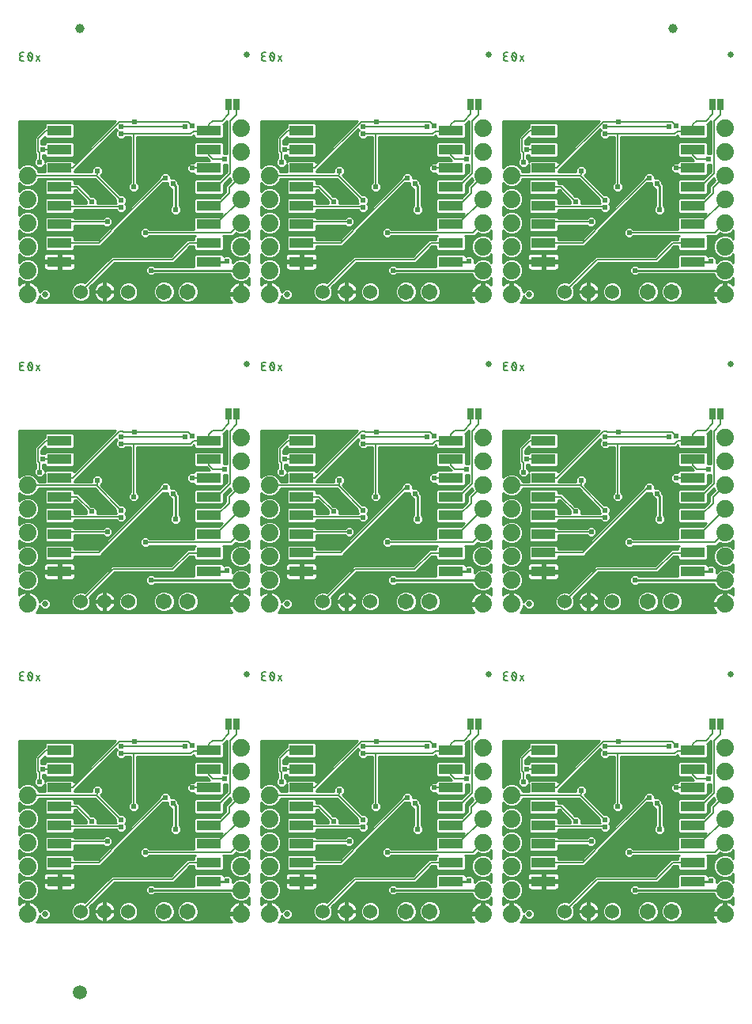
<source format=gbl>
G75*
%MOIN*%
%OFA0B0*%
%FSLAX25Y25*%
%IPPOS*%
%LPD*%
%AMOC8*
5,1,8,0,0,1.08239X$1,22.5*
%
%ADD10C,0.00600*%
%ADD11R,0.10236X0.04331*%
%ADD12C,0.07400*%
%ADD13C,0.06750*%
%ADD14C,0.06000*%
%ADD15R,0.02500X0.05000*%
%ADD16C,0.02500*%
%ADD17C,0.03937*%
%ADD18C,0.05906*%
%ADD19C,0.01000*%
%ADD20C,0.02400*%
D10*
X0056250Y0054750D02*
X0069850Y0068350D01*
X0094850Y0068350D01*
X0101750Y0075250D01*
X0110211Y0075250D01*
X0110246Y0075285D01*
X0110246Y0083159D02*
X0113159Y0083159D01*
X0123750Y0093750D01*
X0118750Y0096250D02*
X0118750Y0098750D01*
X0123750Y0103750D01*
X0119100Y0104600D02*
X0119100Y0126600D01*
X0121850Y0129350D01*
X0121850Y0133750D01*
X0118651Y0133749D02*
X0118651Y0129651D01*
X0115750Y0126750D01*
X0111750Y0126750D01*
X0110246Y0125246D01*
X0110246Y0122530D01*
X0110089Y0122372D01*
X0103750Y0122372D01*
X0102628Y0121250D01*
X0078750Y0121250D01*
X0078515Y0121250D01*
X0078515Y0098915D01*
X0073250Y0093250D02*
X0062784Y0103716D01*
X0063250Y0104182D01*
X0063250Y0105724D01*
X0062784Y0103716D02*
X0061242Y0103716D01*
X0041763Y0103716D01*
X0041729Y0103750D01*
X0033750Y0103750D01*
X0038750Y0109250D02*
X0038750Y0113186D01*
X0038150Y0113786D01*
X0038150Y0119150D01*
X0041530Y0122530D01*
X0047254Y0122530D01*
X0047254Y0114656D02*
X0040250Y0114656D01*
X0047254Y0106781D02*
X0052812Y0106781D01*
X0072380Y0126350D01*
X0074120Y0126350D01*
X0074220Y0126250D01*
X0078750Y0126250D01*
X0083750Y0126250D01*
X0101550Y0126250D01*
X0103328Y0124472D01*
X0100328Y0124150D02*
X0073350Y0124150D01*
X0073250Y0124250D01*
X0073250Y0121250D02*
X0078750Y0121250D01*
X0091220Y0102750D02*
X0068950Y0080480D01*
X0068950Y0080280D01*
X0063955Y0075285D01*
X0047254Y0075285D01*
X0047254Y0083159D02*
X0048244Y0084150D01*
X0067380Y0084150D01*
X0073250Y0090250D02*
X0072967Y0090533D01*
X0047754Y0090533D01*
X0047254Y0091033D01*
X0047254Y0098907D02*
X0054658Y0098907D01*
X0060932Y0092633D01*
X0083380Y0079650D02*
X0119650Y0079650D01*
X0123750Y0083750D01*
X0113533Y0091033D02*
X0118750Y0096250D01*
X0113407Y0098907D02*
X0119100Y0104600D01*
X0117000Y0110500D02*
X0112000Y0110500D01*
X0110246Y0112254D01*
X0110246Y0114656D01*
X0110246Y0106781D02*
X0103250Y0106781D01*
X0110246Y0098907D02*
X0113407Y0098907D01*
X0113533Y0091033D02*
X0110246Y0091033D01*
X0091750Y0102750D02*
X0091220Y0102750D01*
X0118651Y0133749D02*
X0118650Y0133750D01*
X0133354Y0152050D02*
X0134299Y0152050D01*
X0133354Y0152050D02*
X0133294Y0152052D01*
X0133233Y0152058D01*
X0133174Y0152067D01*
X0133115Y0152081D01*
X0133057Y0152098D01*
X0133000Y0152119D01*
X0132944Y0152143D01*
X0132891Y0152171D01*
X0132839Y0152203D01*
X0132789Y0152237D01*
X0132742Y0152275D01*
X0132697Y0152316D01*
X0132655Y0152359D01*
X0132616Y0152405D01*
X0132580Y0152454D01*
X0132547Y0152505D01*
X0132517Y0152557D01*
X0132491Y0152612D01*
X0132468Y0152668D01*
X0132449Y0152725D01*
X0132434Y0152784D01*
X0132422Y0152843D01*
X0132414Y0152903D01*
X0132410Y0152964D01*
X0132410Y0153024D01*
X0132414Y0153085D01*
X0132422Y0153145D01*
X0132434Y0153204D01*
X0132449Y0153263D01*
X0132468Y0153320D01*
X0132491Y0153376D01*
X0132517Y0153431D01*
X0132547Y0153483D01*
X0132580Y0153534D01*
X0132616Y0153583D01*
X0132655Y0153629D01*
X0132697Y0153672D01*
X0132742Y0153713D01*
X0132789Y0153751D01*
X0132839Y0153785D01*
X0132891Y0153817D01*
X0132944Y0153845D01*
X0133000Y0153869D01*
X0133057Y0153890D01*
X0133115Y0153907D01*
X0133174Y0153921D01*
X0133233Y0153930D01*
X0133294Y0153936D01*
X0133354Y0153938D01*
X0133166Y0153939D02*
X0133921Y0153939D01*
X0133166Y0153938D02*
X0133112Y0153940D01*
X0133058Y0153946D01*
X0133005Y0153955D01*
X0132953Y0153969D01*
X0132902Y0153986D01*
X0132852Y0154006D01*
X0132804Y0154030D01*
X0132757Y0154058D01*
X0132713Y0154089D01*
X0132671Y0154123D01*
X0132631Y0154159D01*
X0132595Y0154199D01*
X0132561Y0154241D01*
X0132530Y0154285D01*
X0132502Y0154332D01*
X0132478Y0154380D01*
X0132458Y0154430D01*
X0132441Y0154481D01*
X0132427Y0154533D01*
X0132418Y0154586D01*
X0132412Y0154640D01*
X0132410Y0154694D01*
X0132412Y0154748D01*
X0132418Y0154802D01*
X0132427Y0154855D01*
X0132441Y0154907D01*
X0132458Y0154958D01*
X0132478Y0155008D01*
X0132502Y0155056D01*
X0132530Y0155103D01*
X0132561Y0155147D01*
X0132595Y0155189D01*
X0132631Y0155229D01*
X0132671Y0155265D01*
X0132713Y0155299D01*
X0132757Y0155330D01*
X0132804Y0155358D01*
X0132852Y0155382D01*
X0132902Y0155402D01*
X0132953Y0155419D01*
X0133005Y0155433D01*
X0133058Y0155442D01*
X0133112Y0155448D01*
X0133166Y0155450D01*
X0134299Y0155450D01*
X0137899Y0153750D02*
X0137897Y0153652D01*
X0137892Y0153555D01*
X0137884Y0153457D01*
X0137872Y0153360D01*
X0137856Y0153264D01*
X0137838Y0153168D01*
X0137816Y0153072D01*
X0137791Y0152978D01*
X0137762Y0152884D01*
X0137730Y0152792D01*
X0137695Y0152701D01*
X0137657Y0152611D01*
X0137616Y0152522D01*
X0137710Y0152806D02*
X0136199Y0154694D01*
X0136293Y0154978D02*
X0136311Y0155025D01*
X0136333Y0155071D01*
X0136358Y0155116D01*
X0136386Y0155158D01*
X0136417Y0155199D01*
X0136451Y0155237D01*
X0136488Y0155272D01*
X0136527Y0155305D01*
X0136569Y0155334D01*
X0136612Y0155361D01*
X0136658Y0155384D01*
X0136705Y0155404D01*
X0136753Y0155420D01*
X0136802Y0155433D01*
X0136852Y0155443D01*
X0136903Y0155448D01*
X0136954Y0155450D01*
X0137005Y0155448D01*
X0137056Y0155443D01*
X0137106Y0155433D01*
X0137155Y0155420D01*
X0137203Y0155404D01*
X0137250Y0155384D01*
X0137296Y0155361D01*
X0137339Y0155334D01*
X0137381Y0155305D01*
X0137420Y0155272D01*
X0137457Y0155237D01*
X0137491Y0155199D01*
X0137522Y0155158D01*
X0137550Y0155116D01*
X0137575Y0155071D01*
X0137597Y0155025D01*
X0137615Y0154978D01*
X0136293Y0154978D02*
X0136252Y0154889D01*
X0136214Y0154799D01*
X0136179Y0154708D01*
X0136147Y0154616D01*
X0136118Y0154522D01*
X0136093Y0154428D01*
X0136071Y0154332D01*
X0136053Y0154236D01*
X0136037Y0154140D01*
X0136025Y0154043D01*
X0136017Y0153945D01*
X0136012Y0153848D01*
X0136010Y0153750D01*
X0137899Y0153750D02*
X0137897Y0153848D01*
X0137892Y0153945D01*
X0137884Y0154043D01*
X0137872Y0154140D01*
X0137856Y0154236D01*
X0137838Y0154332D01*
X0137816Y0154428D01*
X0137791Y0154522D01*
X0137762Y0154616D01*
X0137730Y0154708D01*
X0137695Y0154799D01*
X0137657Y0154889D01*
X0137616Y0154978D01*
X0136010Y0153750D02*
X0136012Y0153652D01*
X0136017Y0153555D01*
X0136025Y0153457D01*
X0136037Y0153360D01*
X0136053Y0153264D01*
X0136071Y0153168D01*
X0136093Y0153072D01*
X0136118Y0152978D01*
X0136147Y0152884D01*
X0136179Y0152792D01*
X0136214Y0152701D01*
X0136252Y0152611D01*
X0136293Y0152522D01*
X0136954Y0152050D02*
X0137005Y0152052D01*
X0137056Y0152057D01*
X0137106Y0152067D01*
X0137155Y0152080D01*
X0137203Y0152096D01*
X0137250Y0152116D01*
X0137296Y0152139D01*
X0137339Y0152166D01*
X0137381Y0152195D01*
X0137420Y0152228D01*
X0137457Y0152263D01*
X0137491Y0152301D01*
X0137522Y0152342D01*
X0137550Y0152384D01*
X0137575Y0152429D01*
X0137597Y0152475D01*
X0137615Y0152522D01*
X0136954Y0152050D02*
X0136903Y0152052D01*
X0136852Y0152057D01*
X0136802Y0152067D01*
X0136753Y0152080D01*
X0136705Y0152096D01*
X0136658Y0152116D01*
X0136612Y0152139D01*
X0136569Y0152166D01*
X0136527Y0152195D01*
X0136488Y0152228D01*
X0136451Y0152263D01*
X0136417Y0152301D01*
X0136386Y0152342D01*
X0136358Y0152384D01*
X0136333Y0152429D01*
X0136311Y0152475D01*
X0136293Y0152522D01*
X0139439Y0152050D02*
X0140950Y0154317D01*
X0139439Y0154317D02*
X0140950Y0152050D01*
X0143530Y0122530D02*
X0140150Y0119150D01*
X0140150Y0113786D01*
X0140750Y0113186D01*
X0140750Y0109250D01*
X0142250Y0114656D02*
X0149254Y0114656D01*
X0149254Y0122530D02*
X0143530Y0122530D01*
X0149254Y0106781D02*
X0154812Y0106781D01*
X0174380Y0126350D01*
X0176120Y0126350D01*
X0176220Y0126250D01*
X0180750Y0126250D01*
X0185750Y0126250D01*
X0203550Y0126250D01*
X0205328Y0124472D01*
X0205750Y0122372D02*
X0204628Y0121250D01*
X0180750Y0121250D01*
X0180515Y0121250D01*
X0180515Y0098915D01*
X0175250Y0093250D02*
X0164784Y0103716D01*
X0165250Y0104182D01*
X0165250Y0105724D01*
X0164784Y0103716D02*
X0163242Y0103716D01*
X0143763Y0103716D01*
X0143729Y0103750D01*
X0135750Y0103750D01*
X0149254Y0098907D02*
X0156658Y0098907D01*
X0162932Y0092633D01*
X0169380Y0084150D02*
X0150244Y0084150D01*
X0149254Y0083159D01*
X0149754Y0090533D02*
X0149254Y0091033D01*
X0149754Y0090533D02*
X0174967Y0090533D01*
X0175250Y0090250D01*
X0170950Y0080480D02*
X0193220Y0102750D01*
X0193750Y0102750D01*
X0205250Y0106781D02*
X0212246Y0106781D01*
X0214000Y0110500D02*
X0219000Y0110500D01*
X0214000Y0110500D02*
X0212246Y0112254D01*
X0212246Y0114656D01*
X0212089Y0122372D02*
X0205750Y0122372D01*
X0202328Y0124150D02*
X0175350Y0124150D01*
X0175250Y0124250D01*
X0175250Y0121250D02*
X0180750Y0121250D01*
X0212089Y0122372D02*
X0212246Y0122530D01*
X0212246Y0125246D01*
X0213750Y0126750D01*
X0217750Y0126750D01*
X0220651Y0129651D01*
X0220651Y0133749D01*
X0220650Y0133750D01*
X0223850Y0133750D02*
X0223850Y0129350D01*
X0221100Y0126600D01*
X0221100Y0104600D01*
X0215407Y0098907D01*
X0212246Y0098907D01*
X0212246Y0091033D02*
X0215533Y0091033D01*
X0220750Y0096250D01*
X0220750Y0098750D01*
X0225750Y0103750D01*
X0225750Y0093750D02*
X0215159Y0083159D01*
X0212246Y0083159D01*
X0212246Y0075285D02*
X0212211Y0075250D01*
X0203750Y0075250D01*
X0196850Y0068350D01*
X0171850Y0068350D01*
X0158250Y0054750D01*
X0165955Y0075285D02*
X0149254Y0075285D01*
X0165955Y0075285D02*
X0170950Y0080280D01*
X0170950Y0080480D01*
X0185380Y0079650D02*
X0221650Y0079650D01*
X0225750Y0083750D01*
X0237750Y0103750D02*
X0245729Y0103750D01*
X0245763Y0103716D01*
X0265242Y0103716D01*
X0266784Y0103716D01*
X0267250Y0104182D01*
X0267250Y0105724D01*
X0266784Y0103716D02*
X0277250Y0093250D01*
X0276967Y0090533D02*
X0251754Y0090533D01*
X0251254Y0091033D01*
X0252244Y0084150D02*
X0271380Y0084150D01*
X0272950Y0080480D02*
X0295220Y0102750D01*
X0295750Y0102750D01*
X0307250Y0106781D02*
X0314246Y0106781D01*
X0316000Y0110500D02*
X0321000Y0110500D01*
X0316000Y0110500D02*
X0314246Y0112254D01*
X0314246Y0114656D01*
X0314089Y0122372D02*
X0307750Y0122372D01*
X0306628Y0121250D01*
X0282750Y0121250D01*
X0282515Y0121250D01*
X0282515Y0098915D01*
X0276967Y0090533D02*
X0277250Y0090250D01*
X0272950Y0080480D02*
X0272950Y0080280D01*
X0267955Y0075285D01*
X0251254Y0075285D01*
X0251254Y0083159D02*
X0252244Y0084150D01*
X0251254Y0098907D02*
X0258658Y0098907D01*
X0264932Y0092633D01*
X0256812Y0106781D02*
X0276380Y0126350D01*
X0278120Y0126350D01*
X0278220Y0126250D01*
X0282750Y0126250D01*
X0287750Y0126250D01*
X0305550Y0126250D01*
X0307328Y0124472D01*
X0304328Y0124150D02*
X0277350Y0124150D01*
X0277250Y0124250D01*
X0277250Y0121250D02*
X0282750Y0121250D01*
X0256812Y0106781D02*
X0251254Y0106781D01*
X0251254Y0114656D02*
X0244250Y0114656D01*
X0242750Y0113186D02*
X0242750Y0109250D01*
X0242750Y0113186D02*
X0242150Y0113786D01*
X0242150Y0119150D01*
X0245530Y0122530D01*
X0251254Y0122530D01*
X0242950Y0152050D02*
X0241439Y0154317D01*
X0238010Y0153750D02*
X0238012Y0153652D01*
X0238017Y0153555D01*
X0238025Y0153457D01*
X0238037Y0153360D01*
X0238053Y0153264D01*
X0238071Y0153168D01*
X0238093Y0153072D01*
X0238118Y0152978D01*
X0238147Y0152884D01*
X0238179Y0152792D01*
X0238214Y0152701D01*
X0238252Y0152611D01*
X0238293Y0152522D01*
X0238954Y0152050D02*
X0239005Y0152052D01*
X0239056Y0152057D01*
X0239106Y0152067D01*
X0239155Y0152080D01*
X0239203Y0152096D01*
X0239250Y0152116D01*
X0239296Y0152139D01*
X0239339Y0152166D01*
X0239381Y0152195D01*
X0239420Y0152228D01*
X0239457Y0152263D01*
X0239491Y0152301D01*
X0239522Y0152342D01*
X0239550Y0152384D01*
X0239575Y0152429D01*
X0239597Y0152475D01*
X0239615Y0152522D01*
X0239710Y0152806D02*
X0238199Y0154694D01*
X0238293Y0154978D02*
X0238311Y0155025D01*
X0238333Y0155071D01*
X0238358Y0155116D01*
X0238386Y0155158D01*
X0238417Y0155199D01*
X0238451Y0155237D01*
X0238488Y0155272D01*
X0238527Y0155305D01*
X0238569Y0155334D01*
X0238612Y0155361D01*
X0238658Y0155384D01*
X0238705Y0155404D01*
X0238753Y0155420D01*
X0238802Y0155433D01*
X0238852Y0155443D01*
X0238903Y0155448D01*
X0238954Y0155450D01*
X0239005Y0155448D01*
X0239056Y0155443D01*
X0239106Y0155433D01*
X0239155Y0155420D01*
X0239203Y0155404D01*
X0239250Y0155384D01*
X0239296Y0155361D01*
X0239339Y0155334D01*
X0239381Y0155305D01*
X0239420Y0155272D01*
X0239457Y0155237D01*
X0239491Y0155199D01*
X0239522Y0155158D01*
X0239550Y0155116D01*
X0239575Y0155071D01*
X0239597Y0155025D01*
X0239615Y0154978D01*
X0238293Y0154978D02*
X0238252Y0154889D01*
X0238214Y0154799D01*
X0238179Y0154708D01*
X0238147Y0154616D01*
X0238118Y0154522D01*
X0238093Y0154428D01*
X0238071Y0154332D01*
X0238053Y0154236D01*
X0238037Y0154140D01*
X0238025Y0154043D01*
X0238017Y0153945D01*
X0238012Y0153848D01*
X0238010Y0153750D01*
X0239899Y0153750D02*
X0239897Y0153848D01*
X0239892Y0153945D01*
X0239884Y0154043D01*
X0239872Y0154140D01*
X0239856Y0154236D01*
X0239838Y0154332D01*
X0239816Y0154428D01*
X0239791Y0154522D01*
X0239762Y0154616D01*
X0239730Y0154708D01*
X0239695Y0154799D01*
X0239657Y0154889D01*
X0239616Y0154978D01*
X0238293Y0152522D02*
X0238311Y0152475D01*
X0238333Y0152429D01*
X0238358Y0152384D01*
X0238386Y0152342D01*
X0238417Y0152301D01*
X0238451Y0152263D01*
X0238488Y0152228D01*
X0238527Y0152195D01*
X0238569Y0152166D01*
X0238612Y0152139D01*
X0238658Y0152116D01*
X0238705Y0152096D01*
X0238753Y0152080D01*
X0238802Y0152067D01*
X0238852Y0152057D01*
X0238903Y0152052D01*
X0238954Y0152050D01*
X0241439Y0152050D02*
X0242950Y0154317D01*
X0239899Y0153750D02*
X0239897Y0153652D01*
X0239892Y0153555D01*
X0239884Y0153457D01*
X0239872Y0153360D01*
X0239856Y0153264D01*
X0239838Y0153168D01*
X0239816Y0153072D01*
X0239791Y0152978D01*
X0239762Y0152884D01*
X0239730Y0152792D01*
X0239695Y0152701D01*
X0239657Y0152611D01*
X0239616Y0152522D01*
X0236299Y0152050D02*
X0235354Y0152050D01*
X0235294Y0152052D01*
X0235233Y0152058D01*
X0235174Y0152067D01*
X0235115Y0152081D01*
X0235057Y0152098D01*
X0235000Y0152119D01*
X0234944Y0152143D01*
X0234891Y0152171D01*
X0234839Y0152203D01*
X0234789Y0152237D01*
X0234742Y0152275D01*
X0234697Y0152316D01*
X0234655Y0152359D01*
X0234616Y0152405D01*
X0234580Y0152454D01*
X0234547Y0152505D01*
X0234517Y0152557D01*
X0234491Y0152612D01*
X0234468Y0152668D01*
X0234449Y0152725D01*
X0234434Y0152784D01*
X0234422Y0152843D01*
X0234414Y0152903D01*
X0234410Y0152964D01*
X0234410Y0153024D01*
X0234414Y0153085D01*
X0234422Y0153145D01*
X0234434Y0153204D01*
X0234449Y0153263D01*
X0234468Y0153320D01*
X0234491Y0153376D01*
X0234517Y0153431D01*
X0234547Y0153483D01*
X0234580Y0153534D01*
X0234616Y0153583D01*
X0234655Y0153629D01*
X0234697Y0153672D01*
X0234742Y0153713D01*
X0234789Y0153751D01*
X0234839Y0153785D01*
X0234891Y0153817D01*
X0234944Y0153845D01*
X0235000Y0153869D01*
X0235057Y0153890D01*
X0235115Y0153907D01*
X0235174Y0153921D01*
X0235233Y0153930D01*
X0235294Y0153936D01*
X0235354Y0153938D01*
X0235166Y0153939D02*
X0235921Y0153939D01*
X0235166Y0153938D02*
X0235112Y0153940D01*
X0235058Y0153946D01*
X0235005Y0153955D01*
X0234953Y0153969D01*
X0234902Y0153986D01*
X0234852Y0154006D01*
X0234804Y0154030D01*
X0234757Y0154058D01*
X0234713Y0154089D01*
X0234671Y0154123D01*
X0234631Y0154159D01*
X0234595Y0154199D01*
X0234561Y0154241D01*
X0234530Y0154285D01*
X0234502Y0154332D01*
X0234478Y0154380D01*
X0234458Y0154430D01*
X0234441Y0154481D01*
X0234427Y0154533D01*
X0234418Y0154586D01*
X0234412Y0154640D01*
X0234410Y0154694D01*
X0234412Y0154748D01*
X0234418Y0154802D01*
X0234427Y0154855D01*
X0234441Y0154907D01*
X0234458Y0154958D01*
X0234478Y0155008D01*
X0234502Y0155056D01*
X0234530Y0155103D01*
X0234561Y0155147D01*
X0234595Y0155189D01*
X0234631Y0155229D01*
X0234671Y0155265D01*
X0234713Y0155299D01*
X0234757Y0155330D01*
X0234804Y0155358D01*
X0234852Y0155382D01*
X0234902Y0155402D01*
X0234953Y0155419D01*
X0235005Y0155433D01*
X0235058Y0155442D01*
X0235112Y0155448D01*
X0235166Y0155450D01*
X0236299Y0155450D01*
X0260250Y0185250D02*
X0273850Y0198850D01*
X0298850Y0198850D01*
X0305750Y0205750D01*
X0314211Y0205750D01*
X0314246Y0205785D01*
X0314246Y0213659D02*
X0317159Y0213659D01*
X0327750Y0224250D01*
X0322750Y0226750D02*
X0322750Y0229250D01*
X0327750Y0234250D01*
X0323100Y0235100D02*
X0323100Y0257100D01*
X0325850Y0259850D01*
X0325850Y0264250D01*
X0322651Y0264249D02*
X0322651Y0260151D01*
X0319750Y0257250D01*
X0315750Y0257250D01*
X0314246Y0255746D01*
X0314246Y0253030D01*
X0314089Y0252872D01*
X0307750Y0252872D01*
X0306628Y0251750D01*
X0282750Y0251750D01*
X0282515Y0251750D01*
X0282515Y0229415D01*
X0277250Y0223750D02*
X0266784Y0234216D01*
X0267250Y0234682D01*
X0267250Y0236224D01*
X0266784Y0234216D02*
X0265242Y0234216D01*
X0245763Y0234216D01*
X0245729Y0234250D01*
X0237750Y0234250D01*
X0242750Y0239750D02*
X0242750Y0243686D01*
X0242150Y0244286D01*
X0242150Y0249650D01*
X0245530Y0253030D01*
X0251254Y0253030D01*
X0251254Y0245156D02*
X0244250Y0245156D01*
X0251254Y0237281D02*
X0256812Y0237281D01*
X0276380Y0256850D01*
X0278120Y0256850D01*
X0278220Y0256750D01*
X0282750Y0256750D01*
X0287750Y0256750D01*
X0305550Y0256750D01*
X0307328Y0254972D01*
X0304328Y0254650D02*
X0277350Y0254650D01*
X0277250Y0254750D01*
X0277250Y0251750D02*
X0282750Y0251750D01*
X0295220Y0233250D02*
X0272950Y0210980D01*
X0272950Y0210780D01*
X0267955Y0205785D01*
X0251254Y0205785D01*
X0251254Y0213659D02*
X0252244Y0214650D01*
X0271380Y0214650D01*
X0277250Y0220750D02*
X0276967Y0221033D01*
X0251754Y0221033D01*
X0251254Y0221533D01*
X0251254Y0229407D02*
X0258658Y0229407D01*
X0264932Y0223133D01*
X0287380Y0210150D02*
X0323650Y0210150D01*
X0327750Y0214250D01*
X0317533Y0221533D02*
X0322750Y0226750D01*
X0317407Y0229407D02*
X0323100Y0235100D01*
X0321000Y0241000D02*
X0316000Y0241000D01*
X0314246Y0242754D01*
X0314246Y0245156D01*
X0314246Y0237281D02*
X0307250Y0237281D01*
X0314246Y0229407D02*
X0317407Y0229407D01*
X0317533Y0221533D02*
X0314246Y0221533D01*
X0295750Y0233250D02*
X0295220Y0233250D01*
X0322651Y0264249D02*
X0322650Y0264250D01*
X0298850Y0329350D02*
X0273850Y0329350D01*
X0260250Y0315750D01*
X0267955Y0336285D02*
X0251254Y0336285D01*
X0251254Y0344159D02*
X0252244Y0345150D01*
X0271380Y0345150D01*
X0272950Y0341480D02*
X0295220Y0363750D01*
X0295750Y0363750D01*
X0307250Y0367781D02*
X0314246Y0367781D01*
X0316000Y0371500D02*
X0321000Y0371500D01*
X0316000Y0371500D02*
X0314246Y0373254D01*
X0314246Y0375656D01*
X0314089Y0383372D02*
X0307750Y0383372D01*
X0306628Y0382250D01*
X0282750Y0382250D01*
X0282515Y0382250D01*
X0282515Y0359915D01*
X0277250Y0354250D02*
X0266784Y0364716D01*
X0267250Y0365182D01*
X0267250Y0366724D01*
X0266784Y0364716D02*
X0265242Y0364716D01*
X0245763Y0364716D01*
X0245729Y0364750D01*
X0237750Y0364750D01*
X0242750Y0370250D02*
X0242750Y0374186D01*
X0242150Y0374786D01*
X0242150Y0380150D01*
X0245530Y0383530D01*
X0251254Y0383530D01*
X0251254Y0375656D02*
X0244250Y0375656D01*
X0251254Y0367781D02*
X0256812Y0367781D01*
X0276380Y0387350D01*
X0278120Y0387350D01*
X0278220Y0387250D01*
X0282750Y0387250D01*
X0287750Y0387250D01*
X0305550Y0387250D01*
X0307328Y0385472D01*
X0304328Y0385150D02*
X0277350Y0385150D01*
X0277250Y0385250D01*
X0277250Y0382250D02*
X0282750Y0382250D01*
X0258658Y0359907D02*
X0251254Y0359907D01*
X0251254Y0352033D02*
X0251754Y0351533D01*
X0276967Y0351533D01*
X0277250Y0351250D01*
X0272950Y0341480D02*
X0272950Y0341280D01*
X0267955Y0336285D01*
X0264932Y0353633D02*
X0258658Y0359907D01*
X0287380Y0340650D02*
X0323650Y0340650D01*
X0327750Y0344750D01*
X0327750Y0354750D02*
X0317159Y0344159D01*
X0314246Y0344159D01*
X0314246Y0336285D02*
X0314211Y0336250D01*
X0305750Y0336250D01*
X0298850Y0329350D01*
X0314246Y0352033D02*
X0317533Y0352033D01*
X0322750Y0357250D01*
X0322750Y0359750D01*
X0327750Y0364750D01*
X0323100Y0365600D02*
X0323100Y0387600D01*
X0325850Y0390350D01*
X0325850Y0394750D01*
X0322651Y0394749D02*
X0322651Y0390651D01*
X0319750Y0387750D01*
X0315750Y0387750D01*
X0314246Y0386246D01*
X0314246Y0383530D01*
X0314089Y0383372D01*
X0322651Y0394749D02*
X0322650Y0394750D01*
X0323100Y0365600D02*
X0317407Y0359907D01*
X0314246Y0359907D01*
X0242950Y0413050D02*
X0241439Y0415317D01*
X0238010Y0414750D02*
X0238012Y0414652D01*
X0238017Y0414555D01*
X0238025Y0414457D01*
X0238037Y0414360D01*
X0238053Y0414264D01*
X0238071Y0414168D01*
X0238093Y0414072D01*
X0238118Y0413978D01*
X0238147Y0413884D01*
X0238179Y0413792D01*
X0238214Y0413701D01*
X0238252Y0413611D01*
X0238293Y0413522D01*
X0238954Y0413050D02*
X0239005Y0413052D01*
X0239056Y0413057D01*
X0239106Y0413067D01*
X0239155Y0413080D01*
X0239203Y0413096D01*
X0239250Y0413116D01*
X0239296Y0413139D01*
X0239339Y0413166D01*
X0239381Y0413195D01*
X0239420Y0413228D01*
X0239457Y0413263D01*
X0239491Y0413301D01*
X0239522Y0413342D01*
X0239550Y0413384D01*
X0239575Y0413429D01*
X0239597Y0413475D01*
X0239615Y0413522D01*
X0239710Y0413806D02*
X0238199Y0415694D01*
X0238293Y0415978D02*
X0238311Y0416025D01*
X0238333Y0416071D01*
X0238358Y0416116D01*
X0238386Y0416158D01*
X0238417Y0416199D01*
X0238451Y0416237D01*
X0238488Y0416272D01*
X0238527Y0416305D01*
X0238569Y0416334D01*
X0238612Y0416361D01*
X0238658Y0416384D01*
X0238705Y0416404D01*
X0238753Y0416420D01*
X0238802Y0416433D01*
X0238852Y0416443D01*
X0238903Y0416448D01*
X0238954Y0416450D01*
X0239005Y0416448D01*
X0239056Y0416443D01*
X0239106Y0416433D01*
X0239155Y0416420D01*
X0239203Y0416404D01*
X0239250Y0416384D01*
X0239296Y0416361D01*
X0239339Y0416334D01*
X0239381Y0416305D01*
X0239420Y0416272D01*
X0239457Y0416237D01*
X0239491Y0416199D01*
X0239522Y0416158D01*
X0239550Y0416116D01*
X0239575Y0416071D01*
X0239597Y0416025D01*
X0239615Y0415978D01*
X0238293Y0415978D02*
X0238252Y0415889D01*
X0238214Y0415799D01*
X0238179Y0415708D01*
X0238147Y0415616D01*
X0238118Y0415522D01*
X0238093Y0415428D01*
X0238071Y0415332D01*
X0238053Y0415236D01*
X0238037Y0415140D01*
X0238025Y0415043D01*
X0238017Y0414945D01*
X0238012Y0414848D01*
X0238010Y0414750D01*
X0239899Y0414750D02*
X0239897Y0414848D01*
X0239892Y0414945D01*
X0239884Y0415043D01*
X0239872Y0415140D01*
X0239856Y0415236D01*
X0239838Y0415332D01*
X0239816Y0415428D01*
X0239791Y0415522D01*
X0239762Y0415616D01*
X0239730Y0415708D01*
X0239695Y0415799D01*
X0239657Y0415889D01*
X0239616Y0415978D01*
X0238293Y0413522D02*
X0238311Y0413475D01*
X0238333Y0413429D01*
X0238358Y0413384D01*
X0238386Y0413342D01*
X0238417Y0413301D01*
X0238451Y0413263D01*
X0238488Y0413228D01*
X0238527Y0413195D01*
X0238569Y0413166D01*
X0238612Y0413139D01*
X0238658Y0413116D01*
X0238705Y0413096D01*
X0238753Y0413080D01*
X0238802Y0413067D01*
X0238852Y0413057D01*
X0238903Y0413052D01*
X0238954Y0413050D01*
X0241439Y0413050D02*
X0242950Y0415317D01*
X0239899Y0414750D02*
X0239897Y0414652D01*
X0239892Y0414555D01*
X0239884Y0414457D01*
X0239872Y0414360D01*
X0239856Y0414264D01*
X0239838Y0414168D01*
X0239816Y0414072D01*
X0239791Y0413978D01*
X0239762Y0413884D01*
X0239730Y0413792D01*
X0239695Y0413701D01*
X0239657Y0413611D01*
X0239616Y0413522D01*
X0236299Y0413050D02*
X0235354Y0413050D01*
X0235294Y0413052D01*
X0235233Y0413058D01*
X0235174Y0413067D01*
X0235115Y0413081D01*
X0235057Y0413098D01*
X0235000Y0413119D01*
X0234944Y0413143D01*
X0234891Y0413171D01*
X0234839Y0413203D01*
X0234789Y0413237D01*
X0234742Y0413275D01*
X0234697Y0413316D01*
X0234655Y0413359D01*
X0234616Y0413405D01*
X0234580Y0413454D01*
X0234547Y0413505D01*
X0234517Y0413557D01*
X0234491Y0413612D01*
X0234468Y0413668D01*
X0234449Y0413725D01*
X0234434Y0413784D01*
X0234422Y0413843D01*
X0234414Y0413903D01*
X0234410Y0413964D01*
X0234410Y0414024D01*
X0234414Y0414085D01*
X0234422Y0414145D01*
X0234434Y0414204D01*
X0234449Y0414263D01*
X0234468Y0414320D01*
X0234491Y0414376D01*
X0234517Y0414431D01*
X0234547Y0414483D01*
X0234580Y0414534D01*
X0234616Y0414583D01*
X0234655Y0414629D01*
X0234697Y0414672D01*
X0234742Y0414713D01*
X0234789Y0414751D01*
X0234839Y0414785D01*
X0234891Y0414817D01*
X0234944Y0414845D01*
X0235000Y0414869D01*
X0235057Y0414890D01*
X0235115Y0414907D01*
X0235174Y0414921D01*
X0235233Y0414930D01*
X0235294Y0414936D01*
X0235354Y0414938D01*
X0235166Y0414939D02*
X0235921Y0414939D01*
X0235166Y0414938D02*
X0235112Y0414940D01*
X0235058Y0414946D01*
X0235005Y0414955D01*
X0234953Y0414969D01*
X0234902Y0414986D01*
X0234852Y0415006D01*
X0234804Y0415030D01*
X0234757Y0415058D01*
X0234713Y0415089D01*
X0234671Y0415123D01*
X0234631Y0415159D01*
X0234595Y0415199D01*
X0234561Y0415241D01*
X0234530Y0415285D01*
X0234502Y0415332D01*
X0234478Y0415380D01*
X0234458Y0415430D01*
X0234441Y0415481D01*
X0234427Y0415533D01*
X0234418Y0415586D01*
X0234412Y0415640D01*
X0234410Y0415694D01*
X0234412Y0415748D01*
X0234418Y0415802D01*
X0234427Y0415855D01*
X0234441Y0415907D01*
X0234458Y0415958D01*
X0234478Y0416008D01*
X0234502Y0416056D01*
X0234530Y0416103D01*
X0234561Y0416147D01*
X0234595Y0416189D01*
X0234631Y0416229D01*
X0234671Y0416265D01*
X0234713Y0416299D01*
X0234757Y0416330D01*
X0234804Y0416358D01*
X0234852Y0416382D01*
X0234902Y0416402D01*
X0234953Y0416419D01*
X0235005Y0416433D01*
X0235058Y0416442D01*
X0235112Y0416448D01*
X0235166Y0416450D01*
X0236299Y0416450D01*
X0223850Y0394750D02*
X0223850Y0390350D01*
X0221100Y0387600D01*
X0221100Y0365600D01*
X0215407Y0359907D01*
X0212246Y0359907D01*
X0212246Y0352033D02*
X0215533Y0352033D01*
X0220750Y0357250D01*
X0220750Y0359750D01*
X0225750Y0364750D01*
X0219000Y0371500D02*
X0214000Y0371500D01*
X0212246Y0373254D01*
X0212246Y0375656D01*
X0212089Y0383372D02*
X0205750Y0383372D01*
X0204628Y0382250D01*
X0180750Y0382250D01*
X0180515Y0382250D01*
X0180515Y0359915D01*
X0175250Y0354250D02*
X0164784Y0364716D01*
X0165250Y0365182D01*
X0165250Y0366724D01*
X0164784Y0364716D02*
X0163242Y0364716D01*
X0143763Y0364716D01*
X0143729Y0364750D01*
X0135750Y0364750D01*
X0140750Y0370250D02*
X0140750Y0374186D01*
X0140150Y0374786D01*
X0140150Y0380150D01*
X0143530Y0383530D01*
X0149254Y0383530D01*
X0149254Y0375656D02*
X0142250Y0375656D01*
X0149254Y0367781D02*
X0154812Y0367781D01*
X0174380Y0387350D01*
X0176120Y0387350D01*
X0176220Y0387250D01*
X0180750Y0387250D01*
X0185750Y0387250D01*
X0203550Y0387250D01*
X0205328Y0385472D01*
X0202328Y0385150D02*
X0175350Y0385150D01*
X0175250Y0385250D01*
X0175250Y0382250D02*
X0180750Y0382250D01*
X0193220Y0363750D02*
X0170950Y0341480D01*
X0170950Y0341280D01*
X0165955Y0336285D01*
X0149254Y0336285D01*
X0149254Y0344159D02*
X0150244Y0345150D01*
X0169380Y0345150D01*
X0175250Y0351250D02*
X0174967Y0351533D01*
X0149754Y0351533D01*
X0149254Y0352033D01*
X0149254Y0359907D02*
X0156658Y0359907D01*
X0162932Y0353633D01*
X0171850Y0329350D02*
X0196850Y0329350D01*
X0203750Y0336250D01*
X0212211Y0336250D01*
X0212246Y0336285D01*
X0212246Y0344159D02*
X0215159Y0344159D01*
X0225750Y0354750D01*
X0225750Y0344750D02*
X0221650Y0340650D01*
X0185380Y0340650D01*
X0171850Y0329350D02*
X0158250Y0315750D01*
X0140950Y0284817D02*
X0139439Y0282550D01*
X0140950Y0282550D02*
X0139439Y0284817D01*
X0136010Y0284250D02*
X0136012Y0284152D01*
X0136017Y0284055D01*
X0136025Y0283957D01*
X0136037Y0283860D01*
X0136053Y0283764D01*
X0136071Y0283668D01*
X0136093Y0283572D01*
X0136118Y0283478D01*
X0136147Y0283384D01*
X0136179Y0283292D01*
X0136214Y0283201D01*
X0136252Y0283111D01*
X0136293Y0283022D01*
X0136954Y0282550D02*
X0137005Y0282552D01*
X0137056Y0282557D01*
X0137106Y0282567D01*
X0137155Y0282580D01*
X0137203Y0282596D01*
X0137250Y0282616D01*
X0137296Y0282639D01*
X0137339Y0282666D01*
X0137381Y0282695D01*
X0137420Y0282728D01*
X0137457Y0282763D01*
X0137491Y0282801D01*
X0137522Y0282842D01*
X0137550Y0282884D01*
X0137575Y0282929D01*
X0137597Y0282975D01*
X0137615Y0283022D01*
X0137710Y0283306D02*
X0136199Y0285194D01*
X0136293Y0285478D02*
X0136311Y0285525D01*
X0136333Y0285571D01*
X0136358Y0285616D01*
X0136386Y0285658D01*
X0136417Y0285699D01*
X0136451Y0285737D01*
X0136488Y0285772D01*
X0136527Y0285805D01*
X0136569Y0285834D01*
X0136612Y0285861D01*
X0136658Y0285884D01*
X0136705Y0285904D01*
X0136753Y0285920D01*
X0136802Y0285933D01*
X0136852Y0285943D01*
X0136903Y0285948D01*
X0136954Y0285950D01*
X0137005Y0285948D01*
X0137056Y0285943D01*
X0137106Y0285933D01*
X0137155Y0285920D01*
X0137203Y0285904D01*
X0137250Y0285884D01*
X0137296Y0285861D01*
X0137339Y0285834D01*
X0137381Y0285805D01*
X0137420Y0285772D01*
X0137457Y0285737D01*
X0137491Y0285699D01*
X0137522Y0285658D01*
X0137550Y0285616D01*
X0137575Y0285571D01*
X0137597Y0285525D01*
X0137615Y0285478D01*
X0136293Y0285478D02*
X0136252Y0285389D01*
X0136214Y0285299D01*
X0136179Y0285208D01*
X0136147Y0285116D01*
X0136118Y0285022D01*
X0136093Y0284928D01*
X0136071Y0284832D01*
X0136053Y0284736D01*
X0136037Y0284640D01*
X0136025Y0284543D01*
X0136017Y0284445D01*
X0136012Y0284348D01*
X0136010Y0284250D01*
X0137899Y0284250D02*
X0137897Y0284348D01*
X0137892Y0284445D01*
X0137884Y0284543D01*
X0137872Y0284640D01*
X0137856Y0284736D01*
X0137838Y0284832D01*
X0137816Y0284928D01*
X0137791Y0285022D01*
X0137762Y0285116D01*
X0137730Y0285208D01*
X0137695Y0285299D01*
X0137657Y0285389D01*
X0137616Y0285478D01*
X0136293Y0283022D02*
X0136311Y0282975D01*
X0136333Y0282929D01*
X0136358Y0282884D01*
X0136386Y0282842D01*
X0136417Y0282801D01*
X0136451Y0282763D01*
X0136488Y0282728D01*
X0136527Y0282695D01*
X0136569Y0282666D01*
X0136612Y0282639D01*
X0136658Y0282616D01*
X0136705Y0282596D01*
X0136753Y0282580D01*
X0136802Y0282567D01*
X0136852Y0282557D01*
X0136903Y0282552D01*
X0136954Y0282550D01*
X0137616Y0283022D02*
X0137657Y0283111D01*
X0137695Y0283201D01*
X0137730Y0283292D01*
X0137762Y0283384D01*
X0137791Y0283478D01*
X0137816Y0283572D01*
X0137838Y0283668D01*
X0137856Y0283764D01*
X0137872Y0283860D01*
X0137884Y0283957D01*
X0137892Y0284055D01*
X0137897Y0284152D01*
X0137899Y0284250D01*
X0134299Y0285950D02*
X0133166Y0285950D01*
X0133112Y0285948D01*
X0133058Y0285942D01*
X0133005Y0285933D01*
X0132953Y0285919D01*
X0132902Y0285902D01*
X0132852Y0285882D01*
X0132804Y0285858D01*
X0132757Y0285830D01*
X0132713Y0285799D01*
X0132671Y0285765D01*
X0132631Y0285729D01*
X0132595Y0285689D01*
X0132561Y0285647D01*
X0132530Y0285603D01*
X0132502Y0285556D01*
X0132478Y0285508D01*
X0132458Y0285458D01*
X0132441Y0285407D01*
X0132427Y0285355D01*
X0132418Y0285302D01*
X0132412Y0285248D01*
X0132410Y0285194D01*
X0132412Y0285140D01*
X0132418Y0285086D01*
X0132427Y0285033D01*
X0132441Y0284981D01*
X0132458Y0284930D01*
X0132478Y0284880D01*
X0132502Y0284832D01*
X0132530Y0284785D01*
X0132561Y0284741D01*
X0132595Y0284699D01*
X0132631Y0284659D01*
X0132671Y0284623D01*
X0132713Y0284589D01*
X0132757Y0284558D01*
X0132804Y0284530D01*
X0132852Y0284506D01*
X0132902Y0284486D01*
X0132953Y0284469D01*
X0133005Y0284455D01*
X0133058Y0284446D01*
X0133112Y0284440D01*
X0133166Y0284438D01*
X0133166Y0284439D02*
X0133921Y0284439D01*
X0133354Y0284438D02*
X0133294Y0284436D01*
X0133233Y0284430D01*
X0133174Y0284421D01*
X0133115Y0284407D01*
X0133057Y0284390D01*
X0133000Y0284369D01*
X0132944Y0284345D01*
X0132891Y0284317D01*
X0132839Y0284285D01*
X0132789Y0284251D01*
X0132742Y0284213D01*
X0132697Y0284172D01*
X0132655Y0284129D01*
X0132616Y0284083D01*
X0132580Y0284034D01*
X0132547Y0283983D01*
X0132517Y0283931D01*
X0132491Y0283876D01*
X0132468Y0283820D01*
X0132449Y0283763D01*
X0132434Y0283704D01*
X0132422Y0283645D01*
X0132414Y0283585D01*
X0132410Y0283524D01*
X0132410Y0283464D01*
X0132414Y0283403D01*
X0132422Y0283343D01*
X0132434Y0283284D01*
X0132449Y0283225D01*
X0132468Y0283168D01*
X0132491Y0283112D01*
X0132517Y0283057D01*
X0132547Y0283005D01*
X0132580Y0282954D01*
X0132616Y0282905D01*
X0132655Y0282859D01*
X0132697Y0282816D01*
X0132742Y0282775D01*
X0132789Y0282737D01*
X0132839Y0282703D01*
X0132891Y0282671D01*
X0132944Y0282643D01*
X0133000Y0282619D01*
X0133057Y0282598D01*
X0133115Y0282581D01*
X0133174Y0282567D01*
X0133233Y0282558D01*
X0133294Y0282552D01*
X0133354Y0282550D01*
X0134299Y0282550D01*
X0121850Y0264250D02*
X0121850Y0259850D01*
X0119100Y0257100D01*
X0119100Y0235100D01*
X0113407Y0229407D01*
X0110246Y0229407D01*
X0110246Y0237281D02*
X0103250Y0237281D01*
X0110246Y0242754D02*
X0110246Y0245156D01*
X0110246Y0242754D02*
X0112000Y0241000D01*
X0117000Y0241000D01*
X0123750Y0234250D02*
X0118750Y0229250D01*
X0118750Y0226750D01*
X0113533Y0221533D01*
X0110246Y0221533D01*
X0110246Y0213659D02*
X0113159Y0213659D01*
X0123750Y0224250D01*
X0123750Y0214250D02*
X0119650Y0210150D01*
X0083380Y0210150D01*
X0073250Y0220750D02*
X0072967Y0221033D01*
X0047754Y0221033D01*
X0047254Y0221533D01*
X0048244Y0214650D02*
X0067380Y0214650D01*
X0068950Y0210980D02*
X0091220Y0233250D01*
X0091750Y0233250D01*
X0078515Y0229415D02*
X0078515Y0251750D01*
X0078750Y0251750D01*
X0102628Y0251750D01*
X0103750Y0252872D01*
X0110089Y0252872D01*
X0110246Y0253030D01*
X0110246Y0255746D01*
X0111750Y0257250D01*
X0115750Y0257250D01*
X0118651Y0260151D01*
X0118651Y0264249D01*
X0118650Y0264250D01*
X0103328Y0254972D02*
X0101550Y0256750D01*
X0083750Y0256750D01*
X0078750Y0256750D01*
X0074220Y0256750D01*
X0074120Y0256850D01*
X0072380Y0256850D01*
X0052812Y0237281D01*
X0047254Y0237281D01*
X0041763Y0234216D02*
X0061242Y0234216D01*
X0062784Y0234216D01*
X0063250Y0234682D01*
X0063250Y0236224D01*
X0062784Y0234216D02*
X0073250Y0223750D01*
X0068950Y0210980D02*
X0068950Y0210780D01*
X0063955Y0205785D01*
X0047254Y0205785D01*
X0047254Y0213659D02*
X0048244Y0214650D01*
X0060932Y0223133D02*
X0054658Y0229407D01*
X0047254Y0229407D01*
X0041763Y0234216D02*
X0041729Y0234250D01*
X0033750Y0234250D01*
X0038750Y0239750D02*
X0038750Y0243686D01*
X0038150Y0244286D01*
X0038150Y0249650D01*
X0041530Y0253030D01*
X0047254Y0253030D01*
X0047254Y0245156D02*
X0040250Y0245156D01*
X0073250Y0251750D02*
X0078750Y0251750D01*
X0073350Y0254650D02*
X0100328Y0254650D01*
X0073350Y0254650D02*
X0073250Y0254750D01*
X0038950Y0282550D02*
X0037439Y0284817D01*
X0034010Y0284250D02*
X0034012Y0284152D01*
X0034017Y0284055D01*
X0034025Y0283957D01*
X0034037Y0283860D01*
X0034053Y0283764D01*
X0034071Y0283668D01*
X0034093Y0283572D01*
X0034118Y0283478D01*
X0034147Y0283384D01*
X0034179Y0283292D01*
X0034214Y0283201D01*
X0034252Y0283111D01*
X0034293Y0283022D01*
X0034954Y0282550D02*
X0035005Y0282552D01*
X0035056Y0282557D01*
X0035106Y0282567D01*
X0035155Y0282580D01*
X0035203Y0282596D01*
X0035250Y0282616D01*
X0035296Y0282639D01*
X0035339Y0282666D01*
X0035381Y0282695D01*
X0035420Y0282728D01*
X0035457Y0282763D01*
X0035491Y0282801D01*
X0035522Y0282842D01*
X0035550Y0282884D01*
X0035575Y0282929D01*
X0035597Y0282975D01*
X0035615Y0283022D01*
X0035710Y0283306D02*
X0034199Y0285194D01*
X0034293Y0285478D02*
X0034311Y0285525D01*
X0034333Y0285571D01*
X0034358Y0285616D01*
X0034386Y0285658D01*
X0034417Y0285699D01*
X0034451Y0285737D01*
X0034488Y0285772D01*
X0034527Y0285805D01*
X0034569Y0285834D01*
X0034612Y0285861D01*
X0034658Y0285884D01*
X0034705Y0285904D01*
X0034753Y0285920D01*
X0034802Y0285933D01*
X0034852Y0285943D01*
X0034903Y0285948D01*
X0034954Y0285950D01*
X0035005Y0285948D01*
X0035056Y0285943D01*
X0035106Y0285933D01*
X0035155Y0285920D01*
X0035203Y0285904D01*
X0035250Y0285884D01*
X0035296Y0285861D01*
X0035339Y0285834D01*
X0035381Y0285805D01*
X0035420Y0285772D01*
X0035457Y0285737D01*
X0035491Y0285699D01*
X0035522Y0285658D01*
X0035550Y0285616D01*
X0035575Y0285571D01*
X0035597Y0285525D01*
X0035615Y0285478D01*
X0034293Y0285478D02*
X0034252Y0285389D01*
X0034214Y0285299D01*
X0034179Y0285208D01*
X0034147Y0285116D01*
X0034118Y0285022D01*
X0034093Y0284928D01*
X0034071Y0284832D01*
X0034053Y0284736D01*
X0034037Y0284640D01*
X0034025Y0284543D01*
X0034017Y0284445D01*
X0034012Y0284348D01*
X0034010Y0284250D01*
X0035899Y0284250D02*
X0035897Y0284348D01*
X0035892Y0284445D01*
X0035884Y0284543D01*
X0035872Y0284640D01*
X0035856Y0284736D01*
X0035838Y0284832D01*
X0035816Y0284928D01*
X0035791Y0285022D01*
X0035762Y0285116D01*
X0035730Y0285208D01*
X0035695Y0285299D01*
X0035657Y0285389D01*
X0035616Y0285478D01*
X0034293Y0283022D02*
X0034311Y0282975D01*
X0034333Y0282929D01*
X0034358Y0282884D01*
X0034386Y0282842D01*
X0034417Y0282801D01*
X0034451Y0282763D01*
X0034488Y0282728D01*
X0034527Y0282695D01*
X0034569Y0282666D01*
X0034612Y0282639D01*
X0034658Y0282616D01*
X0034705Y0282596D01*
X0034753Y0282580D01*
X0034802Y0282567D01*
X0034852Y0282557D01*
X0034903Y0282552D01*
X0034954Y0282550D01*
X0037439Y0282550D02*
X0038950Y0284817D01*
X0035899Y0284250D02*
X0035897Y0284152D01*
X0035892Y0284055D01*
X0035884Y0283957D01*
X0035872Y0283860D01*
X0035856Y0283764D01*
X0035838Y0283668D01*
X0035816Y0283572D01*
X0035791Y0283478D01*
X0035762Y0283384D01*
X0035730Y0283292D01*
X0035695Y0283201D01*
X0035657Y0283111D01*
X0035616Y0283022D01*
X0032299Y0282550D02*
X0031354Y0282550D01*
X0031294Y0282552D01*
X0031233Y0282558D01*
X0031174Y0282567D01*
X0031115Y0282581D01*
X0031057Y0282598D01*
X0031000Y0282619D01*
X0030944Y0282643D01*
X0030891Y0282671D01*
X0030839Y0282703D01*
X0030789Y0282737D01*
X0030742Y0282775D01*
X0030697Y0282816D01*
X0030655Y0282859D01*
X0030616Y0282905D01*
X0030580Y0282954D01*
X0030547Y0283005D01*
X0030517Y0283057D01*
X0030491Y0283112D01*
X0030468Y0283168D01*
X0030449Y0283225D01*
X0030434Y0283284D01*
X0030422Y0283343D01*
X0030414Y0283403D01*
X0030410Y0283464D01*
X0030410Y0283524D01*
X0030414Y0283585D01*
X0030422Y0283645D01*
X0030434Y0283704D01*
X0030449Y0283763D01*
X0030468Y0283820D01*
X0030491Y0283876D01*
X0030517Y0283931D01*
X0030547Y0283983D01*
X0030580Y0284034D01*
X0030616Y0284083D01*
X0030655Y0284129D01*
X0030697Y0284172D01*
X0030742Y0284213D01*
X0030789Y0284251D01*
X0030839Y0284285D01*
X0030891Y0284317D01*
X0030944Y0284345D01*
X0031000Y0284369D01*
X0031057Y0284390D01*
X0031115Y0284407D01*
X0031174Y0284421D01*
X0031233Y0284430D01*
X0031294Y0284436D01*
X0031354Y0284438D01*
X0031166Y0284439D02*
X0031921Y0284439D01*
X0031166Y0284438D02*
X0031112Y0284440D01*
X0031058Y0284446D01*
X0031005Y0284455D01*
X0030953Y0284469D01*
X0030902Y0284486D01*
X0030852Y0284506D01*
X0030804Y0284530D01*
X0030757Y0284558D01*
X0030713Y0284589D01*
X0030671Y0284623D01*
X0030631Y0284659D01*
X0030595Y0284699D01*
X0030561Y0284741D01*
X0030530Y0284785D01*
X0030502Y0284832D01*
X0030478Y0284880D01*
X0030458Y0284930D01*
X0030441Y0284981D01*
X0030427Y0285033D01*
X0030418Y0285086D01*
X0030412Y0285140D01*
X0030410Y0285194D01*
X0030412Y0285248D01*
X0030418Y0285302D01*
X0030427Y0285355D01*
X0030441Y0285407D01*
X0030458Y0285458D01*
X0030478Y0285508D01*
X0030502Y0285556D01*
X0030530Y0285603D01*
X0030561Y0285647D01*
X0030595Y0285689D01*
X0030631Y0285729D01*
X0030671Y0285765D01*
X0030713Y0285799D01*
X0030757Y0285830D01*
X0030804Y0285858D01*
X0030852Y0285882D01*
X0030902Y0285902D01*
X0030953Y0285919D01*
X0031005Y0285933D01*
X0031058Y0285942D01*
X0031112Y0285948D01*
X0031166Y0285950D01*
X0032299Y0285950D01*
X0056250Y0315750D02*
X0069850Y0329350D01*
X0094850Y0329350D01*
X0101750Y0336250D01*
X0110211Y0336250D01*
X0110246Y0336285D01*
X0110246Y0344159D02*
X0113159Y0344159D01*
X0123750Y0354750D01*
X0118750Y0357250D02*
X0113533Y0352033D01*
X0110246Y0352033D01*
X0110246Y0359907D02*
X0113407Y0359907D01*
X0119100Y0365600D01*
X0119100Y0387600D01*
X0121850Y0390350D01*
X0121850Y0394750D01*
X0118651Y0394749D02*
X0118651Y0390651D01*
X0115750Y0387750D01*
X0111750Y0387750D01*
X0110246Y0386246D01*
X0110246Y0383530D01*
X0110089Y0383372D01*
X0103750Y0383372D01*
X0102628Y0382250D01*
X0078750Y0382250D01*
X0078515Y0382250D01*
X0078515Y0359915D01*
X0073250Y0354250D02*
X0062784Y0364716D01*
X0063250Y0365182D01*
X0063250Y0366724D01*
X0062784Y0364716D02*
X0061242Y0364716D01*
X0041763Y0364716D01*
X0041729Y0364750D01*
X0033750Y0364750D01*
X0038750Y0370250D02*
X0038750Y0374186D01*
X0038150Y0374786D01*
X0038150Y0380150D01*
X0041530Y0383530D01*
X0047254Y0383530D01*
X0047254Y0375656D02*
X0040250Y0375656D01*
X0047254Y0367781D02*
X0052812Y0367781D01*
X0072380Y0387350D01*
X0074120Y0387350D01*
X0074220Y0387250D01*
X0078750Y0387250D01*
X0083750Y0387250D01*
X0101550Y0387250D01*
X0103328Y0385472D01*
X0100328Y0385150D02*
X0073350Y0385150D01*
X0073250Y0385250D01*
X0073250Y0382250D02*
X0078750Y0382250D01*
X0091220Y0363750D02*
X0068950Y0341480D01*
X0068950Y0341280D01*
X0063955Y0336285D01*
X0047254Y0336285D01*
X0047254Y0344159D02*
X0048244Y0345150D01*
X0067380Y0345150D01*
X0073250Y0351250D02*
X0072967Y0351533D01*
X0047754Y0351533D01*
X0047254Y0352033D01*
X0047254Y0359907D02*
X0054658Y0359907D01*
X0060932Y0353633D01*
X0083380Y0340650D02*
X0119650Y0340650D01*
X0123750Y0344750D01*
X0118750Y0357250D02*
X0118750Y0359750D01*
X0123750Y0364750D01*
X0117000Y0371500D02*
X0112000Y0371500D01*
X0110246Y0373254D01*
X0110246Y0375656D01*
X0110246Y0367781D02*
X0103250Y0367781D01*
X0091750Y0363750D02*
X0091220Y0363750D01*
X0118651Y0394749D02*
X0118650Y0394750D01*
X0133354Y0413050D02*
X0134299Y0413050D01*
X0133354Y0413050D02*
X0133294Y0413052D01*
X0133233Y0413058D01*
X0133174Y0413067D01*
X0133115Y0413081D01*
X0133057Y0413098D01*
X0133000Y0413119D01*
X0132944Y0413143D01*
X0132891Y0413171D01*
X0132839Y0413203D01*
X0132789Y0413237D01*
X0132742Y0413275D01*
X0132697Y0413316D01*
X0132655Y0413359D01*
X0132616Y0413405D01*
X0132580Y0413454D01*
X0132547Y0413505D01*
X0132517Y0413557D01*
X0132491Y0413612D01*
X0132468Y0413668D01*
X0132449Y0413725D01*
X0132434Y0413784D01*
X0132422Y0413843D01*
X0132414Y0413903D01*
X0132410Y0413964D01*
X0132410Y0414024D01*
X0132414Y0414085D01*
X0132422Y0414145D01*
X0132434Y0414204D01*
X0132449Y0414263D01*
X0132468Y0414320D01*
X0132491Y0414376D01*
X0132517Y0414431D01*
X0132547Y0414483D01*
X0132580Y0414534D01*
X0132616Y0414583D01*
X0132655Y0414629D01*
X0132697Y0414672D01*
X0132742Y0414713D01*
X0132789Y0414751D01*
X0132839Y0414785D01*
X0132891Y0414817D01*
X0132944Y0414845D01*
X0133000Y0414869D01*
X0133057Y0414890D01*
X0133115Y0414907D01*
X0133174Y0414921D01*
X0133233Y0414930D01*
X0133294Y0414936D01*
X0133354Y0414938D01*
X0133166Y0414939D02*
X0133921Y0414939D01*
X0133166Y0414938D02*
X0133112Y0414940D01*
X0133058Y0414946D01*
X0133005Y0414955D01*
X0132953Y0414969D01*
X0132902Y0414986D01*
X0132852Y0415006D01*
X0132804Y0415030D01*
X0132757Y0415058D01*
X0132713Y0415089D01*
X0132671Y0415123D01*
X0132631Y0415159D01*
X0132595Y0415199D01*
X0132561Y0415241D01*
X0132530Y0415285D01*
X0132502Y0415332D01*
X0132478Y0415380D01*
X0132458Y0415430D01*
X0132441Y0415481D01*
X0132427Y0415533D01*
X0132418Y0415586D01*
X0132412Y0415640D01*
X0132410Y0415694D01*
X0132412Y0415748D01*
X0132418Y0415802D01*
X0132427Y0415855D01*
X0132441Y0415907D01*
X0132458Y0415958D01*
X0132478Y0416008D01*
X0132502Y0416056D01*
X0132530Y0416103D01*
X0132561Y0416147D01*
X0132595Y0416189D01*
X0132631Y0416229D01*
X0132671Y0416265D01*
X0132713Y0416299D01*
X0132757Y0416330D01*
X0132804Y0416358D01*
X0132852Y0416382D01*
X0132902Y0416402D01*
X0132953Y0416419D01*
X0133005Y0416433D01*
X0133058Y0416442D01*
X0133112Y0416448D01*
X0133166Y0416450D01*
X0134299Y0416450D01*
X0137899Y0414750D02*
X0137897Y0414652D01*
X0137892Y0414555D01*
X0137884Y0414457D01*
X0137872Y0414360D01*
X0137856Y0414264D01*
X0137838Y0414168D01*
X0137816Y0414072D01*
X0137791Y0413978D01*
X0137762Y0413884D01*
X0137730Y0413792D01*
X0137695Y0413701D01*
X0137657Y0413611D01*
X0137616Y0413522D01*
X0137710Y0413806D02*
X0136199Y0415694D01*
X0136293Y0415978D02*
X0136311Y0416025D01*
X0136333Y0416071D01*
X0136358Y0416116D01*
X0136386Y0416158D01*
X0136417Y0416199D01*
X0136451Y0416237D01*
X0136488Y0416272D01*
X0136527Y0416305D01*
X0136569Y0416334D01*
X0136612Y0416361D01*
X0136658Y0416384D01*
X0136705Y0416404D01*
X0136753Y0416420D01*
X0136802Y0416433D01*
X0136852Y0416443D01*
X0136903Y0416448D01*
X0136954Y0416450D01*
X0137005Y0416448D01*
X0137056Y0416443D01*
X0137106Y0416433D01*
X0137155Y0416420D01*
X0137203Y0416404D01*
X0137250Y0416384D01*
X0137296Y0416361D01*
X0137339Y0416334D01*
X0137381Y0416305D01*
X0137420Y0416272D01*
X0137457Y0416237D01*
X0137491Y0416199D01*
X0137522Y0416158D01*
X0137550Y0416116D01*
X0137575Y0416071D01*
X0137597Y0416025D01*
X0137615Y0415978D01*
X0136293Y0415978D02*
X0136252Y0415889D01*
X0136214Y0415799D01*
X0136179Y0415708D01*
X0136147Y0415616D01*
X0136118Y0415522D01*
X0136093Y0415428D01*
X0136071Y0415332D01*
X0136053Y0415236D01*
X0136037Y0415140D01*
X0136025Y0415043D01*
X0136017Y0414945D01*
X0136012Y0414848D01*
X0136010Y0414750D01*
X0137899Y0414750D02*
X0137897Y0414848D01*
X0137892Y0414945D01*
X0137884Y0415043D01*
X0137872Y0415140D01*
X0137856Y0415236D01*
X0137838Y0415332D01*
X0137816Y0415428D01*
X0137791Y0415522D01*
X0137762Y0415616D01*
X0137730Y0415708D01*
X0137695Y0415799D01*
X0137657Y0415889D01*
X0137616Y0415978D01*
X0136010Y0414750D02*
X0136012Y0414652D01*
X0136017Y0414555D01*
X0136025Y0414457D01*
X0136037Y0414360D01*
X0136053Y0414264D01*
X0136071Y0414168D01*
X0136093Y0414072D01*
X0136118Y0413978D01*
X0136147Y0413884D01*
X0136179Y0413792D01*
X0136214Y0413701D01*
X0136252Y0413611D01*
X0136293Y0413522D01*
X0136954Y0413050D02*
X0137005Y0413052D01*
X0137056Y0413057D01*
X0137106Y0413067D01*
X0137155Y0413080D01*
X0137203Y0413096D01*
X0137250Y0413116D01*
X0137296Y0413139D01*
X0137339Y0413166D01*
X0137381Y0413195D01*
X0137420Y0413228D01*
X0137457Y0413263D01*
X0137491Y0413301D01*
X0137522Y0413342D01*
X0137550Y0413384D01*
X0137575Y0413429D01*
X0137597Y0413475D01*
X0137615Y0413522D01*
X0136954Y0413050D02*
X0136903Y0413052D01*
X0136852Y0413057D01*
X0136802Y0413067D01*
X0136753Y0413080D01*
X0136705Y0413096D01*
X0136658Y0413116D01*
X0136612Y0413139D01*
X0136569Y0413166D01*
X0136527Y0413195D01*
X0136488Y0413228D01*
X0136451Y0413263D01*
X0136417Y0413301D01*
X0136386Y0413342D01*
X0136358Y0413384D01*
X0136333Y0413429D01*
X0136311Y0413475D01*
X0136293Y0413522D01*
X0139439Y0413050D02*
X0140950Y0415317D01*
X0139439Y0415317D02*
X0140950Y0413050D01*
X0193220Y0363750D02*
X0193750Y0363750D01*
X0205250Y0367781D02*
X0212246Y0367781D01*
X0212089Y0383372D02*
X0212246Y0383530D01*
X0212246Y0386246D01*
X0213750Y0387750D01*
X0217750Y0387750D01*
X0220651Y0390651D01*
X0220651Y0394749D01*
X0220650Y0394750D01*
X0235166Y0285950D02*
X0236299Y0285950D01*
X0235166Y0285950D02*
X0235112Y0285948D01*
X0235058Y0285942D01*
X0235005Y0285933D01*
X0234953Y0285919D01*
X0234902Y0285902D01*
X0234852Y0285882D01*
X0234804Y0285858D01*
X0234757Y0285830D01*
X0234713Y0285799D01*
X0234671Y0285765D01*
X0234631Y0285729D01*
X0234595Y0285689D01*
X0234561Y0285647D01*
X0234530Y0285603D01*
X0234502Y0285556D01*
X0234478Y0285508D01*
X0234458Y0285458D01*
X0234441Y0285407D01*
X0234427Y0285355D01*
X0234418Y0285302D01*
X0234412Y0285248D01*
X0234410Y0285194D01*
X0234412Y0285140D01*
X0234418Y0285086D01*
X0234427Y0285033D01*
X0234441Y0284981D01*
X0234458Y0284930D01*
X0234478Y0284880D01*
X0234502Y0284832D01*
X0234530Y0284785D01*
X0234561Y0284741D01*
X0234595Y0284699D01*
X0234631Y0284659D01*
X0234671Y0284623D01*
X0234713Y0284589D01*
X0234757Y0284558D01*
X0234804Y0284530D01*
X0234852Y0284506D01*
X0234902Y0284486D01*
X0234953Y0284469D01*
X0235005Y0284455D01*
X0235058Y0284446D01*
X0235112Y0284440D01*
X0235166Y0284438D01*
X0235166Y0284439D02*
X0235921Y0284439D01*
X0235354Y0284438D02*
X0235294Y0284436D01*
X0235233Y0284430D01*
X0235174Y0284421D01*
X0235115Y0284407D01*
X0235057Y0284390D01*
X0235000Y0284369D01*
X0234944Y0284345D01*
X0234891Y0284317D01*
X0234839Y0284285D01*
X0234789Y0284251D01*
X0234742Y0284213D01*
X0234697Y0284172D01*
X0234655Y0284129D01*
X0234616Y0284083D01*
X0234580Y0284034D01*
X0234547Y0283983D01*
X0234517Y0283931D01*
X0234491Y0283876D01*
X0234468Y0283820D01*
X0234449Y0283763D01*
X0234434Y0283704D01*
X0234422Y0283645D01*
X0234414Y0283585D01*
X0234410Y0283524D01*
X0234410Y0283464D01*
X0234414Y0283403D01*
X0234422Y0283343D01*
X0234434Y0283284D01*
X0234449Y0283225D01*
X0234468Y0283168D01*
X0234491Y0283112D01*
X0234517Y0283057D01*
X0234547Y0283005D01*
X0234580Y0282954D01*
X0234616Y0282905D01*
X0234655Y0282859D01*
X0234697Y0282816D01*
X0234742Y0282775D01*
X0234789Y0282737D01*
X0234839Y0282703D01*
X0234891Y0282671D01*
X0234944Y0282643D01*
X0235000Y0282619D01*
X0235057Y0282598D01*
X0235115Y0282581D01*
X0235174Y0282567D01*
X0235233Y0282558D01*
X0235294Y0282552D01*
X0235354Y0282550D01*
X0236299Y0282550D01*
X0239616Y0283022D02*
X0239657Y0283111D01*
X0239695Y0283201D01*
X0239730Y0283292D01*
X0239762Y0283384D01*
X0239791Y0283478D01*
X0239816Y0283572D01*
X0239838Y0283668D01*
X0239856Y0283764D01*
X0239872Y0283860D01*
X0239884Y0283957D01*
X0239892Y0284055D01*
X0239897Y0284152D01*
X0239899Y0284250D01*
X0238010Y0284250D02*
X0238012Y0284348D01*
X0238017Y0284445D01*
X0238025Y0284543D01*
X0238037Y0284640D01*
X0238053Y0284736D01*
X0238071Y0284832D01*
X0238093Y0284928D01*
X0238118Y0285022D01*
X0238147Y0285116D01*
X0238179Y0285208D01*
X0238214Y0285299D01*
X0238252Y0285389D01*
X0238293Y0285478D01*
X0238199Y0285194D02*
X0239710Y0283306D01*
X0238954Y0282550D02*
X0238903Y0282552D01*
X0238852Y0282557D01*
X0238802Y0282567D01*
X0238753Y0282580D01*
X0238705Y0282596D01*
X0238658Y0282616D01*
X0238612Y0282639D01*
X0238569Y0282666D01*
X0238527Y0282695D01*
X0238488Y0282728D01*
X0238451Y0282763D01*
X0238417Y0282801D01*
X0238386Y0282842D01*
X0238358Y0282884D01*
X0238333Y0282929D01*
X0238311Y0282975D01*
X0238293Y0283022D01*
X0238954Y0282550D02*
X0239005Y0282552D01*
X0239056Y0282557D01*
X0239106Y0282567D01*
X0239155Y0282580D01*
X0239203Y0282596D01*
X0239250Y0282616D01*
X0239296Y0282639D01*
X0239339Y0282666D01*
X0239381Y0282695D01*
X0239420Y0282728D01*
X0239457Y0282763D01*
X0239491Y0282801D01*
X0239522Y0282842D01*
X0239550Y0282884D01*
X0239575Y0282929D01*
X0239597Y0282975D01*
X0239615Y0283022D01*
X0238293Y0283022D02*
X0238252Y0283111D01*
X0238214Y0283201D01*
X0238179Y0283292D01*
X0238147Y0283384D01*
X0238118Y0283478D01*
X0238093Y0283572D01*
X0238071Y0283668D01*
X0238053Y0283764D01*
X0238037Y0283860D01*
X0238025Y0283957D01*
X0238017Y0284055D01*
X0238012Y0284152D01*
X0238010Y0284250D01*
X0239899Y0284250D02*
X0239897Y0284348D01*
X0239892Y0284445D01*
X0239884Y0284543D01*
X0239872Y0284640D01*
X0239856Y0284736D01*
X0239838Y0284832D01*
X0239816Y0284928D01*
X0239791Y0285022D01*
X0239762Y0285116D01*
X0239730Y0285208D01*
X0239695Y0285299D01*
X0239657Y0285389D01*
X0239616Y0285478D01*
X0238954Y0285950D02*
X0238903Y0285948D01*
X0238852Y0285943D01*
X0238802Y0285933D01*
X0238753Y0285920D01*
X0238705Y0285904D01*
X0238658Y0285884D01*
X0238612Y0285861D01*
X0238569Y0285834D01*
X0238527Y0285805D01*
X0238488Y0285772D01*
X0238451Y0285737D01*
X0238417Y0285699D01*
X0238386Y0285658D01*
X0238358Y0285616D01*
X0238333Y0285571D01*
X0238311Y0285525D01*
X0238293Y0285478D01*
X0238954Y0285950D02*
X0239005Y0285948D01*
X0239056Y0285943D01*
X0239106Y0285933D01*
X0239155Y0285920D01*
X0239203Y0285904D01*
X0239250Y0285884D01*
X0239296Y0285861D01*
X0239339Y0285834D01*
X0239381Y0285805D01*
X0239420Y0285772D01*
X0239457Y0285737D01*
X0239491Y0285699D01*
X0239522Y0285658D01*
X0239550Y0285616D01*
X0239575Y0285571D01*
X0239597Y0285525D01*
X0239615Y0285478D01*
X0241439Y0284817D02*
X0242950Y0282550D01*
X0241439Y0282550D02*
X0242950Y0284817D01*
X0223850Y0264250D02*
X0223850Y0259850D01*
X0221100Y0257100D01*
X0221100Y0235100D01*
X0215407Y0229407D01*
X0212246Y0229407D01*
X0212246Y0237281D02*
X0205250Y0237281D01*
X0212246Y0242754D02*
X0214000Y0241000D01*
X0219000Y0241000D01*
X0225750Y0234250D02*
X0220750Y0229250D01*
X0220750Y0226750D01*
X0215533Y0221533D01*
X0212246Y0221533D01*
X0212246Y0213659D02*
X0215159Y0213659D01*
X0225750Y0224250D01*
X0225750Y0214250D02*
X0221650Y0210150D01*
X0185380Y0210150D01*
X0175250Y0220750D02*
X0174967Y0221033D01*
X0149754Y0221033D01*
X0149254Y0221533D01*
X0150244Y0214650D02*
X0169380Y0214650D01*
X0170950Y0210980D02*
X0193220Y0233250D01*
X0193750Y0233250D01*
X0180515Y0229415D02*
X0180515Y0251750D01*
X0180750Y0251750D01*
X0204628Y0251750D01*
X0205750Y0252872D01*
X0212089Y0252872D01*
X0212246Y0253030D01*
X0212246Y0255746D01*
X0213750Y0257250D01*
X0217750Y0257250D01*
X0220651Y0260151D01*
X0220651Y0264249D01*
X0220650Y0264250D01*
X0205328Y0254972D02*
X0203550Y0256750D01*
X0185750Y0256750D01*
X0180750Y0256750D01*
X0176220Y0256750D01*
X0176120Y0256850D01*
X0174380Y0256850D01*
X0154812Y0237281D01*
X0149254Y0237281D01*
X0149254Y0229407D02*
X0156658Y0229407D01*
X0162932Y0223133D01*
X0170950Y0210980D02*
X0170950Y0210780D01*
X0165955Y0205785D01*
X0149254Y0205785D01*
X0149254Y0213659D02*
X0150244Y0214650D01*
X0143763Y0234216D02*
X0163242Y0234216D01*
X0164784Y0234216D01*
X0165250Y0234682D01*
X0165250Y0236224D01*
X0164784Y0234216D02*
X0175250Y0223750D01*
X0171850Y0198850D02*
X0196850Y0198850D01*
X0203750Y0205750D01*
X0212211Y0205750D01*
X0212246Y0205785D01*
X0212246Y0242754D02*
X0212246Y0245156D01*
X0202328Y0254650D02*
X0175350Y0254650D01*
X0175250Y0254750D01*
X0175250Y0251750D02*
X0180750Y0251750D01*
X0149254Y0253030D02*
X0143530Y0253030D01*
X0140150Y0249650D01*
X0140150Y0244286D01*
X0140750Y0243686D01*
X0140750Y0239750D01*
X0142250Y0245156D02*
X0149254Y0245156D01*
X0143729Y0234250D02*
X0143763Y0234216D01*
X0143729Y0234250D02*
X0135750Y0234250D01*
X0110246Y0205785D02*
X0110211Y0205750D01*
X0101750Y0205750D01*
X0094850Y0198850D01*
X0069850Y0198850D01*
X0056250Y0185250D01*
X0038950Y0154317D02*
X0037439Y0152050D01*
X0038950Y0152050D02*
X0037439Y0154317D01*
X0034010Y0153750D02*
X0034012Y0153652D01*
X0034017Y0153555D01*
X0034025Y0153457D01*
X0034037Y0153360D01*
X0034053Y0153264D01*
X0034071Y0153168D01*
X0034093Y0153072D01*
X0034118Y0152978D01*
X0034147Y0152884D01*
X0034179Y0152792D01*
X0034214Y0152701D01*
X0034252Y0152611D01*
X0034293Y0152522D01*
X0034954Y0152050D02*
X0035005Y0152052D01*
X0035056Y0152057D01*
X0035106Y0152067D01*
X0035155Y0152080D01*
X0035203Y0152096D01*
X0035250Y0152116D01*
X0035296Y0152139D01*
X0035339Y0152166D01*
X0035381Y0152195D01*
X0035420Y0152228D01*
X0035457Y0152263D01*
X0035491Y0152301D01*
X0035522Y0152342D01*
X0035550Y0152384D01*
X0035575Y0152429D01*
X0035597Y0152475D01*
X0035615Y0152522D01*
X0035710Y0152806D02*
X0034199Y0154694D01*
X0034293Y0154978D02*
X0034311Y0155025D01*
X0034333Y0155071D01*
X0034358Y0155116D01*
X0034386Y0155158D01*
X0034417Y0155199D01*
X0034451Y0155237D01*
X0034488Y0155272D01*
X0034527Y0155305D01*
X0034569Y0155334D01*
X0034612Y0155361D01*
X0034658Y0155384D01*
X0034705Y0155404D01*
X0034753Y0155420D01*
X0034802Y0155433D01*
X0034852Y0155443D01*
X0034903Y0155448D01*
X0034954Y0155450D01*
X0035005Y0155448D01*
X0035056Y0155443D01*
X0035106Y0155433D01*
X0035155Y0155420D01*
X0035203Y0155404D01*
X0035250Y0155384D01*
X0035296Y0155361D01*
X0035339Y0155334D01*
X0035381Y0155305D01*
X0035420Y0155272D01*
X0035457Y0155237D01*
X0035491Y0155199D01*
X0035522Y0155158D01*
X0035550Y0155116D01*
X0035575Y0155071D01*
X0035597Y0155025D01*
X0035615Y0154978D01*
X0034293Y0154978D02*
X0034252Y0154889D01*
X0034214Y0154799D01*
X0034179Y0154708D01*
X0034147Y0154616D01*
X0034118Y0154522D01*
X0034093Y0154428D01*
X0034071Y0154332D01*
X0034053Y0154236D01*
X0034037Y0154140D01*
X0034025Y0154043D01*
X0034017Y0153945D01*
X0034012Y0153848D01*
X0034010Y0153750D01*
X0035899Y0153750D02*
X0035897Y0153848D01*
X0035892Y0153945D01*
X0035884Y0154043D01*
X0035872Y0154140D01*
X0035856Y0154236D01*
X0035838Y0154332D01*
X0035816Y0154428D01*
X0035791Y0154522D01*
X0035762Y0154616D01*
X0035730Y0154708D01*
X0035695Y0154799D01*
X0035657Y0154889D01*
X0035616Y0154978D01*
X0034293Y0152522D02*
X0034311Y0152475D01*
X0034333Y0152429D01*
X0034358Y0152384D01*
X0034386Y0152342D01*
X0034417Y0152301D01*
X0034451Y0152263D01*
X0034488Y0152228D01*
X0034527Y0152195D01*
X0034569Y0152166D01*
X0034612Y0152139D01*
X0034658Y0152116D01*
X0034705Y0152096D01*
X0034753Y0152080D01*
X0034802Y0152067D01*
X0034852Y0152057D01*
X0034903Y0152052D01*
X0034954Y0152050D01*
X0035616Y0152522D02*
X0035657Y0152611D01*
X0035695Y0152701D01*
X0035730Y0152792D01*
X0035762Y0152884D01*
X0035791Y0152978D01*
X0035816Y0153072D01*
X0035838Y0153168D01*
X0035856Y0153264D01*
X0035872Y0153360D01*
X0035884Y0153457D01*
X0035892Y0153555D01*
X0035897Y0153652D01*
X0035899Y0153750D01*
X0032299Y0155450D02*
X0031166Y0155450D01*
X0031112Y0155448D01*
X0031058Y0155442D01*
X0031005Y0155433D01*
X0030953Y0155419D01*
X0030902Y0155402D01*
X0030852Y0155382D01*
X0030804Y0155358D01*
X0030757Y0155330D01*
X0030713Y0155299D01*
X0030671Y0155265D01*
X0030631Y0155229D01*
X0030595Y0155189D01*
X0030561Y0155147D01*
X0030530Y0155103D01*
X0030502Y0155056D01*
X0030478Y0155008D01*
X0030458Y0154958D01*
X0030441Y0154907D01*
X0030427Y0154855D01*
X0030418Y0154802D01*
X0030412Y0154748D01*
X0030410Y0154694D01*
X0030412Y0154640D01*
X0030418Y0154586D01*
X0030427Y0154533D01*
X0030441Y0154481D01*
X0030458Y0154430D01*
X0030478Y0154380D01*
X0030502Y0154332D01*
X0030530Y0154285D01*
X0030561Y0154241D01*
X0030595Y0154199D01*
X0030631Y0154159D01*
X0030671Y0154123D01*
X0030713Y0154089D01*
X0030757Y0154058D01*
X0030804Y0154030D01*
X0030852Y0154006D01*
X0030902Y0153986D01*
X0030953Y0153969D01*
X0031005Y0153955D01*
X0031058Y0153946D01*
X0031112Y0153940D01*
X0031166Y0153938D01*
X0031166Y0153939D02*
X0031921Y0153939D01*
X0031354Y0153938D02*
X0031294Y0153936D01*
X0031233Y0153930D01*
X0031174Y0153921D01*
X0031115Y0153907D01*
X0031057Y0153890D01*
X0031000Y0153869D01*
X0030944Y0153845D01*
X0030891Y0153817D01*
X0030839Y0153785D01*
X0030789Y0153751D01*
X0030742Y0153713D01*
X0030697Y0153672D01*
X0030655Y0153629D01*
X0030616Y0153583D01*
X0030580Y0153534D01*
X0030547Y0153483D01*
X0030517Y0153431D01*
X0030491Y0153376D01*
X0030468Y0153320D01*
X0030449Y0153263D01*
X0030434Y0153204D01*
X0030422Y0153145D01*
X0030414Y0153085D01*
X0030410Y0153024D01*
X0030410Y0152964D01*
X0030414Y0152903D01*
X0030422Y0152843D01*
X0030434Y0152784D01*
X0030449Y0152725D01*
X0030468Y0152668D01*
X0030491Y0152612D01*
X0030517Y0152557D01*
X0030547Y0152505D01*
X0030580Y0152454D01*
X0030616Y0152405D01*
X0030655Y0152359D01*
X0030697Y0152316D01*
X0030742Y0152275D01*
X0030789Y0152237D01*
X0030839Y0152203D01*
X0030891Y0152171D01*
X0030944Y0152143D01*
X0031000Y0152119D01*
X0031057Y0152098D01*
X0031115Y0152081D01*
X0031174Y0152067D01*
X0031233Y0152058D01*
X0031294Y0152052D01*
X0031354Y0152050D01*
X0032299Y0152050D01*
X0158250Y0185250D02*
X0171850Y0198850D01*
X0273850Y0068350D02*
X0298850Y0068350D01*
X0305750Y0075250D01*
X0314211Y0075250D01*
X0314246Y0075285D01*
X0314246Y0083159D02*
X0317159Y0083159D01*
X0327750Y0093750D01*
X0322750Y0096250D02*
X0322750Y0098750D01*
X0327750Y0103750D01*
X0323100Y0104600D02*
X0323100Y0126600D01*
X0325850Y0129350D01*
X0325850Y0133750D01*
X0322651Y0133749D02*
X0322651Y0129651D01*
X0319750Y0126750D01*
X0315750Y0126750D01*
X0314246Y0125246D01*
X0314246Y0122530D01*
X0314089Y0122372D01*
X0322651Y0133749D02*
X0322650Y0133750D01*
X0323100Y0104600D02*
X0317407Y0098907D01*
X0314246Y0098907D01*
X0314246Y0091033D02*
X0317533Y0091033D01*
X0322750Y0096250D01*
X0327750Y0083750D02*
X0323650Y0079650D01*
X0287380Y0079650D01*
X0273850Y0068350D02*
X0260250Y0054750D01*
X0038950Y0413050D02*
X0037439Y0415317D01*
X0034010Y0414750D02*
X0034012Y0414652D01*
X0034017Y0414555D01*
X0034025Y0414457D01*
X0034037Y0414360D01*
X0034053Y0414264D01*
X0034071Y0414168D01*
X0034093Y0414072D01*
X0034118Y0413978D01*
X0034147Y0413884D01*
X0034179Y0413792D01*
X0034214Y0413701D01*
X0034252Y0413611D01*
X0034293Y0413522D01*
X0034954Y0413050D02*
X0035005Y0413052D01*
X0035056Y0413057D01*
X0035106Y0413067D01*
X0035155Y0413080D01*
X0035203Y0413096D01*
X0035250Y0413116D01*
X0035296Y0413139D01*
X0035339Y0413166D01*
X0035381Y0413195D01*
X0035420Y0413228D01*
X0035457Y0413263D01*
X0035491Y0413301D01*
X0035522Y0413342D01*
X0035550Y0413384D01*
X0035575Y0413429D01*
X0035597Y0413475D01*
X0035615Y0413522D01*
X0035710Y0413806D02*
X0034199Y0415694D01*
X0034293Y0415978D02*
X0034311Y0416025D01*
X0034333Y0416071D01*
X0034358Y0416116D01*
X0034386Y0416158D01*
X0034417Y0416199D01*
X0034451Y0416237D01*
X0034488Y0416272D01*
X0034527Y0416305D01*
X0034569Y0416334D01*
X0034612Y0416361D01*
X0034658Y0416384D01*
X0034705Y0416404D01*
X0034753Y0416420D01*
X0034802Y0416433D01*
X0034852Y0416443D01*
X0034903Y0416448D01*
X0034954Y0416450D01*
X0035005Y0416448D01*
X0035056Y0416443D01*
X0035106Y0416433D01*
X0035155Y0416420D01*
X0035203Y0416404D01*
X0035250Y0416384D01*
X0035296Y0416361D01*
X0035339Y0416334D01*
X0035381Y0416305D01*
X0035420Y0416272D01*
X0035457Y0416237D01*
X0035491Y0416199D01*
X0035522Y0416158D01*
X0035550Y0416116D01*
X0035575Y0416071D01*
X0035597Y0416025D01*
X0035615Y0415978D01*
X0034293Y0415978D02*
X0034252Y0415889D01*
X0034214Y0415799D01*
X0034179Y0415708D01*
X0034147Y0415616D01*
X0034118Y0415522D01*
X0034093Y0415428D01*
X0034071Y0415332D01*
X0034053Y0415236D01*
X0034037Y0415140D01*
X0034025Y0415043D01*
X0034017Y0414945D01*
X0034012Y0414848D01*
X0034010Y0414750D01*
X0035899Y0414750D02*
X0035897Y0414848D01*
X0035892Y0414945D01*
X0035884Y0415043D01*
X0035872Y0415140D01*
X0035856Y0415236D01*
X0035838Y0415332D01*
X0035816Y0415428D01*
X0035791Y0415522D01*
X0035762Y0415616D01*
X0035730Y0415708D01*
X0035695Y0415799D01*
X0035657Y0415889D01*
X0035616Y0415978D01*
X0034293Y0413522D02*
X0034311Y0413475D01*
X0034333Y0413429D01*
X0034358Y0413384D01*
X0034386Y0413342D01*
X0034417Y0413301D01*
X0034451Y0413263D01*
X0034488Y0413228D01*
X0034527Y0413195D01*
X0034569Y0413166D01*
X0034612Y0413139D01*
X0034658Y0413116D01*
X0034705Y0413096D01*
X0034753Y0413080D01*
X0034802Y0413067D01*
X0034852Y0413057D01*
X0034903Y0413052D01*
X0034954Y0413050D01*
X0037439Y0413050D02*
X0038950Y0415317D01*
X0035899Y0414750D02*
X0035897Y0414652D01*
X0035892Y0414555D01*
X0035884Y0414457D01*
X0035872Y0414360D01*
X0035856Y0414264D01*
X0035838Y0414168D01*
X0035816Y0414072D01*
X0035791Y0413978D01*
X0035762Y0413884D01*
X0035730Y0413792D01*
X0035695Y0413701D01*
X0035657Y0413611D01*
X0035616Y0413522D01*
X0032299Y0413050D02*
X0031354Y0413050D01*
X0031294Y0413052D01*
X0031233Y0413058D01*
X0031174Y0413067D01*
X0031115Y0413081D01*
X0031057Y0413098D01*
X0031000Y0413119D01*
X0030944Y0413143D01*
X0030891Y0413171D01*
X0030839Y0413203D01*
X0030789Y0413237D01*
X0030742Y0413275D01*
X0030697Y0413316D01*
X0030655Y0413359D01*
X0030616Y0413405D01*
X0030580Y0413454D01*
X0030547Y0413505D01*
X0030517Y0413557D01*
X0030491Y0413612D01*
X0030468Y0413668D01*
X0030449Y0413725D01*
X0030434Y0413784D01*
X0030422Y0413843D01*
X0030414Y0413903D01*
X0030410Y0413964D01*
X0030410Y0414024D01*
X0030414Y0414085D01*
X0030422Y0414145D01*
X0030434Y0414204D01*
X0030449Y0414263D01*
X0030468Y0414320D01*
X0030491Y0414376D01*
X0030517Y0414431D01*
X0030547Y0414483D01*
X0030580Y0414534D01*
X0030616Y0414583D01*
X0030655Y0414629D01*
X0030697Y0414672D01*
X0030742Y0414713D01*
X0030789Y0414751D01*
X0030839Y0414785D01*
X0030891Y0414817D01*
X0030944Y0414845D01*
X0031000Y0414869D01*
X0031057Y0414890D01*
X0031115Y0414907D01*
X0031174Y0414921D01*
X0031233Y0414930D01*
X0031294Y0414936D01*
X0031354Y0414938D01*
X0031166Y0414939D02*
X0031921Y0414939D01*
X0031166Y0414938D02*
X0031112Y0414940D01*
X0031058Y0414946D01*
X0031005Y0414955D01*
X0030953Y0414969D01*
X0030902Y0414986D01*
X0030852Y0415006D01*
X0030804Y0415030D01*
X0030757Y0415058D01*
X0030713Y0415089D01*
X0030671Y0415123D01*
X0030631Y0415159D01*
X0030595Y0415199D01*
X0030561Y0415241D01*
X0030530Y0415285D01*
X0030502Y0415332D01*
X0030478Y0415380D01*
X0030458Y0415430D01*
X0030441Y0415481D01*
X0030427Y0415533D01*
X0030418Y0415586D01*
X0030412Y0415640D01*
X0030410Y0415694D01*
X0030412Y0415748D01*
X0030418Y0415802D01*
X0030427Y0415855D01*
X0030441Y0415907D01*
X0030458Y0415958D01*
X0030478Y0416008D01*
X0030502Y0416056D01*
X0030530Y0416103D01*
X0030561Y0416147D01*
X0030595Y0416189D01*
X0030631Y0416229D01*
X0030671Y0416265D01*
X0030713Y0416299D01*
X0030757Y0416330D01*
X0030804Y0416358D01*
X0030852Y0416382D01*
X0030902Y0416402D01*
X0030953Y0416419D01*
X0031005Y0416433D01*
X0031058Y0416442D01*
X0031112Y0416448D01*
X0031166Y0416450D01*
X0032299Y0416450D01*
D11*
X0047254Y0383530D03*
X0047254Y0375656D03*
X0047254Y0367781D03*
X0047254Y0359907D03*
X0047254Y0352033D03*
X0047254Y0344159D03*
X0047254Y0336285D03*
X0047254Y0328411D03*
X0110246Y0328411D03*
X0110246Y0336285D03*
X0110246Y0344159D03*
X0110246Y0352033D03*
X0110246Y0359907D03*
X0110246Y0367781D03*
X0110246Y0375656D03*
X0110246Y0383530D03*
X0149254Y0383530D03*
X0149254Y0375656D03*
X0149254Y0367781D03*
X0149254Y0359907D03*
X0149254Y0352033D03*
X0149254Y0344159D03*
X0149254Y0336285D03*
X0149254Y0328411D03*
X0212246Y0328411D03*
X0212246Y0336285D03*
X0212246Y0344159D03*
X0212246Y0352033D03*
X0212246Y0359907D03*
X0212246Y0367781D03*
X0212246Y0375656D03*
X0212246Y0383530D03*
X0251254Y0383530D03*
X0251254Y0375656D03*
X0251254Y0367781D03*
X0251254Y0359907D03*
X0251254Y0352033D03*
X0251254Y0344159D03*
X0251254Y0336285D03*
X0251254Y0328411D03*
X0314246Y0328411D03*
X0314246Y0336285D03*
X0314246Y0344159D03*
X0314246Y0352033D03*
X0314246Y0359907D03*
X0314246Y0367781D03*
X0314246Y0375656D03*
X0314246Y0383530D03*
X0314246Y0253030D03*
X0314246Y0245156D03*
X0314246Y0237281D03*
X0314246Y0229407D03*
X0314246Y0221533D03*
X0314246Y0213659D03*
X0314246Y0205785D03*
X0314246Y0197911D03*
X0251254Y0197911D03*
X0251254Y0205785D03*
X0251254Y0213659D03*
X0251254Y0221533D03*
X0251254Y0229407D03*
X0251254Y0237281D03*
X0251254Y0245156D03*
X0251254Y0253030D03*
X0212246Y0253030D03*
X0212246Y0245156D03*
X0212246Y0237281D03*
X0212246Y0229407D03*
X0212246Y0221533D03*
X0212246Y0213659D03*
X0212246Y0205785D03*
X0212246Y0197911D03*
X0149254Y0197911D03*
X0149254Y0205785D03*
X0149254Y0213659D03*
X0149254Y0221533D03*
X0149254Y0229407D03*
X0149254Y0237281D03*
X0149254Y0245156D03*
X0149254Y0253030D03*
X0110246Y0253030D03*
X0110246Y0245156D03*
X0110246Y0237281D03*
X0110246Y0229407D03*
X0110246Y0221533D03*
X0110246Y0213659D03*
X0110246Y0205785D03*
X0110246Y0197911D03*
X0047254Y0197911D03*
X0047254Y0205785D03*
X0047254Y0213659D03*
X0047254Y0221533D03*
X0047254Y0229407D03*
X0047254Y0237281D03*
X0047254Y0245156D03*
X0047254Y0253030D03*
X0047254Y0122530D03*
X0047254Y0114656D03*
X0047254Y0106781D03*
X0047254Y0098907D03*
X0047254Y0091033D03*
X0047254Y0083159D03*
X0047254Y0075285D03*
X0047254Y0067411D03*
X0110246Y0067411D03*
X0110246Y0075285D03*
X0110246Y0083159D03*
X0110246Y0091033D03*
X0110246Y0098907D03*
X0110246Y0106781D03*
X0110246Y0114656D03*
X0110246Y0122530D03*
X0149254Y0122530D03*
X0149254Y0114656D03*
X0149254Y0106781D03*
X0149254Y0098907D03*
X0149254Y0091033D03*
X0149254Y0083159D03*
X0149254Y0075285D03*
X0149254Y0067411D03*
X0212246Y0067411D03*
X0212246Y0075285D03*
X0212246Y0083159D03*
X0212246Y0091033D03*
X0212246Y0098907D03*
X0212246Y0106781D03*
X0212246Y0114656D03*
X0212246Y0122530D03*
X0251254Y0122530D03*
X0251254Y0114656D03*
X0251254Y0106781D03*
X0251254Y0098907D03*
X0251254Y0091033D03*
X0251254Y0083159D03*
X0251254Y0075285D03*
X0251254Y0067411D03*
X0314246Y0067411D03*
X0314246Y0075285D03*
X0314246Y0083159D03*
X0314246Y0091033D03*
X0314246Y0098907D03*
X0314246Y0106781D03*
X0314246Y0114656D03*
X0314246Y0122530D03*
D12*
X0327750Y0123750D03*
X0327750Y0113750D03*
X0327750Y0103750D03*
X0327750Y0093750D03*
X0327750Y0083750D03*
X0327750Y0073750D03*
X0327750Y0063750D03*
X0327750Y0053750D03*
X0237750Y0053750D03*
X0237750Y0063750D03*
X0237750Y0073750D03*
X0237750Y0083750D03*
X0237750Y0093750D03*
X0237750Y0103750D03*
X0225750Y0103750D03*
X0225750Y0093750D03*
X0225750Y0083750D03*
X0225750Y0073750D03*
X0225750Y0063750D03*
X0225750Y0053750D03*
X0225750Y0113750D03*
X0225750Y0123750D03*
X0225750Y0184250D03*
X0225750Y0194250D03*
X0225750Y0204250D03*
X0225750Y0214250D03*
X0225750Y0224250D03*
X0225750Y0234250D03*
X0225750Y0244250D03*
X0225750Y0254250D03*
X0237750Y0234250D03*
X0237750Y0224250D03*
X0237750Y0214250D03*
X0237750Y0204250D03*
X0237750Y0194250D03*
X0237750Y0184250D03*
X0327750Y0184250D03*
X0327750Y0194250D03*
X0327750Y0204250D03*
X0327750Y0214250D03*
X0327750Y0224250D03*
X0327750Y0234250D03*
X0327750Y0244250D03*
X0327750Y0254250D03*
X0327750Y0314750D03*
X0327750Y0324750D03*
X0327750Y0334750D03*
X0327750Y0344750D03*
X0327750Y0354750D03*
X0327750Y0364750D03*
X0327750Y0374750D03*
X0327750Y0384750D03*
X0237750Y0364750D03*
X0237750Y0354750D03*
X0237750Y0344750D03*
X0237750Y0334750D03*
X0237750Y0324750D03*
X0237750Y0314750D03*
X0225750Y0314750D03*
X0225750Y0324750D03*
X0225750Y0334750D03*
X0225750Y0344750D03*
X0225750Y0354750D03*
X0225750Y0364750D03*
X0225750Y0374750D03*
X0225750Y0384750D03*
X0135750Y0364750D03*
X0135750Y0354750D03*
X0135750Y0344750D03*
X0135750Y0334750D03*
X0135750Y0324750D03*
X0135750Y0314750D03*
X0123750Y0314750D03*
X0123750Y0324750D03*
X0123750Y0334750D03*
X0123750Y0344750D03*
X0123750Y0354750D03*
X0123750Y0364750D03*
X0123750Y0374750D03*
X0123750Y0384750D03*
X0033750Y0364750D03*
X0033750Y0354750D03*
X0033750Y0344750D03*
X0033750Y0334750D03*
X0033750Y0324750D03*
X0033750Y0314750D03*
X0033750Y0234250D03*
X0033750Y0224250D03*
X0033750Y0214250D03*
X0033750Y0204250D03*
X0033750Y0194250D03*
X0033750Y0184250D03*
X0033750Y0103750D03*
X0033750Y0093750D03*
X0033750Y0083750D03*
X0033750Y0073750D03*
X0033750Y0063750D03*
X0033750Y0053750D03*
X0123750Y0053750D03*
X0123750Y0063750D03*
X0123750Y0073750D03*
X0123750Y0083750D03*
X0123750Y0093750D03*
X0123750Y0103750D03*
X0123750Y0113750D03*
X0123750Y0123750D03*
X0135750Y0103750D03*
X0135750Y0093750D03*
X0135750Y0083750D03*
X0135750Y0073750D03*
X0135750Y0063750D03*
X0135750Y0053750D03*
X0135750Y0184250D03*
X0135750Y0194250D03*
X0135750Y0204250D03*
X0135750Y0214250D03*
X0135750Y0224250D03*
X0135750Y0234250D03*
X0123750Y0234250D03*
X0123750Y0224250D03*
X0123750Y0214250D03*
X0123750Y0204250D03*
X0123750Y0194250D03*
X0123750Y0184250D03*
X0123750Y0244250D03*
X0123750Y0254250D03*
D13*
X0101250Y0315750D03*
X0091250Y0315750D03*
X0193250Y0315750D03*
X0203250Y0315750D03*
X0295250Y0315750D03*
X0305250Y0315750D03*
X0305250Y0185250D03*
X0295250Y0185250D03*
X0203250Y0185250D03*
X0193250Y0185250D03*
X0101250Y0185250D03*
X0091250Y0185250D03*
X0091250Y0054750D03*
X0101250Y0054750D03*
X0193250Y0054750D03*
X0203250Y0054750D03*
X0295250Y0054750D03*
X0305250Y0054750D03*
D14*
X0280250Y0054750D03*
X0270250Y0054750D03*
X0260250Y0054750D03*
X0178250Y0054750D03*
X0168250Y0054750D03*
X0158250Y0054750D03*
X0076250Y0054750D03*
X0066250Y0054750D03*
X0056250Y0054750D03*
X0056250Y0185250D03*
X0066250Y0185250D03*
X0076250Y0185250D03*
X0158250Y0185250D03*
X0168250Y0185250D03*
X0178250Y0185250D03*
X0260250Y0185250D03*
X0270250Y0185250D03*
X0280250Y0185250D03*
X0280250Y0315750D03*
X0270250Y0315750D03*
X0260250Y0315750D03*
X0178250Y0315750D03*
X0168250Y0315750D03*
X0158250Y0315750D03*
X0076250Y0315750D03*
X0066250Y0315750D03*
X0056250Y0315750D03*
D15*
X0118650Y0264250D03*
X0121850Y0264250D03*
X0220650Y0264250D03*
X0223850Y0264250D03*
X0322650Y0264250D03*
X0325850Y0264250D03*
X0325850Y0133750D03*
X0322650Y0133750D03*
X0223850Y0133750D03*
X0220650Y0133750D03*
X0121850Y0133750D03*
X0118650Y0133750D03*
X0118650Y0394750D03*
X0121850Y0394750D03*
X0220650Y0394750D03*
X0223850Y0394750D03*
X0322650Y0394750D03*
X0325850Y0394750D03*
D16*
X0330250Y0415750D03*
X0245250Y0314750D03*
X0228250Y0285250D03*
X0143250Y0314750D03*
X0126250Y0285250D03*
X0041250Y0314750D03*
X0126250Y0415750D03*
X0228250Y0415750D03*
X0330250Y0285250D03*
X0245250Y0184250D03*
X0228250Y0154750D03*
X0143250Y0184250D03*
X0126250Y0154750D03*
X0041250Y0184250D03*
X0041250Y0053750D03*
X0143250Y0053750D03*
X0245250Y0053750D03*
X0330250Y0154750D03*
D17*
X0305750Y0426500D03*
X0055750Y0426500D03*
D18*
X0055750Y0020500D03*
D19*
X0037604Y0050250D02*
X0037716Y0050362D01*
X0038197Y0051025D01*
X0038569Y0051754D01*
X0038822Y0052532D01*
X0038900Y0053025D01*
X0038900Y0052777D01*
X0040277Y0051400D01*
X0042223Y0051400D01*
X0043600Y0052777D01*
X0043600Y0054723D01*
X0042223Y0056100D01*
X0040277Y0056100D01*
X0038900Y0054723D01*
X0038900Y0054475D01*
X0038822Y0054968D01*
X0038569Y0055746D01*
X0038197Y0056475D01*
X0037716Y0057138D01*
X0037138Y0057716D01*
X0036475Y0058197D01*
X0035746Y0058569D01*
X0034968Y0058822D01*
X0034250Y0058936D01*
X0034250Y0054250D01*
X0033250Y0054250D01*
X0033250Y0058936D01*
X0032532Y0058822D01*
X0031754Y0058569D01*
X0031025Y0058197D01*
X0030362Y0057716D01*
X0030250Y0057604D01*
X0030250Y0060462D01*
X0031031Y0059681D01*
X0032795Y0058950D01*
X0034705Y0058950D01*
X0036469Y0059681D01*
X0037819Y0061031D01*
X0038550Y0062795D01*
X0038550Y0064705D01*
X0037819Y0066469D01*
X0036469Y0067819D01*
X0034705Y0068550D01*
X0032795Y0068550D01*
X0031031Y0067819D01*
X0030250Y0067038D01*
X0030250Y0070462D01*
X0031031Y0069681D01*
X0032795Y0068950D01*
X0034705Y0068950D01*
X0036469Y0069681D01*
X0037819Y0071031D01*
X0038550Y0072795D01*
X0038550Y0074705D01*
X0037819Y0076469D01*
X0036469Y0077819D01*
X0034705Y0078550D01*
X0032795Y0078550D01*
X0031031Y0077819D01*
X0030250Y0077038D01*
X0030250Y0080462D01*
X0031031Y0079681D01*
X0032795Y0078950D01*
X0034705Y0078950D01*
X0036469Y0079681D01*
X0037819Y0081031D01*
X0038550Y0082795D01*
X0038550Y0084705D01*
X0037819Y0086469D01*
X0036469Y0087819D01*
X0034705Y0088550D01*
X0032795Y0088550D01*
X0031031Y0087819D01*
X0030250Y0087038D01*
X0030250Y0090462D01*
X0031031Y0089681D01*
X0032795Y0088950D01*
X0034705Y0088950D01*
X0036469Y0089681D01*
X0037819Y0091031D01*
X0038550Y0092795D01*
X0038550Y0094705D01*
X0037819Y0096469D01*
X0036469Y0097819D01*
X0034705Y0098550D01*
X0032795Y0098550D01*
X0031031Y0097819D01*
X0030250Y0097038D01*
X0030250Y0100462D01*
X0031031Y0099681D01*
X0032795Y0098950D01*
X0034705Y0098950D01*
X0036469Y0099681D01*
X0037819Y0101031D01*
X0038366Y0102350D01*
X0041149Y0102350D01*
X0041183Y0102316D01*
X0062204Y0102316D01*
X0070950Y0093570D01*
X0070950Y0092297D01*
X0071314Y0091933D01*
X0063232Y0091933D01*
X0063232Y0093586D01*
X0061884Y0094933D01*
X0060612Y0094933D01*
X0056058Y0099487D01*
X0055238Y0100307D01*
X0053472Y0100307D01*
X0053472Y0101528D01*
X0052828Y0102173D01*
X0041680Y0102173D01*
X0041036Y0101528D01*
X0041036Y0096286D01*
X0041680Y0095642D01*
X0052828Y0095642D01*
X0053472Y0096286D01*
X0053472Y0097507D01*
X0054078Y0097507D01*
X0058632Y0092954D01*
X0058632Y0091933D01*
X0053472Y0091933D01*
X0053472Y0093654D01*
X0052828Y0094299D01*
X0041680Y0094299D01*
X0041036Y0093654D01*
X0041036Y0088412D01*
X0041680Y0087768D01*
X0052828Y0087768D01*
X0053472Y0088412D01*
X0053472Y0089133D01*
X0071114Y0089133D01*
X0072297Y0087950D01*
X0074203Y0087950D01*
X0075550Y0089297D01*
X0075550Y0091203D01*
X0075003Y0091750D01*
X0075550Y0092297D01*
X0075550Y0094203D01*
X0074203Y0095550D01*
X0072930Y0095550D01*
X0064650Y0103830D01*
X0064650Y0103871D01*
X0065550Y0104771D01*
X0065550Y0106677D01*
X0064203Y0108024D01*
X0062297Y0108024D01*
X0060950Y0106677D01*
X0060950Y0105116D01*
X0053472Y0105116D01*
X0053472Y0105462D01*
X0071129Y0123119D01*
X0071497Y0122750D01*
X0070950Y0122203D01*
X0070950Y0120297D01*
X0072297Y0118950D01*
X0074203Y0118950D01*
X0075103Y0119850D01*
X0077115Y0119850D01*
X0077115Y0100768D01*
X0076215Y0099868D01*
X0076215Y0097962D01*
X0077562Y0096615D01*
X0079468Y0096615D01*
X0080815Y0097962D01*
X0080815Y0099868D01*
X0079915Y0100768D01*
X0079915Y0119850D01*
X0103208Y0119850D01*
X0104028Y0120670D01*
X0104028Y0119909D01*
X0104672Y0119264D01*
X0115820Y0119264D01*
X0116464Y0119909D01*
X0116464Y0125151D01*
X0116265Y0125350D01*
X0116330Y0125350D01*
X0117700Y0126720D01*
X0117700Y0112800D01*
X0116464Y0112800D01*
X0116464Y0117277D01*
X0115820Y0117921D01*
X0104672Y0117921D01*
X0104028Y0117277D01*
X0104028Y0112035D01*
X0104672Y0111390D01*
X0109130Y0111390D01*
X0110473Y0110047D01*
X0104672Y0110047D01*
X0104028Y0109402D01*
X0104028Y0109081D01*
X0102297Y0109081D01*
X0100950Y0107734D01*
X0100950Y0105829D01*
X0102297Y0104481D01*
X0104028Y0104481D01*
X0104028Y0104160D01*
X0104672Y0103516D01*
X0115820Y0103516D01*
X0116464Y0104160D01*
X0116464Y0108200D01*
X0117700Y0108200D01*
X0117700Y0105180D01*
X0114693Y0102173D01*
X0104672Y0102173D01*
X0104028Y0101528D01*
X0104028Y0096286D01*
X0104672Y0095642D01*
X0115820Y0095642D01*
X0116464Y0096286D01*
X0116464Y0099984D01*
X0119045Y0102565D01*
X0119496Y0101476D01*
X0117350Y0099330D01*
X0117350Y0096830D01*
X0114819Y0094299D01*
X0104672Y0094299D01*
X0104028Y0093654D01*
X0104028Y0088412D01*
X0104672Y0087768D01*
X0115788Y0087768D01*
X0114445Y0086425D01*
X0104672Y0086425D01*
X0104028Y0085780D01*
X0104028Y0081050D01*
X0085233Y0081050D01*
X0084333Y0081950D01*
X0082427Y0081950D01*
X0081080Y0080603D01*
X0081080Y0078697D01*
X0082427Y0077350D01*
X0084333Y0077350D01*
X0085233Y0078250D01*
X0104372Y0078250D01*
X0104028Y0077906D01*
X0104028Y0076650D01*
X0101170Y0076650D01*
X0100350Y0075830D01*
X0094270Y0069750D01*
X0069270Y0069750D01*
X0068450Y0068930D01*
X0057988Y0058468D01*
X0057066Y0058850D01*
X0055434Y0058850D01*
X0053928Y0058226D01*
X0052774Y0057072D01*
X0052150Y0055566D01*
X0052150Y0053934D01*
X0052774Y0052428D01*
X0053928Y0051274D01*
X0055434Y0050650D01*
X0057066Y0050650D01*
X0058572Y0051274D01*
X0059726Y0052428D01*
X0060350Y0053934D01*
X0060350Y0055566D01*
X0059968Y0056488D01*
X0070430Y0066950D01*
X0095430Y0066950D01*
X0096250Y0067770D01*
X0102330Y0073850D01*
X0104028Y0073850D01*
X0104028Y0072664D01*
X0104672Y0072020D01*
X0115820Y0072020D01*
X0116464Y0072664D01*
X0116464Y0077906D01*
X0116121Y0078250D01*
X0120230Y0078250D01*
X0121050Y0079070D01*
X0121476Y0079496D01*
X0122795Y0078950D01*
X0124705Y0078950D01*
X0126469Y0079681D01*
X0127250Y0080462D01*
X0127250Y0077038D01*
X0126469Y0077819D01*
X0124705Y0078550D01*
X0122795Y0078550D01*
X0121031Y0077819D01*
X0119681Y0076469D01*
X0118950Y0074705D01*
X0118950Y0072795D01*
X0119681Y0071031D01*
X0121031Y0069681D01*
X0122795Y0068950D01*
X0124705Y0068950D01*
X0126469Y0069681D01*
X0127250Y0070462D01*
X0127250Y0067038D01*
X0126469Y0067819D01*
X0124705Y0068550D01*
X0122795Y0068550D01*
X0121031Y0067819D01*
X0120050Y0066838D01*
X0120050Y0068703D01*
X0118703Y0070050D01*
X0116797Y0070050D01*
X0116464Y0069717D01*
X0116464Y0070032D01*
X0115820Y0070677D01*
X0104672Y0070677D01*
X0104028Y0070032D01*
X0104028Y0065350D01*
X0087403Y0065350D01*
X0086703Y0066050D01*
X0084797Y0066050D01*
X0083450Y0064703D01*
X0083450Y0062797D01*
X0084797Y0061450D01*
X0086703Y0061450D01*
X0087403Y0062150D01*
X0119217Y0062150D01*
X0119681Y0061031D01*
X0121031Y0059681D01*
X0122795Y0058950D01*
X0124705Y0058950D01*
X0126469Y0059681D01*
X0127250Y0060462D01*
X0127250Y0057604D01*
X0127138Y0057716D01*
X0126475Y0058197D01*
X0125746Y0058569D01*
X0124968Y0058822D01*
X0124250Y0058936D01*
X0124250Y0054250D01*
X0123250Y0054250D01*
X0123250Y0058936D01*
X0122532Y0058822D01*
X0121754Y0058569D01*
X0121025Y0058197D01*
X0120362Y0057716D01*
X0119784Y0057138D01*
X0119303Y0056475D01*
X0118931Y0055746D01*
X0118678Y0054968D01*
X0118564Y0054250D01*
X0123250Y0054250D01*
X0123250Y0053250D01*
X0118564Y0053250D01*
X0118678Y0052532D01*
X0118931Y0051754D01*
X0119303Y0051025D01*
X0119784Y0050362D01*
X0119896Y0050250D01*
X0037604Y0050250D01*
X0037974Y0050717D02*
X0055272Y0050717D01*
X0057228Y0050717D02*
X0064253Y0050717D01*
X0064523Y0050580D02*
X0065196Y0050361D01*
X0065896Y0050250D01*
X0066000Y0050250D01*
X0066000Y0054500D01*
X0066500Y0054500D01*
X0066500Y0055000D01*
X0070750Y0055000D01*
X0070750Y0055104D01*
X0070639Y0055804D01*
X0070420Y0056477D01*
X0070099Y0057109D01*
X0069682Y0057682D01*
X0069182Y0058182D01*
X0068609Y0058599D01*
X0067977Y0058920D01*
X0067304Y0059139D01*
X0066604Y0059250D01*
X0066500Y0059250D01*
X0066500Y0055000D01*
X0066000Y0055000D01*
X0066000Y0059250D01*
X0065896Y0059250D01*
X0065196Y0059139D01*
X0064523Y0058920D01*
X0063891Y0058599D01*
X0063318Y0058182D01*
X0062818Y0057682D01*
X0062401Y0057109D01*
X0062080Y0056477D01*
X0061861Y0055804D01*
X0061750Y0055104D01*
X0061750Y0055000D01*
X0066000Y0055000D01*
X0066000Y0054500D01*
X0061750Y0054500D01*
X0061750Y0054396D01*
X0061861Y0053696D01*
X0062080Y0053023D01*
X0062401Y0052391D01*
X0062818Y0051818D01*
X0063318Y0051318D01*
X0063891Y0050901D01*
X0064523Y0050580D01*
X0066000Y0050717D02*
X0066500Y0050717D01*
X0066500Y0050250D02*
X0066604Y0050250D01*
X0067304Y0050361D01*
X0067977Y0050580D01*
X0068609Y0050901D01*
X0069182Y0051318D01*
X0069682Y0051818D01*
X0070099Y0052391D01*
X0070420Y0053023D01*
X0070639Y0053696D01*
X0070750Y0054396D01*
X0070750Y0054500D01*
X0066500Y0054500D01*
X0066500Y0050250D01*
X0066500Y0051716D02*
X0066000Y0051716D01*
X0066000Y0052714D02*
X0066500Y0052714D01*
X0066500Y0053713D02*
X0066000Y0053713D01*
X0066000Y0054711D02*
X0060350Y0054711D01*
X0060290Y0055710D02*
X0061846Y0055710D01*
X0062197Y0056708D02*
X0060188Y0056708D01*
X0061187Y0057707D02*
X0062843Y0057707D01*
X0062185Y0058705D02*
X0064101Y0058705D01*
X0063184Y0059704D02*
X0121008Y0059704D01*
X0120009Y0060702D02*
X0064182Y0060702D01*
X0065181Y0061701D02*
X0084546Y0061701D01*
X0083548Y0062699D02*
X0066179Y0062699D01*
X0067178Y0063698D02*
X0083450Y0063698D01*
X0083450Y0064696D02*
X0068176Y0064696D01*
X0069175Y0065695D02*
X0084442Y0065695D01*
X0085750Y0063750D02*
X0123750Y0063750D01*
X0119403Y0061701D02*
X0086954Y0061701D01*
X0088715Y0058544D02*
X0087456Y0057285D01*
X0086775Y0055640D01*
X0086775Y0053860D01*
X0087456Y0052215D01*
X0088715Y0050956D01*
X0090360Y0050275D01*
X0092140Y0050275D01*
X0093785Y0050956D01*
X0095044Y0052215D01*
X0095725Y0053860D01*
X0095725Y0055640D01*
X0095044Y0057285D01*
X0093785Y0058544D01*
X0092140Y0059225D01*
X0090360Y0059225D01*
X0088715Y0058544D01*
X0089106Y0058705D02*
X0077415Y0058705D01*
X0077066Y0058850D02*
X0075434Y0058850D01*
X0073928Y0058226D01*
X0072774Y0057072D01*
X0072150Y0055566D01*
X0072150Y0053934D01*
X0072774Y0052428D01*
X0073928Y0051274D01*
X0075434Y0050650D01*
X0077066Y0050650D01*
X0078572Y0051274D01*
X0079726Y0052428D01*
X0080350Y0053934D01*
X0080350Y0055566D01*
X0079726Y0057072D01*
X0078572Y0058226D01*
X0077066Y0058850D01*
X0075085Y0058705D02*
X0068399Y0058705D01*
X0069657Y0057707D02*
X0073409Y0057707D01*
X0072623Y0056708D02*
X0070303Y0056708D01*
X0070654Y0055710D02*
X0072210Y0055710D01*
X0072150Y0054711D02*
X0066500Y0054711D01*
X0066500Y0055710D02*
X0066000Y0055710D01*
X0066000Y0056708D02*
X0066500Y0056708D01*
X0066500Y0057707D02*
X0066000Y0057707D01*
X0066000Y0058705D02*
X0066500Y0058705D01*
X0062219Y0062699D02*
X0038510Y0062699D01*
X0038550Y0063698D02*
X0063218Y0063698D01*
X0064217Y0064696D02*
X0053778Y0064696D01*
X0053770Y0064667D02*
X0053872Y0065049D01*
X0053872Y0066911D01*
X0047754Y0066911D01*
X0047754Y0063746D01*
X0052570Y0063746D01*
X0052951Y0063848D01*
X0053293Y0064046D01*
X0053572Y0064325D01*
X0053770Y0064667D01*
X0053872Y0065695D02*
X0065215Y0065695D01*
X0066214Y0066693D02*
X0053872Y0066693D01*
X0053872Y0067911D02*
X0053872Y0069774D01*
X0053770Y0070156D01*
X0053572Y0070498D01*
X0053293Y0070777D01*
X0052951Y0070975D01*
X0052570Y0071077D01*
X0047754Y0071077D01*
X0047754Y0067911D01*
X0053872Y0067911D01*
X0053872Y0068690D02*
X0068211Y0068690D01*
X0067212Y0067692D02*
X0047754Y0067692D01*
X0047754Y0067911D02*
X0047754Y0066911D01*
X0046754Y0066911D01*
X0046754Y0063746D01*
X0041938Y0063746D01*
X0041557Y0063848D01*
X0041215Y0064046D01*
X0040936Y0064325D01*
X0040738Y0064667D01*
X0040636Y0065049D01*
X0040636Y0066911D01*
X0046754Y0066911D01*
X0046754Y0067911D01*
X0040636Y0067911D01*
X0040636Y0069774D01*
X0040738Y0070156D01*
X0040936Y0070498D01*
X0041215Y0070777D01*
X0041557Y0070975D01*
X0041938Y0071077D01*
X0046754Y0071077D01*
X0046754Y0067911D01*
X0047754Y0067911D01*
X0047754Y0068690D02*
X0046754Y0068690D01*
X0046754Y0067692D02*
X0036596Y0067692D01*
X0037595Y0066693D02*
X0040636Y0066693D01*
X0040636Y0065695D02*
X0038140Y0065695D01*
X0038550Y0064696D02*
X0040730Y0064696D01*
X0038097Y0061701D02*
X0061221Y0061701D01*
X0060222Y0060702D02*
X0037491Y0060702D01*
X0036492Y0059704D02*
X0059224Y0059704D01*
X0058225Y0058705D02*
X0057415Y0058705D01*
X0055085Y0058705D02*
X0035327Y0058705D01*
X0034250Y0058705D02*
X0033250Y0058705D01*
X0033250Y0057707D02*
X0034250Y0057707D01*
X0034250Y0056708D02*
X0033250Y0056708D01*
X0033250Y0055710D02*
X0034250Y0055710D01*
X0034250Y0054711D02*
X0033250Y0054711D01*
X0032173Y0058705D02*
X0030250Y0058705D01*
X0030250Y0057707D02*
X0030353Y0057707D01*
X0030250Y0059704D02*
X0031008Y0059704D01*
X0037147Y0057707D02*
X0053409Y0057707D01*
X0052623Y0056708D02*
X0038028Y0056708D01*
X0038581Y0055710D02*
X0039886Y0055710D01*
X0038900Y0054711D02*
X0038863Y0054711D01*
X0038851Y0052714D02*
X0038962Y0052714D01*
X0038550Y0051716D02*
X0039961Y0051716D01*
X0042539Y0051716D02*
X0053486Y0051716D01*
X0052655Y0052714D02*
X0043538Y0052714D01*
X0043600Y0053713D02*
X0052242Y0053713D01*
X0052150Y0054711D02*
X0043600Y0054711D01*
X0042614Y0055710D02*
X0052210Y0055710D01*
X0059014Y0051716D02*
X0062920Y0051716D01*
X0062237Y0052714D02*
X0059845Y0052714D01*
X0060258Y0053713D02*
X0061858Y0053713D01*
X0068247Y0050717D02*
X0075272Y0050717D01*
X0077228Y0050717D02*
X0089293Y0050717D01*
X0087956Y0051716D02*
X0079014Y0051716D01*
X0079845Y0052714D02*
X0087250Y0052714D01*
X0086836Y0053713D02*
X0080258Y0053713D01*
X0080350Y0054711D02*
X0086775Y0054711D01*
X0086804Y0055710D02*
X0080290Y0055710D01*
X0079877Y0056708D02*
X0087218Y0056708D01*
X0087879Y0057707D02*
X0079091Y0057707D01*
X0072242Y0053713D02*
X0070642Y0053713D01*
X0070263Y0052714D02*
X0072655Y0052714D01*
X0073486Y0051716D02*
X0069580Y0051716D01*
X0070173Y0066693D02*
X0104028Y0066693D01*
X0104028Y0065695D02*
X0087058Y0065695D01*
X0093394Y0058705D02*
X0099106Y0058705D01*
X0098715Y0058544D02*
X0097456Y0057285D01*
X0096775Y0055640D01*
X0096775Y0053860D01*
X0097456Y0052215D01*
X0098715Y0050956D01*
X0100360Y0050275D01*
X0102140Y0050275D01*
X0103785Y0050956D01*
X0105044Y0052215D01*
X0105725Y0053860D01*
X0105725Y0055640D01*
X0105044Y0057285D01*
X0103785Y0058544D01*
X0102140Y0059225D01*
X0100360Y0059225D01*
X0098715Y0058544D01*
X0097879Y0057707D02*
X0094621Y0057707D01*
X0095282Y0056708D02*
X0097218Y0056708D01*
X0096804Y0055710D02*
X0095696Y0055710D01*
X0095725Y0054711D02*
X0096775Y0054711D01*
X0096836Y0053713D02*
X0095664Y0053713D01*
X0095250Y0052714D02*
X0097250Y0052714D01*
X0097956Y0051716D02*
X0094544Y0051716D01*
X0093207Y0050717D02*
X0099293Y0050717D01*
X0103207Y0050717D02*
X0119526Y0050717D01*
X0118950Y0051716D02*
X0104544Y0051716D01*
X0105250Y0052714D02*
X0118649Y0052714D01*
X0118637Y0054711D02*
X0105725Y0054711D01*
X0105696Y0055710D02*
X0118919Y0055710D01*
X0119472Y0056708D02*
X0105282Y0056708D01*
X0104621Y0057707D02*
X0120353Y0057707D01*
X0122173Y0058705D02*
X0103394Y0058705D01*
X0105664Y0053713D02*
X0123250Y0053713D01*
X0123250Y0054711D02*
X0124250Y0054711D01*
X0124250Y0055710D02*
X0123250Y0055710D01*
X0123250Y0056708D02*
X0124250Y0056708D01*
X0124250Y0057707D02*
X0123250Y0057707D01*
X0123250Y0058705D02*
X0124250Y0058705D01*
X0125327Y0058705D02*
X0127250Y0058705D01*
X0127250Y0057707D02*
X0127147Y0057707D01*
X0127250Y0059704D02*
X0126492Y0059704D01*
X0132250Y0059704D02*
X0133008Y0059704D01*
X0133031Y0059681D02*
X0134795Y0058950D01*
X0136705Y0058950D01*
X0138469Y0059681D01*
X0139819Y0061031D01*
X0140550Y0062795D01*
X0140550Y0064705D01*
X0139819Y0066469D01*
X0138469Y0067819D01*
X0136705Y0068550D01*
X0134795Y0068550D01*
X0133031Y0067819D01*
X0132250Y0067038D01*
X0132250Y0070462D01*
X0133031Y0069681D01*
X0134795Y0068950D01*
X0136705Y0068950D01*
X0138469Y0069681D01*
X0139819Y0071031D01*
X0140550Y0072795D01*
X0140550Y0074705D01*
X0139819Y0076469D01*
X0138469Y0077819D01*
X0136705Y0078550D01*
X0134795Y0078550D01*
X0133031Y0077819D01*
X0132250Y0077038D01*
X0132250Y0080462D01*
X0133031Y0079681D01*
X0134795Y0078950D01*
X0136705Y0078950D01*
X0138469Y0079681D01*
X0139819Y0081031D01*
X0140550Y0082795D01*
X0140550Y0084705D01*
X0139819Y0086469D01*
X0138469Y0087819D01*
X0136705Y0088550D01*
X0134795Y0088550D01*
X0133031Y0087819D01*
X0132250Y0087038D01*
X0132250Y0090462D01*
X0133031Y0089681D01*
X0134795Y0088950D01*
X0136705Y0088950D01*
X0138469Y0089681D01*
X0139819Y0091031D01*
X0140550Y0092795D01*
X0140550Y0094705D01*
X0139819Y0096469D01*
X0138469Y0097819D01*
X0136705Y0098550D01*
X0134795Y0098550D01*
X0133031Y0097819D01*
X0132250Y0097038D01*
X0132250Y0100462D01*
X0133031Y0099681D01*
X0134795Y0098950D01*
X0136705Y0098950D01*
X0138469Y0099681D01*
X0139819Y0101031D01*
X0140366Y0102350D01*
X0143149Y0102350D01*
X0143183Y0102316D01*
X0164204Y0102316D01*
X0172950Y0093570D01*
X0172950Y0092297D01*
X0173314Y0091933D01*
X0165232Y0091933D01*
X0165232Y0093586D01*
X0163884Y0094933D01*
X0162612Y0094933D01*
X0158058Y0099487D01*
X0157238Y0100307D01*
X0155472Y0100307D01*
X0155472Y0101528D01*
X0154828Y0102173D01*
X0143680Y0102173D01*
X0143036Y0101528D01*
X0143036Y0096286D01*
X0143680Y0095642D01*
X0154828Y0095642D01*
X0155472Y0096286D01*
X0155472Y0097507D01*
X0156078Y0097507D01*
X0160632Y0092954D01*
X0160632Y0091933D01*
X0155472Y0091933D01*
X0155472Y0093654D01*
X0154828Y0094299D01*
X0143680Y0094299D01*
X0143036Y0093654D01*
X0143036Y0088412D01*
X0143680Y0087768D01*
X0154828Y0087768D01*
X0155472Y0088412D01*
X0155472Y0089133D01*
X0173114Y0089133D01*
X0174297Y0087950D01*
X0176203Y0087950D01*
X0177550Y0089297D01*
X0177550Y0091203D01*
X0177003Y0091750D01*
X0177550Y0092297D01*
X0177550Y0094203D01*
X0176203Y0095550D01*
X0174930Y0095550D01*
X0166650Y0103830D01*
X0166650Y0103871D01*
X0167550Y0104771D01*
X0167550Y0106677D01*
X0166203Y0108024D01*
X0164297Y0108024D01*
X0162950Y0106677D01*
X0162950Y0105116D01*
X0155472Y0105116D01*
X0155472Y0105462D01*
X0173129Y0123119D01*
X0173497Y0122750D01*
X0172950Y0122203D01*
X0172950Y0120297D01*
X0174297Y0118950D01*
X0176203Y0118950D01*
X0177103Y0119850D01*
X0179115Y0119850D01*
X0179115Y0100768D01*
X0178215Y0099868D01*
X0178215Y0097962D01*
X0179562Y0096615D01*
X0181468Y0096615D01*
X0182815Y0097962D01*
X0182815Y0099868D01*
X0181915Y0100768D01*
X0181915Y0119850D01*
X0205208Y0119850D01*
X0206028Y0120670D01*
X0206028Y0119909D01*
X0206672Y0119264D01*
X0217820Y0119264D01*
X0218464Y0119909D01*
X0218464Y0125151D01*
X0218265Y0125350D01*
X0218330Y0125350D01*
X0219150Y0126170D01*
X0219150Y0126170D01*
X0219700Y0126720D01*
X0219700Y0112800D01*
X0218464Y0112800D01*
X0218464Y0117277D01*
X0217820Y0117921D01*
X0206672Y0117921D01*
X0206028Y0117277D01*
X0206028Y0112035D01*
X0206672Y0111390D01*
X0211130Y0111390D01*
X0212473Y0110047D01*
X0206672Y0110047D01*
X0206028Y0109402D01*
X0206028Y0109081D01*
X0204297Y0109081D01*
X0202950Y0107734D01*
X0202950Y0105829D01*
X0204297Y0104481D01*
X0206028Y0104481D01*
X0206028Y0104160D01*
X0206672Y0103516D01*
X0217820Y0103516D01*
X0218464Y0104160D01*
X0218464Y0108200D01*
X0219700Y0108200D01*
X0219700Y0105180D01*
X0216693Y0102173D01*
X0206672Y0102173D01*
X0206028Y0101528D01*
X0206028Y0096286D01*
X0206672Y0095642D01*
X0217820Y0095642D01*
X0218464Y0096286D01*
X0218464Y0099984D01*
X0221045Y0102565D01*
X0221496Y0101476D01*
X0219350Y0099330D01*
X0219350Y0096830D01*
X0216819Y0094299D01*
X0206672Y0094299D01*
X0206028Y0093654D01*
X0206028Y0088412D01*
X0206672Y0087768D01*
X0217788Y0087768D01*
X0216445Y0086425D01*
X0206672Y0086425D01*
X0206028Y0085780D01*
X0206028Y0081050D01*
X0187233Y0081050D01*
X0186333Y0081950D01*
X0184427Y0081950D01*
X0183080Y0080603D01*
X0183080Y0078697D01*
X0184427Y0077350D01*
X0186333Y0077350D01*
X0187233Y0078250D01*
X0206372Y0078250D01*
X0206028Y0077906D01*
X0206028Y0076650D01*
X0203170Y0076650D01*
X0202350Y0075830D01*
X0196270Y0069750D01*
X0171270Y0069750D01*
X0170450Y0068930D01*
X0159988Y0058468D01*
X0159066Y0058850D01*
X0157434Y0058850D01*
X0155928Y0058226D01*
X0154774Y0057072D01*
X0154150Y0055566D01*
X0154150Y0053934D01*
X0154774Y0052428D01*
X0155928Y0051274D01*
X0157434Y0050650D01*
X0159066Y0050650D01*
X0160572Y0051274D01*
X0161726Y0052428D01*
X0162350Y0053934D01*
X0162350Y0055566D01*
X0161968Y0056488D01*
X0172430Y0066950D01*
X0197430Y0066950D01*
X0198250Y0067770D01*
X0204330Y0073850D01*
X0206028Y0073850D01*
X0206028Y0072664D01*
X0206672Y0072020D01*
X0217820Y0072020D01*
X0218464Y0072664D01*
X0218464Y0077906D01*
X0218121Y0078250D01*
X0222230Y0078250D01*
X0223050Y0079070D01*
X0223476Y0079496D01*
X0224795Y0078950D01*
X0226705Y0078950D01*
X0228469Y0079681D01*
X0229250Y0080462D01*
X0229250Y0077038D01*
X0228469Y0077819D01*
X0226705Y0078550D01*
X0224795Y0078550D01*
X0223031Y0077819D01*
X0221681Y0076469D01*
X0220950Y0074705D01*
X0220950Y0072795D01*
X0221681Y0071031D01*
X0223031Y0069681D01*
X0224795Y0068950D01*
X0226705Y0068950D01*
X0228469Y0069681D01*
X0229250Y0070462D01*
X0229250Y0067038D01*
X0228469Y0067819D01*
X0226705Y0068550D01*
X0224795Y0068550D01*
X0223031Y0067819D01*
X0222050Y0066838D01*
X0222050Y0068703D01*
X0220703Y0070050D01*
X0218797Y0070050D01*
X0218464Y0069717D01*
X0218464Y0070032D01*
X0217820Y0070677D01*
X0206672Y0070677D01*
X0206028Y0070032D01*
X0206028Y0065350D01*
X0189403Y0065350D01*
X0188703Y0066050D01*
X0186797Y0066050D01*
X0185450Y0064703D01*
X0185450Y0062797D01*
X0186797Y0061450D01*
X0188703Y0061450D01*
X0189403Y0062150D01*
X0221217Y0062150D01*
X0221681Y0061031D01*
X0223031Y0059681D01*
X0224795Y0058950D01*
X0226705Y0058950D01*
X0228469Y0059681D01*
X0229250Y0060462D01*
X0229250Y0057604D01*
X0229138Y0057716D01*
X0228475Y0058197D01*
X0227746Y0058569D01*
X0226968Y0058822D01*
X0226250Y0058936D01*
X0226250Y0054250D01*
X0225250Y0054250D01*
X0225250Y0058936D01*
X0224532Y0058822D01*
X0223754Y0058569D01*
X0223025Y0058197D01*
X0222362Y0057716D01*
X0221784Y0057138D01*
X0221303Y0056475D01*
X0220931Y0055746D01*
X0220678Y0054968D01*
X0220564Y0054250D01*
X0225250Y0054250D01*
X0225250Y0053250D01*
X0220564Y0053250D01*
X0220678Y0052532D01*
X0220931Y0051754D01*
X0221303Y0051025D01*
X0221784Y0050362D01*
X0221896Y0050250D01*
X0139604Y0050250D01*
X0139716Y0050362D01*
X0140197Y0051025D01*
X0140569Y0051754D01*
X0140822Y0052532D01*
X0140900Y0053025D01*
X0140900Y0052777D01*
X0142277Y0051400D01*
X0144223Y0051400D01*
X0145600Y0052777D01*
X0145600Y0054723D01*
X0144223Y0056100D01*
X0142277Y0056100D01*
X0140900Y0054723D01*
X0140900Y0054475D01*
X0140822Y0054968D01*
X0140569Y0055746D01*
X0140197Y0056475D01*
X0139716Y0057138D01*
X0139138Y0057716D01*
X0138475Y0058197D01*
X0137746Y0058569D01*
X0136968Y0058822D01*
X0136250Y0058936D01*
X0136250Y0054250D01*
X0135250Y0054250D01*
X0135250Y0058936D01*
X0134532Y0058822D01*
X0133754Y0058569D01*
X0133025Y0058197D01*
X0132362Y0057716D01*
X0132250Y0057604D01*
X0132250Y0060462D01*
X0133031Y0059681D01*
X0132250Y0058705D02*
X0134173Y0058705D01*
X0135250Y0058705D02*
X0136250Y0058705D01*
X0136250Y0057707D02*
X0135250Y0057707D01*
X0135250Y0056708D02*
X0136250Y0056708D01*
X0136250Y0055710D02*
X0135250Y0055710D01*
X0135250Y0054711D02*
X0136250Y0054711D01*
X0137327Y0058705D02*
X0157085Y0058705D01*
X0155409Y0057707D02*
X0139147Y0057707D01*
X0140028Y0056708D02*
X0154623Y0056708D01*
X0154210Y0055710D02*
X0144614Y0055710D01*
X0145600Y0054711D02*
X0154150Y0054711D01*
X0154242Y0053713D02*
X0145600Y0053713D01*
X0145538Y0052714D02*
X0154655Y0052714D01*
X0155486Y0051716D02*
X0144539Y0051716D01*
X0141961Y0051716D02*
X0140550Y0051716D01*
X0140851Y0052714D02*
X0140962Y0052714D01*
X0140900Y0054711D02*
X0140863Y0054711D01*
X0140581Y0055710D02*
X0141886Y0055710D01*
X0138492Y0059704D02*
X0161224Y0059704D01*
X0162222Y0060702D02*
X0139491Y0060702D01*
X0140097Y0061701D02*
X0163221Y0061701D01*
X0164219Y0062699D02*
X0140510Y0062699D01*
X0140550Y0063698D02*
X0165218Y0063698D01*
X0166217Y0064696D02*
X0155778Y0064696D01*
X0155770Y0064667D02*
X0155872Y0065049D01*
X0155872Y0066911D01*
X0149754Y0066911D01*
X0149754Y0063746D01*
X0154570Y0063746D01*
X0154951Y0063848D01*
X0155293Y0064046D01*
X0155572Y0064325D01*
X0155770Y0064667D01*
X0155872Y0065695D02*
X0167215Y0065695D01*
X0168214Y0066693D02*
X0155872Y0066693D01*
X0155872Y0067911D02*
X0155872Y0069774D01*
X0155770Y0070156D01*
X0155572Y0070498D01*
X0155293Y0070777D01*
X0154951Y0070975D01*
X0154570Y0071077D01*
X0149754Y0071077D01*
X0149754Y0067911D01*
X0155872Y0067911D01*
X0155872Y0068690D02*
X0170211Y0068690D01*
X0169212Y0067692D02*
X0149754Y0067692D01*
X0149754Y0067911D02*
X0149754Y0066911D01*
X0148754Y0066911D01*
X0148754Y0063746D01*
X0143938Y0063746D01*
X0143557Y0063848D01*
X0143215Y0064046D01*
X0142936Y0064325D01*
X0142738Y0064667D01*
X0142636Y0065049D01*
X0142636Y0066911D01*
X0148754Y0066911D01*
X0148754Y0067911D01*
X0142636Y0067911D01*
X0142636Y0069774D01*
X0142738Y0070156D01*
X0142936Y0070498D01*
X0143215Y0070777D01*
X0143557Y0070975D01*
X0143938Y0071077D01*
X0148754Y0071077D01*
X0148754Y0067911D01*
X0149754Y0067911D01*
X0149754Y0068690D02*
X0148754Y0068690D01*
X0148754Y0067692D02*
X0138596Y0067692D01*
X0139595Y0066693D02*
X0142636Y0066693D01*
X0142636Y0065695D02*
X0140140Y0065695D01*
X0140550Y0064696D02*
X0142730Y0064696D01*
X0142636Y0068690D02*
X0132250Y0068690D01*
X0132250Y0067692D02*
X0132904Y0067692D01*
X0133023Y0069689D02*
X0132250Y0069689D01*
X0127250Y0069689D02*
X0126477Y0069689D01*
X0127250Y0068690D02*
X0120050Y0068690D01*
X0120050Y0067692D02*
X0120904Y0067692D01*
X0121023Y0069689D02*
X0119064Y0069689D01*
X0120024Y0070687D02*
X0099167Y0070687D01*
X0098169Y0069689D02*
X0104028Y0069689D01*
X0104028Y0068690D02*
X0097170Y0068690D01*
X0096172Y0067692D02*
X0104028Y0067692D01*
X0104028Y0072684D02*
X0101164Y0072684D01*
X0100166Y0071686D02*
X0119409Y0071686D01*
X0118996Y0072684D02*
X0116464Y0072684D01*
X0116464Y0073683D02*
X0118950Y0073683D01*
X0118950Y0074682D02*
X0116464Y0074682D01*
X0116464Y0075680D02*
X0119354Y0075680D01*
X0119890Y0076679D02*
X0116464Y0076679D01*
X0116464Y0077677D02*
X0120889Y0077677D01*
X0120655Y0078676D02*
X0127250Y0078676D01*
X0127250Y0079674D02*
X0126453Y0079674D01*
X0126611Y0077677D02*
X0127250Y0077677D01*
X0132250Y0077677D02*
X0132889Y0077677D01*
X0132250Y0078676D02*
X0167366Y0078676D01*
X0168364Y0079674D02*
X0138453Y0079674D01*
X0139461Y0080673D02*
X0143036Y0080673D01*
X0143036Y0080538D02*
X0143680Y0079894D01*
X0154828Y0079894D01*
X0155472Y0080538D01*
X0155472Y0082750D01*
X0167527Y0082750D01*
X0168427Y0081850D01*
X0170333Y0081850D01*
X0171680Y0083197D01*
X0171680Y0085103D01*
X0170333Y0086450D01*
X0168427Y0086450D01*
X0167527Y0085550D01*
X0155472Y0085550D01*
X0155472Y0085780D01*
X0154828Y0086425D01*
X0143680Y0086425D01*
X0143036Y0085780D01*
X0143036Y0080538D01*
X0143036Y0081671D02*
X0140084Y0081671D01*
X0140498Y0082670D02*
X0143036Y0082670D01*
X0143036Y0083668D02*
X0140550Y0083668D01*
X0140550Y0084667D02*
X0143036Y0084667D01*
X0143036Y0085665D02*
X0140152Y0085665D01*
X0139625Y0086664D02*
X0175154Y0086664D01*
X0176152Y0087662D02*
X0138626Y0087662D01*
X0138417Y0089659D02*
X0143036Y0089659D01*
X0143036Y0088661D02*
X0132250Y0088661D01*
X0132250Y0089659D02*
X0133083Y0089659D01*
X0132874Y0087662D02*
X0132250Y0087662D01*
X0139446Y0090658D02*
X0143036Y0090658D01*
X0143036Y0091656D02*
X0140078Y0091656D01*
X0140492Y0092655D02*
X0143036Y0092655D01*
X0143036Y0093653D02*
X0140550Y0093653D01*
X0140550Y0094652D02*
X0158934Y0094652D01*
X0159932Y0093653D02*
X0155472Y0093653D01*
X0155472Y0092655D02*
X0160632Y0092655D01*
X0161895Y0095650D02*
X0170870Y0095650D01*
X0171868Y0094652D02*
X0164166Y0094652D01*
X0165165Y0093653D02*
X0172867Y0093653D01*
X0172950Y0092655D02*
X0165232Y0092655D01*
X0160896Y0096649D02*
X0169871Y0096649D01*
X0168873Y0097647D02*
X0159898Y0097647D01*
X0158899Y0098646D02*
X0167874Y0098646D01*
X0166876Y0099644D02*
X0157901Y0099644D01*
X0155472Y0100643D02*
X0165877Y0100643D01*
X0164879Y0101641D02*
X0155359Y0101641D01*
X0155645Y0105635D02*
X0162950Y0105635D01*
X0162950Y0106634D02*
X0156644Y0106634D01*
X0157642Y0107632D02*
X0163906Y0107632D01*
X0166594Y0107632D02*
X0179115Y0107632D01*
X0179115Y0106634D02*
X0167550Y0106634D01*
X0167550Y0105635D02*
X0179115Y0105635D01*
X0179115Y0104637D02*
X0167415Y0104637D01*
X0166842Y0103638D02*
X0179115Y0103638D01*
X0179115Y0102640D02*
X0167840Y0102640D01*
X0168839Y0101641D02*
X0179115Y0101641D01*
X0178990Y0100643D02*
X0169837Y0100643D01*
X0170836Y0099644D02*
X0178215Y0099644D01*
X0178215Y0098646D02*
X0171834Y0098646D01*
X0172833Y0097647D02*
X0178530Y0097647D01*
X0179529Y0096649D02*
X0173831Y0096649D01*
X0174830Y0095650D02*
X0184140Y0095650D01*
X0183142Y0094652D02*
X0177101Y0094652D01*
X0177550Y0093653D02*
X0182143Y0093653D01*
X0181145Y0092655D02*
X0177550Y0092655D01*
X0177096Y0091656D02*
X0180146Y0091656D01*
X0179148Y0090658D02*
X0177550Y0090658D01*
X0177550Y0089659D02*
X0178149Y0089659D01*
X0177151Y0088661D02*
X0176913Y0088661D01*
X0179113Y0086664D02*
X0216684Y0086664D01*
X0217682Y0087662D02*
X0199715Y0087662D01*
X0199103Y0087050D02*
X0200450Y0088397D01*
X0200450Y0090303D01*
X0199750Y0091003D01*
X0199750Y0099824D01*
X0199361Y0100213D01*
X0199361Y0101203D01*
X0198014Y0102550D01*
X0196108Y0102550D01*
X0196050Y0102492D01*
X0196050Y0103703D01*
X0194703Y0105050D01*
X0192797Y0105050D01*
X0191450Y0103703D01*
X0191450Y0102960D01*
X0169550Y0081060D01*
X0169550Y0080860D01*
X0165375Y0076685D01*
X0155472Y0076685D01*
X0155472Y0077906D01*
X0154828Y0078551D01*
X0143680Y0078551D01*
X0143036Y0077906D01*
X0143036Y0072664D01*
X0143680Y0072020D01*
X0154828Y0072020D01*
X0155472Y0072664D01*
X0155472Y0073885D01*
X0166535Y0073885D01*
X0167355Y0074706D01*
X0172350Y0079700D01*
X0172350Y0079900D01*
X0192900Y0100450D01*
X0194703Y0100450D01*
X0194761Y0100508D01*
X0194761Y0099297D01*
X0196108Y0097950D01*
X0196550Y0097950D01*
X0196550Y0091003D01*
X0195850Y0090303D01*
X0195850Y0088397D01*
X0197197Y0087050D01*
X0199103Y0087050D01*
X0200450Y0088661D02*
X0206028Y0088661D01*
X0206028Y0089659D02*
X0200450Y0089659D01*
X0200095Y0090658D02*
X0206028Y0090658D01*
X0206028Y0091656D02*
X0199750Y0091656D01*
X0199750Y0092655D02*
X0206028Y0092655D01*
X0206028Y0093653D02*
X0199750Y0093653D01*
X0199750Y0094652D02*
X0217172Y0094652D01*
X0217828Y0095650D02*
X0218170Y0095650D01*
X0218464Y0096649D02*
X0219169Y0096649D01*
X0219350Y0097647D02*
X0218464Y0097647D01*
X0218464Y0098646D02*
X0219350Y0098646D01*
X0219664Y0099644D02*
X0218464Y0099644D01*
X0219123Y0100643D02*
X0220663Y0100643D01*
X0220121Y0101641D02*
X0221428Y0101641D01*
X0219157Y0104637D02*
X0218464Y0104637D01*
X0218464Y0105635D02*
X0219700Y0105635D01*
X0219700Y0106634D02*
X0218464Y0106634D01*
X0218464Y0107632D02*
X0219700Y0107632D01*
X0218158Y0103638D02*
X0217942Y0103638D01*
X0217160Y0102640D02*
X0196050Y0102640D01*
X0196050Y0103638D02*
X0206550Y0103638D01*
X0206141Y0101641D02*
X0198922Y0101641D01*
X0199361Y0100643D02*
X0206028Y0100643D01*
X0206028Y0099644D02*
X0199750Y0099644D01*
X0199750Y0098646D02*
X0206028Y0098646D01*
X0206028Y0097647D02*
X0199750Y0097647D01*
X0199750Y0096649D02*
X0206028Y0096649D01*
X0206664Y0095650D02*
X0199750Y0095650D01*
X0196550Y0095650D02*
X0188100Y0095650D01*
X0187102Y0094652D02*
X0196550Y0094652D01*
X0196550Y0093653D02*
X0186103Y0093653D01*
X0185104Y0092655D02*
X0196550Y0092655D01*
X0196550Y0091656D02*
X0184106Y0091656D01*
X0183107Y0090658D02*
X0196205Y0090658D01*
X0195850Y0089659D02*
X0182109Y0089659D01*
X0181110Y0088661D02*
X0195850Y0088661D01*
X0196585Y0087662D02*
X0180112Y0087662D01*
X0178115Y0085665D02*
X0206028Y0085665D01*
X0206028Y0084667D02*
X0177116Y0084667D01*
X0176118Y0083668D02*
X0206028Y0083668D01*
X0206028Y0082670D02*
X0175119Y0082670D01*
X0174121Y0081671D02*
X0184149Y0081671D01*
X0183150Y0080673D02*
X0173122Y0080673D01*
X0172324Y0079674D02*
X0183080Y0079674D01*
X0183102Y0078676D02*
X0171325Y0078676D01*
X0170327Y0077677D02*
X0184100Y0077677D01*
X0186660Y0077677D02*
X0206028Y0077677D01*
X0206028Y0076679D02*
X0169328Y0076679D01*
X0168330Y0075680D02*
X0202200Y0075680D01*
X0201202Y0074682D02*
X0167331Y0074682D01*
X0166367Y0077677D02*
X0155472Y0077677D01*
X0155472Y0080673D02*
X0169363Y0080673D01*
X0170161Y0081671D02*
X0155472Y0081671D01*
X0155472Y0082670D02*
X0167608Y0082670D01*
X0167643Y0085665D02*
X0155472Y0085665D01*
X0155472Y0088661D02*
X0173587Y0088661D01*
X0174155Y0085665D02*
X0171118Y0085665D01*
X0171680Y0084667D02*
X0173157Y0084667D01*
X0172158Y0083668D02*
X0171680Y0083668D01*
X0171160Y0082670D02*
X0171152Y0082670D01*
X0171209Y0069689D02*
X0155872Y0069689D01*
X0155383Y0070687D02*
X0197208Y0070687D01*
X0198206Y0071686D02*
X0140091Y0071686D01*
X0140504Y0072684D02*
X0143036Y0072684D01*
X0143036Y0073683D02*
X0140550Y0073683D01*
X0140550Y0074682D02*
X0143036Y0074682D01*
X0143036Y0075680D02*
X0140146Y0075680D01*
X0139610Y0076679D02*
X0143036Y0076679D01*
X0143036Y0077677D02*
X0138611Y0077677D01*
X0133047Y0079674D02*
X0132250Y0079674D01*
X0139476Y0070687D02*
X0143125Y0070687D01*
X0142636Y0069689D02*
X0138477Y0069689D01*
X0127250Y0067692D02*
X0126596Y0067692D01*
X0117750Y0067750D02*
X0117411Y0067411D01*
X0110246Y0067411D01*
X0104028Y0073683D02*
X0102163Y0073683D01*
X0100200Y0075680D02*
X0066330Y0075680D01*
X0065355Y0074706D02*
X0070350Y0079700D01*
X0070350Y0079900D01*
X0090900Y0100450D01*
X0092703Y0100450D01*
X0092761Y0100508D01*
X0092761Y0099297D01*
X0094108Y0097950D01*
X0094550Y0097950D01*
X0094550Y0091003D01*
X0093850Y0090303D01*
X0093850Y0088397D01*
X0095197Y0087050D01*
X0097103Y0087050D01*
X0098450Y0088397D01*
X0098450Y0090303D01*
X0097750Y0091003D01*
X0097750Y0099824D01*
X0097361Y0100213D01*
X0097361Y0101203D01*
X0096014Y0102550D01*
X0094108Y0102550D01*
X0094050Y0102492D01*
X0094050Y0103703D01*
X0092703Y0105050D01*
X0090797Y0105050D01*
X0089450Y0103703D01*
X0089450Y0102960D01*
X0067550Y0081060D01*
X0067550Y0080860D01*
X0063375Y0076685D01*
X0053472Y0076685D01*
X0053472Y0077906D01*
X0052828Y0078551D01*
X0041680Y0078551D01*
X0041036Y0077906D01*
X0041036Y0072664D01*
X0041680Y0072020D01*
X0052828Y0072020D01*
X0053472Y0072664D01*
X0053472Y0073885D01*
X0064535Y0073885D01*
X0065355Y0074706D01*
X0065331Y0074682D02*
X0099202Y0074682D01*
X0098203Y0073683D02*
X0053472Y0073683D01*
X0053472Y0072684D02*
X0097205Y0072684D01*
X0096206Y0071686D02*
X0038091Y0071686D01*
X0038504Y0072684D02*
X0041036Y0072684D01*
X0041036Y0073683D02*
X0038550Y0073683D01*
X0038550Y0074682D02*
X0041036Y0074682D01*
X0041036Y0075680D02*
X0038146Y0075680D01*
X0037610Y0076679D02*
X0041036Y0076679D01*
X0041036Y0077677D02*
X0036611Y0077677D01*
X0036453Y0079674D02*
X0066364Y0079674D01*
X0065366Y0078676D02*
X0030250Y0078676D01*
X0030250Y0079674D02*
X0031047Y0079674D01*
X0030889Y0077677D02*
X0030250Y0077677D01*
X0030250Y0069689D02*
X0031023Y0069689D01*
X0030250Y0068690D02*
X0040636Y0068690D01*
X0040636Y0069689D02*
X0036477Y0069689D01*
X0037476Y0070687D02*
X0041125Y0070687D01*
X0046754Y0070687D02*
X0047754Y0070687D01*
X0047754Y0069689D02*
X0046754Y0069689D01*
X0046754Y0066693D02*
X0047754Y0066693D01*
X0047754Y0065695D02*
X0046754Y0065695D01*
X0046754Y0064696D02*
X0047754Y0064696D01*
X0053872Y0069689D02*
X0069209Y0069689D01*
X0067328Y0076679D02*
X0104028Y0076679D01*
X0104028Y0077677D02*
X0084660Y0077677D01*
X0082100Y0077677D02*
X0068327Y0077677D01*
X0069325Y0078676D02*
X0081102Y0078676D01*
X0081080Y0079674D02*
X0070324Y0079674D01*
X0071122Y0080673D02*
X0081150Y0080673D01*
X0082149Y0081671D02*
X0072121Y0081671D01*
X0073119Y0082670D02*
X0104028Y0082670D01*
X0104028Y0083668D02*
X0074118Y0083668D01*
X0075116Y0084667D02*
X0104028Y0084667D01*
X0104028Y0085665D02*
X0076115Y0085665D01*
X0077113Y0086664D02*
X0114684Y0086664D01*
X0115682Y0087662D02*
X0097715Y0087662D01*
X0098450Y0088661D02*
X0104028Y0088661D01*
X0104028Y0089659D02*
X0098450Y0089659D01*
X0098095Y0090658D02*
X0104028Y0090658D01*
X0104028Y0091656D02*
X0097750Y0091656D01*
X0097750Y0092655D02*
X0104028Y0092655D01*
X0104028Y0093653D02*
X0097750Y0093653D01*
X0097750Y0094652D02*
X0115172Y0094652D01*
X0115828Y0095650D02*
X0116170Y0095650D01*
X0116464Y0096649D02*
X0117169Y0096649D01*
X0117350Y0097647D02*
X0116464Y0097647D01*
X0116464Y0098646D02*
X0117350Y0098646D01*
X0117664Y0099644D02*
X0116464Y0099644D01*
X0117123Y0100643D02*
X0118663Y0100643D01*
X0118121Y0101641D02*
X0119428Y0101641D01*
X0117157Y0104637D02*
X0116464Y0104637D01*
X0116464Y0105635D02*
X0117700Y0105635D01*
X0117700Y0106634D02*
X0116464Y0106634D01*
X0116464Y0107632D02*
X0117700Y0107632D01*
X0116158Y0103638D02*
X0115942Y0103638D01*
X0115160Y0102640D02*
X0094050Y0102640D01*
X0094050Y0103638D02*
X0104550Y0103638D01*
X0104141Y0101641D02*
X0096922Y0101641D01*
X0097361Y0100643D02*
X0104028Y0100643D01*
X0104028Y0099644D02*
X0097750Y0099644D01*
X0097750Y0098646D02*
X0104028Y0098646D01*
X0104028Y0097647D02*
X0097750Y0097647D01*
X0097750Y0096649D02*
X0104028Y0096649D01*
X0104664Y0095650D02*
X0097750Y0095650D01*
X0094550Y0095650D02*
X0086100Y0095650D01*
X0085102Y0094652D02*
X0094550Y0094652D01*
X0094550Y0093653D02*
X0084103Y0093653D01*
X0083104Y0092655D02*
X0094550Y0092655D01*
X0094550Y0091656D02*
X0082106Y0091656D01*
X0081107Y0090658D02*
X0094205Y0090658D01*
X0093850Y0089659D02*
X0080109Y0089659D01*
X0079110Y0088661D02*
X0093850Y0088661D01*
X0094585Y0087662D02*
X0078112Y0087662D01*
X0076149Y0089659D02*
X0075550Y0089659D01*
X0075550Y0090658D02*
X0077148Y0090658D01*
X0078146Y0091656D02*
X0075096Y0091656D01*
X0075550Y0092655D02*
X0079145Y0092655D01*
X0080143Y0093653D02*
X0075550Y0093653D01*
X0075101Y0094652D02*
X0081142Y0094652D01*
X0082140Y0095650D02*
X0072830Y0095650D01*
X0071831Y0096649D02*
X0077529Y0096649D01*
X0076530Y0097647D02*
X0070833Y0097647D01*
X0069834Y0098646D02*
X0076215Y0098646D01*
X0076215Y0099644D02*
X0068836Y0099644D01*
X0067837Y0100643D02*
X0076990Y0100643D01*
X0077115Y0101641D02*
X0066839Y0101641D01*
X0065840Y0102640D02*
X0077115Y0102640D01*
X0077115Y0103638D02*
X0064842Y0103638D01*
X0065415Y0104637D02*
X0077115Y0104637D01*
X0077115Y0105635D02*
X0065550Y0105635D01*
X0065550Y0106634D02*
X0077115Y0106634D01*
X0077115Y0107632D02*
X0064594Y0107632D01*
X0061906Y0107632D02*
X0055642Y0107632D01*
X0054644Y0106634D02*
X0060950Y0106634D01*
X0060950Y0105635D02*
X0053645Y0105635D01*
X0053462Y0109412D02*
X0052828Y0110047D01*
X0041680Y0110047D01*
X0041050Y0109417D01*
X0041050Y0110203D01*
X0040150Y0111103D01*
X0040150Y0112356D01*
X0041036Y0112356D01*
X0041036Y0112035D01*
X0041680Y0111390D01*
X0052828Y0111390D01*
X0053472Y0112035D01*
X0053472Y0117277D01*
X0052828Y0117921D01*
X0041680Y0117921D01*
X0041036Y0117277D01*
X0041036Y0116955D01*
X0039550Y0116955D01*
X0039550Y0118570D01*
X0041036Y0120056D01*
X0041036Y0119909D01*
X0041680Y0119264D01*
X0052828Y0119264D01*
X0053472Y0119909D01*
X0053472Y0125151D01*
X0052828Y0125795D01*
X0041680Y0125795D01*
X0041036Y0125151D01*
X0041036Y0123930D01*
X0040950Y0123930D01*
X0036750Y0119730D01*
X0036750Y0113206D01*
X0037350Y0112606D01*
X0037350Y0111103D01*
X0036450Y0110203D01*
X0036450Y0108297D01*
X0037797Y0106950D01*
X0039703Y0106950D01*
X0041036Y0108283D01*
X0041036Y0105150D01*
X0038366Y0105150D01*
X0037819Y0106469D01*
X0036469Y0107819D01*
X0034705Y0108550D01*
X0032795Y0108550D01*
X0031031Y0107819D01*
X0030250Y0107038D01*
X0030250Y0126750D01*
X0070800Y0126750D01*
X0053462Y0109412D01*
X0053245Y0109629D02*
X0053680Y0109629D01*
X0054678Y0110628D02*
X0040625Y0110628D01*
X0041050Y0109629D02*
X0041263Y0109629D01*
X0041444Y0111626D02*
X0040150Y0111626D01*
X0037350Y0111626D02*
X0030250Y0111626D01*
X0030250Y0110628D02*
X0036875Y0110628D01*
X0036450Y0109629D02*
X0030250Y0109629D01*
X0030250Y0108631D02*
X0036450Y0108631D01*
X0036656Y0107632D02*
X0037115Y0107632D01*
X0037654Y0106634D02*
X0041036Y0106634D01*
X0041036Y0107632D02*
X0040385Y0107632D01*
X0041036Y0105635D02*
X0038165Y0105635D01*
X0038072Y0101641D02*
X0041149Y0101641D01*
X0041036Y0100643D02*
X0037431Y0100643D01*
X0036381Y0099644D02*
X0041036Y0099644D01*
X0041036Y0098646D02*
X0030250Y0098646D01*
X0030250Y0099644D02*
X0031119Y0099644D01*
X0030859Y0097647D02*
X0030250Y0097647D01*
X0036641Y0097647D02*
X0041036Y0097647D01*
X0041036Y0096649D02*
X0037639Y0096649D01*
X0038158Y0095650D02*
X0041672Y0095650D01*
X0041036Y0093653D02*
X0038550Y0093653D01*
X0038550Y0094652D02*
X0056934Y0094652D01*
X0057932Y0093653D02*
X0053472Y0093653D01*
X0053472Y0092655D02*
X0058632Y0092655D01*
X0059895Y0095650D02*
X0068870Y0095650D01*
X0069868Y0094652D02*
X0062166Y0094652D01*
X0063165Y0093653D02*
X0070867Y0093653D01*
X0070950Y0092655D02*
X0063232Y0092655D01*
X0058896Y0096649D02*
X0067871Y0096649D01*
X0066873Y0097647D02*
X0057898Y0097647D01*
X0056899Y0098646D02*
X0065874Y0098646D01*
X0064876Y0099644D02*
X0055901Y0099644D01*
X0053472Y0100643D02*
X0063877Y0100643D01*
X0062879Y0101641D02*
X0053359Y0101641D01*
X0053472Y0096649D02*
X0054937Y0096649D01*
X0055935Y0095650D02*
X0052836Y0095650D01*
X0053472Y0088661D02*
X0071587Y0088661D01*
X0073154Y0086664D02*
X0037625Y0086664D01*
X0038152Y0085665D02*
X0041036Y0085665D01*
X0041036Y0085780D02*
X0041036Y0080538D01*
X0041680Y0079894D01*
X0052828Y0079894D01*
X0053472Y0080538D01*
X0053472Y0082750D01*
X0065527Y0082750D01*
X0066427Y0081850D01*
X0068333Y0081850D01*
X0069680Y0083197D01*
X0069680Y0085103D01*
X0068333Y0086450D01*
X0066427Y0086450D01*
X0065527Y0085550D01*
X0053472Y0085550D01*
X0053472Y0085780D01*
X0052828Y0086425D01*
X0041680Y0086425D01*
X0041036Y0085780D01*
X0041036Y0084667D02*
X0038550Y0084667D01*
X0038550Y0083668D02*
X0041036Y0083668D01*
X0041036Y0082670D02*
X0038498Y0082670D01*
X0038084Y0081671D02*
X0041036Y0081671D01*
X0041036Y0080673D02*
X0037461Y0080673D01*
X0036626Y0087662D02*
X0074152Y0087662D01*
X0074913Y0088661D02*
X0075151Y0088661D01*
X0072155Y0085665D02*
X0069118Y0085665D01*
X0069680Y0084667D02*
X0071157Y0084667D01*
X0070158Y0083668D02*
X0069680Y0083668D01*
X0069160Y0082670D02*
X0069152Y0082670D01*
X0068161Y0081671D02*
X0053472Y0081671D01*
X0053472Y0080673D02*
X0067363Y0080673D01*
X0065608Y0082670D02*
X0053472Y0082670D01*
X0053472Y0085665D02*
X0065643Y0085665D01*
X0064367Y0077677D02*
X0053472Y0077677D01*
X0053383Y0070687D02*
X0095208Y0070687D01*
X0104028Y0081671D02*
X0084612Y0081671D01*
X0096150Y0089350D02*
X0096150Y0099161D01*
X0095061Y0100250D01*
X0093413Y0098646D02*
X0089096Y0098646D01*
X0090094Y0099644D02*
X0092761Y0099644D01*
X0094550Y0097647D02*
X0088097Y0097647D01*
X0087099Y0096649D02*
X0094550Y0096649D01*
X0088131Y0101641D02*
X0079915Y0101641D01*
X0079915Y0102640D02*
X0089130Y0102640D01*
X0089450Y0103638D02*
X0079915Y0103638D01*
X0079915Y0104637D02*
X0090384Y0104637D01*
X0093116Y0104637D02*
X0102142Y0104637D01*
X0101143Y0105635D02*
X0079915Y0105635D01*
X0079915Y0106634D02*
X0100950Y0106634D01*
X0100950Y0107632D02*
X0079915Y0107632D01*
X0079915Y0108631D02*
X0101847Y0108631D01*
X0104255Y0109629D02*
X0079915Y0109629D01*
X0079915Y0110628D02*
X0109892Y0110628D01*
X0116464Y0113623D02*
X0117700Y0113623D01*
X0117700Y0114622D02*
X0116464Y0114622D01*
X0116464Y0115620D02*
X0117700Y0115620D01*
X0117700Y0116619D02*
X0116464Y0116619D01*
X0116123Y0117618D02*
X0117700Y0117618D01*
X0117700Y0118616D02*
X0079915Y0118616D01*
X0079915Y0117618D02*
X0104369Y0117618D01*
X0104028Y0116619D02*
X0079915Y0116619D01*
X0079915Y0115620D02*
X0104028Y0115620D01*
X0104028Y0114622D02*
X0079915Y0114622D01*
X0079915Y0113623D02*
X0104028Y0113623D01*
X0104028Y0112625D02*
X0079915Y0112625D01*
X0079915Y0111626D02*
X0104436Y0111626D01*
X0104322Y0119615D02*
X0079915Y0119615D01*
X0077115Y0119615D02*
X0074867Y0119615D01*
X0077115Y0118616D02*
X0066626Y0118616D01*
X0065628Y0117618D02*
X0077115Y0117618D01*
X0077115Y0116619D02*
X0064629Y0116619D01*
X0063631Y0115620D02*
X0077115Y0115620D01*
X0077115Y0114622D02*
X0062632Y0114622D01*
X0061633Y0113623D02*
X0077115Y0113623D01*
X0077115Y0112625D02*
X0060635Y0112625D01*
X0059636Y0111626D02*
X0077115Y0111626D01*
X0077115Y0110628D02*
X0058638Y0110628D01*
X0057639Y0109629D02*
X0077115Y0109629D01*
X0077115Y0108631D02*
X0056641Y0108631D01*
X0055677Y0111626D02*
X0053064Y0111626D01*
X0053472Y0112625D02*
X0056675Y0112625D01*
X0057674Y0113623D02*
X0053472Y0113623D01*
X0053472Y0114622D02*
X0058672Y0114622D01*
X0059671Y0115620D02*
X0053472Y0115620D01*
X0053472Y0116619D02*
X0060669Y0116619D01*
X0061668Y0117618D02*
X0053131Y0117618D01*
X0053178Y0119615D02*
X0063665Y0119615D01*
X0064663Y0120613D02*
X0053472Y0120613D01*
X0053472Y0121612D02*
X0065662Y0121612D01*
X0066660Y0122610D02*
X0053472Y0122610D01*
X0053472Y0123609D02*
X0067659Y0123609D01*
X0068657Y0124607D02*
X0053472Y0124607D01*
X0053017Y0125606D02*
X0069656Y0125606D01*
X0070654Y0126604D02*
X0030250Y0126604D01*
X0030250Y0125606D02*
X0041491Y0125606D01*
X0041036Y0124607D02*
X0030250Y0124607D01*
X0030250Y0123609D02*
X0040629Y0123609D01*
X0039630Y0122610D02*
X0030250Y0122610D01*
X0030250Y0121612D02*
X0038632Y0121612D01*
X0037633Y0120613D02*
X0030250Y0120613D01*
X0030250Y0119615D02*
X0036750Y0119615D01*
X0036750Y0118616D02*
X0030250Y0118616D01*
X0030250Y0117618D02*
X0036750Y0117618D01*
X0036750Y0116619D02*
X0030250Y0116619D01*
X0030250Y0115620D02*
X0036750Y0115620D01*
X0036750Y0114622D02*
X0030250Y0114622D01*
X0030250Y0113623D02*
X0036750Y0113623D01*
X0037331Y0112625D02*
X0030250Y0112625D01*
X0030250Y0107632D02*
X0030844Y0107632D01*
X0039550Y0117618D02*
X0041377Y0117618D01*
X0041330Y0119615D02*
X0040594Y0119615D01*
X0039596Y0118616D02*
X0062666Y0118616D01*
X0067625Y0119615D02*
X0071633Y0119615D01*
X0070950Y0120613D02*
X0068623Y0120613D01*
X0069622Y0121612D02*
X0070950Y0121612D01*
X0070620Y0122610D02*
X0071357Y0122610D01*
X0080040Y0100643D02*
X0087133Y0100643D01*
X0086134Y0099644D02*
X0080815Y0099644D01*
X0080815Y0098646D02*
X0085136Y0098646D01*
X0084137Y0097647D02*
X0080500Y0097647D01*
X0079501Y0096649D02*
X0083139Y0096649D01*
X0103971Y0120613D02*
X0104028Y0120613D01*
X0116170Y0119615D02*
X0117700Y0119615D01*
X0117700Y0120613D02*
X0116464Y0120613D01*
X0116464Y0121612D02*
X0117700Y0121612D01*
X0117700Y0122610D02*
X0116464Y0122610D01*
X0116464Y0123609D02*
X0117700Y0123609D01*
X0117700Y0124607D02*
X0116464Y0124607D01*
X0116585Y0125606D02*
X0117700Y0125606D01*
X0117700Y0126604D02*
X0117584Y0126604D01*
X0132250Y0126604D02*
X0172654Y0126604D01*
X0172800Y0126750D02*
X0155462Y0109412D01*
X0154828Y0110047D01*
X0143680Y0110047D01*
X0143050Y0109417D01*
X0143050Y0110203D01*
X0142150Y0111103D01*
X0142150Y0112356D01*
X0143036Y0112356D01*
X0143036Y0112035D01*
X0143680Y0111390D01*
X0154828Y0111390D01*
X0155472Y0112035D01*
X0155472Y0117277D01*
X0154828Y0117921D01*
X0143680Y0117921D01*
X0143036Y0117277D01*
X0143036Y0116955D01*
X0141550Y0116955D01*
X0141550Y0118570D01*
X0143036Y0120056D01*
X0143036Y0119909D01*
X0143680Y0119264D01*
X0154828Y0119264D01*
X0155472Y0119909D01*
X0155472Y0125151D01*
X0154828Y0125795D01*
X0143680Y0125795D01*
X0143036Y0125151D01*
X0143036Y0123930D01*
X0142950Y0123930D01*
X0138750Y0119730D01*
X0138750Y0113206D01*
X0139350Y0112606D01*
X0139350Y0111103D01*
X0138450Y0110203D01*
X0138450Y0108297D01*
X0139797Y0106950D01*
X0141703Y0106950D01*
X0143036Y0108283D01*
X0143036Y0105150D01*
X0140366Y0105150D01*
X0139819Y0106469D01*
X0138469Y0107819D01*
X0136705Y0108550D01*
X0134795Y0108550D01*
X0133031Y0107819D01*
X0132250Y0107038D01*
X0132250Y0126750D01*
X0172800Y0126750D01*
X0171656Y0125606D02*
X0155017Y0125606D01*
X0155472Y0124607D02*
X0170657Y0124607D01*
X0169659Y0123609D02*
X0155472Y0123609D01*
X0155472Y0122610D02*
X0168660Y0122610D01*
X0167662Y0121612D02*
X0155472Y0121612D01*
X0155472Y0120613D02*
X0166663Y0120613D01*
X0165665Y0119615D02*
X0155178Y0119615D01*
X0155131Y0117618D02*
X0163668Y0117618D01*
X0164666Y0118616D02*
X0141596Y0118616D01*
X0141550Y0117618D02*
X0143377Y0117618D01*
X0143330Y0119615D02*
X0142594Y0119615D01*
X0140632Y0121612D02*
X0132250Y0121612D01*
X0132250Y0122610D02*
X0141630Y0122610D01*
X0142629Y0123609D02*
X0132250Y0123609D01*
X0132250Y0124607D02*
X0143036Y0124607D01*
X0143491Y0125606D02*
X0132250Y0125606D01*
X0132250Y0120613D02*
X0139633Y0120613D01*
X0138750Y0119615D02*
X0132250Y0119615D01*
X0132250Y0118616D02*
X0138750Y0118616D01*
X0138750Y0117618D02*
X0132250Y0117618D01*
X0132250Y0116619D02*
X0138750Y0116619D01*
X0138750Y0115620D02*
X0132250Y0115620D01*
X0132250Y0114622D02*
X0138750Y0114622D01*
X0138750Y0113623D02*
X0132250Y0113623D01*
X0132250Y0112625D02*
X0139331Y0112625D01*
X0139350Y0111626D02*
X0132250Y0111626D01*
X0132250Y0110628D02*
X0138875Y0110628D01*
X0138450Y0109629D02*
X0132250Y0109629D01*
X0132250Y0108631D02*
X0138450Y0108631D01*
X0138656Y0107632D02*
X0139115Y0107632D01*
X0139654Y0106634D02*
X0143036Y0106634D01*
X0143036Y0107632D02*
X0142385Y0107632D01*
X0143036Y0105635D02*
X0140165Y0105635D01*
X0140072Y0101641D02*
X0143149Y0101641D01*
X0143036Y0100643D02*
X0139431Y0100643D01*
X0138381Y0099644D02*
X0143036Y0099644D01*
X0143036Y0098646D02*
X0132250Y0098646D01*
X0132250Y0099644D02*
X0133119Y0099644D01*
X0132859Y0097647D02*
X0132250Y0097647D01*
X0138641Y0097647D02*
X0143036Y0097647D01*
X0143036Y0096649D02*
X0139639Y0096649D01*
X0140158Y0095650D02*
X0143672Y0095650D01*
X0154836Y0095650D02*
X0157935Y0095650D01*
X0156937Y0096649D02*
X0155472Y0096649D01*
X0158641Y0108631D02*
X0179115Y0108631D01*
X0179115Y0109629D02*
X0159639Y0109629D01*
X0160638Y0110628D02*
X0179115Y0110628D01*
X0179115Y0111626D02*
X0161636Y0111626D01*
X0162635Y0112625D02*
X0179115Y0112625D01*
X0179115Y0113623D02*
X0163633Y0113623D01*
X0164632Y0114622D02*
X0179115Y0114622D01*
X0179115Y0115620D02*
X0165631Y0115620D01*
X0166629Y0116619D02*
X0179115Y0116619D01*
X0179115Y0117618D02*
X0167628Y0117618D01*
X0168626Y0118616D02*
X0179115Y0118616D01*
X0179115Y0119615D02*
X0176867Y0119615D01*
X0173633Y0119615D02*
X0169625Y0119615D01*
X0170623Y0120613D02*
X0172950Y0120613D01*
X0172950Y0121612D02*
X0171622Y0121612D01*
X0172620Y0122610D02*
X0173357Y0122610D01*
X0181915Y0119615D02*
X0206322Y0119615D01*
X0206028Y0120613D02*
X0205971Y0120613D01*
X0206369Y0117618D02*
X0181915Y0117618D01*
X0181915Y0118616D02*
X0219700Y0118616D01*
X0219700Y0117618D02*
X0218123Y0117618D01*
X0218464Y0116619D02*
X0219700Y0116619D01*
X0219700Y0115620D02*
X0218464Y0115620D01*
X0218464Y0114622D02*
X0219700Y0114622D01*
X0219700Y0113623D02*
X0218464Y0113623D01*
X0218170Y0119615D02*
X0219700Y0119615D01*
X0219700Y0120613D02*
X0218464Y0120613D01*
X0218464Y0121612D02*
X0219700Y0121612D01*
X0219700Y0122610D02*
X0218464Y0122610D01*
X0218464Y0123609D02*
X0219700Y0123609D01*
X0219700Y0124607D02*
X0218464Y0124607D01*
X0218585Y0125606D02*
X0219700Y0125606D01*
X0219700Y0126604D02*
X0219584Y0126604D01*
X0234250Y0126604D02*
X0274654Y0126604D01*
X0274800Y0126750D02*
X0257462Y0109412D01*
X0256828Y0110047D01*
X0245680Y0110047D01*
X0245050Y0109417D01*
X0245050Y0110203D01*
X0244150Y0111103D01*
X0244150Y0112356D01*
X0245036Y0112356D01*
X0245036Y0112035D01*
X0245680Y0111390D01*
X0256828Y0111390D01*
X0257472Y0112035D01*
X0257472Y0117277D01*
X0256828Y0117921D01*
X0245680Y0117921D01*
X0245036Y0117277D01*
X0245036Y0116955D01*
X0243550Y0116955D01*
X0243550Y0118570D01*
X0245036Y0120056D01*
X0245036Y0119909D01*
X0245680Y0119264D01*
X0256828Y0119264D01*
X0257472Y0119909D01*
X0257472Y0125151D01*
X0256828Y0125795D01*
X0245680Y0125795D01*
X0245036Y0125151D01*
X0245036Y0123930D01*
X0244950Y0123930D01*
X0240750Y0119730D01*
X0240750Y0113206D01*
X0241350Y0112606D01*
X0241350Y0111103D01*
X0240450Y0110203D01*
X0240450Y0108297D01*
X0241797Y0106950D01*
X0243703Y0106950D01*
X0245036Y0108283D01*
X0245036Y0105150D01*
X0242366Y0105150D01*
X0241819Y0106469D01*
X0240469Y0107819D01*
X0238705Y0108550D01*
X0236795Y0108550D01*
X0235031Y0107819D01*
X0234250Y0107038D01*
X0234250Y0126750D01*
X0274800Y0126750D01*
X0273656Y0125606D02*
X0257017Y0125606D01*
X0257472Y0124607D02*
X0272657Y0124607D01*
X0271659Y0123609D02*
X0257472Y0123609D01*
X0257472Y0122610D02*
X0270660Y0122610D01*
X0269662Y0121612D02*
X0257472Y0121612D01*
X0257472Y0120613D02*
X0268663Y0120613D01*
X0267665Y0119615D02*
X0257178Y0119615D01*
X0257131Y0117618D02*
X0265668Y0117618D01*
X0266666Y0118616D02*
X0243596Y0118616D01*
X0243550Y0117618D02*
X0245377Y0117618D01*
X0245330Y0119615D02*
X0244594Y0119615D01*
X0242632Y0121612D02*
X0234250Y0121612D01*
X0234250Y0122610D02*
X0243630Y0122610D01*
X0244629Y0123609D02*
X0234250Y0123609D01*
X0234250Y0124607D02*
X0245036Y0124607D01*
X0245491Y0125606D02*
X0234250Y0125606D01*
X0234250Y0120613D02*
X0241633Y0120613D01*
X0240750Y0119615D02*
X0234250Y0119615D01*
X0234250Y0118616D02*
X0240750Y0118616D01*
X0240750Y0117618D02*
X0234250Y0117618D01*
X0234250Y0116619D02*
X0240750Y0116619D01*
X0240750Y0115620D02*
X0234250Y0115620D01*
X0234250Y0114622D02*
X0240750Y0114622D01*
X0240750Y0113623D02*
X0234250Y0113623D01*
X0234250Y0112625D02*
X0241331Y0112625D01*
X0241350Y0111626D02*
X0234250Y0111626D01*
X0234250Y0110628D02*
X0240875Y0110628D01*
X0240450Y0109629D02*
X0234250Y0109629D01*
X0234250Y0108631D02*
X0240450Y0108631D01*
X0240656Y0107632D02*
X0241115Y0107632D01*
X0241654Y0106634D02*
X0245036Y0106634D01*
X0245036Y0107632D02*
X0244385Y0107632D01*
X0245036Y0105635D02*
X0242165Y0105635D01*
X0242366Y0102350D02*
X0245149Y0102350D01*
X0245183Y0102316D01*
X0266204Y0102316D01*
X0274950Y0093570D01*
X0274950Y0092297D01*
X0275314Y0091933D01*
X0267232Y0091933D01*
X0267232Y0093586D01*
X0265884Y0094933D01*
X0264612Y0094933D01*
X0260058Y0099487D01*
X0259238Y0100307D01*
X0257472Y0100307D01*
X0257472Y0101528D01*
X0256828Y0102173D01*
X0245680Y0102173D01*
X0245036Y0101528D01*
X0245036Y0096286D01*
X0245680Y0095642D01*
X0256828Y0095642D01*
X0257472Y0096286D01*
X0257472Y0097507D01*
X0258078Y0097507D01*
X0262632Y0092954D01*
X0262632Y0091933D01*
X0257472Y0091933D01*
X0257472Y0093654D01*
X0256828Y0094299D01*
X0245680Y0094299D01*
X0245036Y0093654D01*
X0245036Y0088412D01*
X0245680Y0087768D01*
X0256828Y0087768D01*
X0257472Y0088412D01*
X0257472Y0089133D01*
X0275114Y0089133D01*
X0276297Y0087950D01*
X0278203Y0087950D01*
X0279550Y0089297D01*
X0279550Y0091203D01*
X0279003Y0091750D01*
X0279550Y0092297D01*
X0279550Y0094203D01*
X0278203Y0095550D01*
X0276930Y0095550D01*
X0268650Y0103830D01*
X0268650Y0103871D01*
X0269550Y0104771D01*
X0269550Y0106677D01*
X0268203Y0108024D01*
X0266297Y0108024D01*
X0264950Y0106677D01*
X0264950Y0105116D01*
X0257472Y0105116D01*
X0257472Y0105462D01*
X0275129Y0123119D01*
X0275497Y0122750D01*
X0274950Y0122203D01*
X0274950Y0120297D01*
X0276297Y0118950D01*
X0278203Y0118950D01*
X0279103Y0119850D01*
X0281115Y0119850D01*
X0281115Y0100768D01*
X0280215Y0099868D01*
X0280215Y0097962D01*
X0281562Y0096615D01*
X0283468Y0096615D01*
X0284815Y0097962D01*
X0284815Y0099868D01*
X0283915Y0100768D01*
X0283915Y0119850D01*
X0307208Y0119850D01*
X0308028Y0120670D01*
X0308028Y0119909D01*
X0308672Y0119264D01*
X0319820Y0119264D01*
X0320464Y0119909D01*
X0320464Y0125151D01*
X0320265Y0125350D01*
X0320330Y0125350D01*
X0321700Y0126720D01*
X0321700Y0112800D01*
X0320464Y0112800D01*
X0320464Y0117277D01*
X0319820Y0117921D01*
X0308672Y0117921D01*
X0308028Y0117277D01*
X0308028Y0112035D01*
X0308672Y0111390D01*
X0313130Y0111390D01*
X0314473Y0110047D01*
X0308672Y0110047D01*
X0308028Y0109402D01*
X0308028Y0109081D01*
X0306297Y0109081D01*
X0304950Y0107734D01*
X0304950Y0105829D01*
X0306297Y0104481D01*
X0308028Y0104481D01*
X0308028Y0104160D01*
X0308672Y0103516D01*
X0319820Y0103516D01*
X0320464Y0104160D01*
X0320464Y0108200D01*
X0321700Y0108200D01*
X0321700Y0105180D01*
X0318693Y0102173D01*
X0308672Y0102173D01*
X0308028Y0101528D01*
X0308028Y0096286D01*
X0308672Y0095642D01*
X0319820Y0095642D01*
X0320464Y0096286D01*
X0320464Y0099984D01*
X0323045Y0102565D01*
X0323496Y0101476D01*
X0321350Y0099330D01*
X0321350Y0096830D01*
X0318819Y0094299D01*
X0308672Y0094299D01*
X0308028Y0093654D01*
X0308028Y0088412D01*
X0308672Y0087768D01*
X0319788Y0087768D01*
X0318445Y0086425D01*
X0308672Y0086425D01*
X0308028Y0085780D01*
X0308028Y0081050D01*
X0289233Y0081050D01*
X0288333Y0081950D01*
X0286427Y0081950D01*
X0285080Y0080603D01*
X0285080Y0078697D01*
X0286427Y0077350D01*
X0288333Y0077350D01*
X0289233Y0078250D01*
X0308372Y0078250D01*
X0308028Y0077906D01*
X0308028Y0076650D01*
X0305170Y0076650D01*
X0304350Y0075830D01*
X0298270Y0069750D01*
X0273270Y0069750D01*
X0272450Y0068930D01*
X0261988Y0058468D01*
X0261066Y0058850D01*
X0259434Y0058850D01*
X0257928Y0058226D01*
X0256774Y0057072D01*
X0256150Y0055566D01*
X0256150Y0053934D01*
X0256774Y0052428D01*
X0257928Y0051274D01*
X0259434Y0050650D01*
X0261066Y0050650D01*
X0262572Y0051274D01*
X0263726Y0052428D01*
X0264350Y0053934D01*
X0264350Y0055566D01*
X0263968Y0056488D01*
X0274430Y0066950D01*
X0299430Y0066950D01*
X0300250Y0067770D01*
X0306330Y0073850D01*
X0308028Y0073850D01*
X0308028Y0072664D01*
X0308672Y0072020D01*
X0319820Y0072020D01*
X0320464Y0072664D01*
X0320464Y0077906D01*
X0320121Y0078250D01*
X0324230Y0078250D01*
X0325050Y0079070D01*
X0325476Y0079496D01*
X0326795Y0078950D01*
X0328705Y0078950D01*
X0330469Y0079681D01*
X0331250Y0080462D01*
X0331250Y0077038D01*
X0330469Y0077819D01*
X0328705Y0078550D01*
X0326795Y0078550D01*
X0325031Y0077819D01*
X0323681Y0076469D01*
X0322950Y0074705D01*
X0322950Y0072795D01*
X0323681Y0071031D01*
X0325031Y0069681D01*
X0326795Y0068950D01*
X0328705Y0068950D01*
X0330469Y0069681D01*
X0331250Y0070462D01*
X0331250Y0067038D01*
X0330469Y0067819D01*
X0328705Y0068550D01*
X0326795Y0068550D01*
X0325031Y0067819D01*
X0324050Y0066838D01*
X0324050Y0068703D01*
X0322703Y0070050D01*
X0320797Y0070050D01*
X0320464Y0069717D01*
X0320464Y0070032D01*
X0319820Y0070677D01*
X0308672Y0070677D01*
X0308028Y0070032D01*
X0308028Y0065350D01*
X0291403Y0065350D01*
X0290703Y0066050D01*
X0288797Y0066050D01*
X0287450Y0064703D01*
X0287450Y0062797D01*
X0288797Y0061450D01*
X0290703Y0061450D01*
X0291403Y0062150D01*
X0323217Y0062150D01*
X0323681Y0061031D01*
X0325031Y0059681D01*
X0326795Y0058950D01*
X0328705Y0058950D01*
X0330469Y0059681D01*
X0331250Y0060462D01*
X0331250Y0057604D01*
X0331138Y0057716D01*
X0330475Y0058197D01*
X0329746Y0058569D01*
X0328968Y0058822D01*
X0328250Y0058936D01*
X0328250Y0054250D01*
X0327250Y0054250D01*
X0327250Y0058936D01*
X0326532Y0058822D01*
X0325754Y0058569D01*
X0325025Y0058197D01*
X0324362Y0057716D01*
X0323784Y0057138D01*
X0323303Y0056475D01*
X0322931Y0055746D01*
X0322678Y0054968D01*
X0322564Y0054250D01*
X0327250Y0054250D01*
X0327250Y0053250D01*
X0322564Y0053250D01*
X0322678Y0052532D01*
X0322931Y0051754D01*
X0323303Y0051025D01*
X0323784Y0050362D01*
X0323896Y0050250D01*
X0241604Y0050250D01*
X0241716Y0050362D01*
X0242197Y0051025D01*
X0242569Y0051754D01*
X0242822Y0052532D01*
X0242900Y0053025D01*
X0242900Y0052777D01*
X0244277Y0051400D01*
X0246223Y0051400D01*
X0247600Y0052777D01*
X0247600Y0054723D01*
X0246223Y0056100D01*
X0244277Y0056100D01*
X0242900Y0054723D01*
X0242900Y0054475D01*
X0242822Y0054968D01*
X0242569Y0055746D01*
X0242197Y0056475D01*
X0241716Y0057138D01*
X0241138Y0057716D01*
X0240475Y0058197D01*
X0239746Y0058569D01*
X0238968Y0058822D01*
X0238250Y0058936D01*
X0238250Y0054250D01*
X0237250Y0054250D01*
X0237250Y0058936D01*
X0236532Y0058822D01*
X0235754Y0058569D01*
X0235025Y0058197D01*
X0234362Y0057716D01*
X0234250Y0057604D01*
X0234250Y0060462D01*
X0235031Y0059681D01*
X0236795Y0058950D01*
X0238705Y0058950D01*
X0240469Y0059681D01*
X0241819Y0061031D01*
X0242550Y0062795D01*
X0242550Y0064705D01*
X0241819Y0066469D01*
X0240469Y0067819D01*
X0238705Y0068550D01*
X0236795Y0068550D01*
X0235031Y0067819D01*
X0234250Y0067038D01*
X0234250Y0070462D01*
X0235031Y0069681D01*
X0236795Y0068950D01*
X0238705Y0068950D01*
X0240469Y0069681D01*
X0241819Y0071031D01*
X0242550Y0072795D01*
X0242550Y0074705D01*
X0241819Y0076469D01*
X0240469Y0077819D01*
X0238705Y0078550D01*
X0236795Y0078550D01*
X0235031Y0077819D01*
X0234250Y0077038D01*
X0234250Y0080462D01*
X0235031Y0079681D01*
X0236795Y0078950D01*
X0238705Y0078950D01*
X0240469Y0079681D01*
X0241819Y0081031D01*
X0242550Y0082795D01*
X0242550Y0084705D01*
X0241819Y0086469D01*
X0240469Y0087819D01*
X0238705Y0088550D01*
X0236795Y0088550D01*
X0235031Y0087819D01*
X0234250Y0087038D01*
X0234250Y0090462D01*
X0235031Y0089681D01*
X0236795Y0088950D01*
X0238705Y0088950D01*
X0240469Y0089681D01*
X0241819Y0091031D01*
X0242550Y0092795D01*
X0242550Y0094705D01*
X0241819Y0096469D01*
X0240469Y0097819D01*
X0238705Y0098550D01*
X0236795Y0098550D01*
X0235031Y0097819D01*
X0234250Y0097038D01*
X0234250Y0100462D01*
X0235031Y0099681D01*
X0236795Y0098950D01*
X0238705Y0098950D01*
X0240469Y0099681D01*
X0241819Y0101031D01*
X0242366Y0102350D01*
X0242072Y0101641D02*
X0245149Y0101641D01*
X0245036Y0100643D02*
X0241431Y0100643D01*
X0240381Y0099644D02*
X0245036Y0099644D01*
X0245036Y0098646D02*
X0234250Y0098646D01*
X0234250Y0099644D02*
X0235119Y0099644D01*
X0234859Y0097647D02*
X0234250Y0097647D01*
X0240641Y0097647D02*
X0245036Y0097647D01*
X0245036Y0096649D02*
X0241639Y0096649D01*
X0242158Y0095650D02*
X0245672Y0095650D01*
X0245036Y0093653D02*
X0242550Y0093653D01*
X0242550Y0094652D02*
X0260934Y0094652D01*
X0261932Y0093653D02*
X0257472Y0093653D01*
X0257472Y0092655D02*
X0262632Y0092655D01*
X0263895Y0095650D02*
X0272870Y0095650D01*
X0273868Y0094652D02*
X0266166Y0094652D01*
X0267165Y0093653D02*
X0274867Y0093653D01*
X0274950Y0092655D02*
X0267232Y0092655D01*
X0262896Y0096649D02*
X0271871Y0096649D01*
X0270873Y0097647D02*
X0261898Y0097647D01*
X0260899Y0098646D02*
X0269874Y0098646D01*
X0268876Y0099644D02*
X0259901Y0099644D01*
X0257472Y0100643D02*
X0267877Y0100643D01*
X0266879Y0101641D02*
X0257359Y0101641D01*
X0257645Y0105635D02*
X0264950Y0105635D01*
X0264950Y0106634D02*
X0258644Y0106634D01*
X0259642Y0107632D02*
X0265906Y0107632D01*
X0268594Y0107632D02*
X0281115Y0107632D01*
X0281115Y0106634D02*
X0269550Y0106634D01*
X0269550Y0105635D02*
X0281115Y0105635D01*
X0281115Y0104637D02*
X0269415Y0104637D01*
X0268842Y0103638D02*
X0281115Y0103638D01*
X0281115Y0102640D02*
X0269840Y0102640D01*
X0270839Y0101641D02*
X0281115Y0101641D01*
X0280990Y0100643D02*
X0271837Y0100643D01*
X0272836Y0099644D02*
X0280215Y0099644D01*
X0280215Y0098646D02*
X0273834Y0098646D01*
X0274833Y0097647D02*
X0280530Y0097647D01*
X0281529Y0096649D02*
X0275831Y0096649D01*
X0276830Y0095650D02*
X0286140Y0095650D01*
X0285142Y0094652D02*
X0279101Y0094652D01*
X0279550Y0093653D02*
X0284143Y0093653D01*
X0283145Y0092655D02*
X0279550Y0092655D01*
X0279096Y0091656D02*
X0282146Y0091656D01*
X0281148Y0090658D02*
X0279550Y0090658D01*
X0279550Y0089659D02*
X0280149Y0089659D01*
X0279151Y0088661D02*
X0278913Y0088661D01*
X0278152Y0087662D02*
X0240626Y0087662D01*
X0241625Y0086664D02*
X0277154Y0086664D01*
X0276155Y0085665D02*
X0273118Y0085665D01*
X0273680Y0085103D02*
X0272333Y0086450D01*
X0270427Y0086450D01*
X0269527Y0085550D01*
X0257472Y0085550D01*
X0257472Y0085780D01*
X0256828Y0086425D01*
X0245680Y0086425D01*
X0245036Y0085780D01*
X0245036Y0080538D01*
X0245680Y0079894D01*
X0256828Y0079894D01*
X0257472Y0080538D01*
X0257472Y0082750D01*
X0269527Y0082750D01*
X0270427Y0081850D01*
X0272333Y0081850D01*
X0273680Y0083197D01*
X0273680Y0085103D01*
X0273680Y0084667D02*
X0275157Y0084667D01*
X0274158Y0083668D02*
X0273680Y0083668D01*
X0273160Y0082670D02*
X0273152Y0082670D01*
X0272161Y0081671D02*
X0257472Y0081671D01*
X0257472Y0080673D02*
X0271363Y0080673D01*
X0271550Y0080860D02*
X0267375Y0076685D01*
X0257472Y0076685D01*
X0257472Y0077906D01*
X0256828Y0078551D01*
X0245680Y0078551D01*
X0245036Y0077906D01*
X0245036Y0072664D01*
X0245680Y0072020D01*
X0256828Y0072020D01*
X0257472Y0072664D01*
X0257472Y0073885D01*
X0268535Y0073885D01*
X0269355Y0074706D01*
X0274350Y0079700D01*
X0274350Y0079900D01*
X0294900Y0100450D01*
X0296703Y0100450D01*
X0296761Y0100508D01*
X0296761Y0099297D01*
X0298108Y0097950D01*
X0298550Y0097950D01*
X0298550Y0091003D01*
X0297850Y0090303D01*
X0297850Y0088397D01*
X0299197Y0087050D01*
X0301103Y0087050D01*
X0302450Y0088397D01*
X0302450Y0090303D01*
X0301750Y0091003D01*
X0301750Y0099824D01*
X0301361Y0100213D01*
X0301361Y0101203D01*
X0300014Y0102550D01*
X0298108Y0102550D01*
X0298050Y0102492D01*
X0298050Y0103703D01*
X0296703Y0105050D01*
X0294797Y0105050D01*
X0293450Y0103703D01*
X0293450Y0102960D01*
X0271550Y0081060D01*
X0271550Y0080860D01*
X0270364Y0079674D02*
X0240453Y0079674D01*
X0241461Y0080673D02*
X0245036Y0080673D01*
X0245036Y0081671D02*
X0242084Y0081671D01*
X0242498Y0082670D02*
X0245036Y0082670D01*
X0245036Y0083668D02*
X0242550Y0083668D01*
X0242550Y0084667D02*
X0245036Y0084667D01*
X0245036Y0085665D02*
X0242152Y0085665D01*
X0245036Y0088661D02*
X0234250Y0088661D01*
X0234250Y0089659D02*
X0235083Y0089659D01*
X0234874Y0087662D02*
X0234250Y0087662D01*
X0240417Y0089659D02*
X0245036Y0089659D01*
X0245036Y0090658D02*
X0241446Y0090658D01*
X0242078Y0091656D02*
X0245036Y0091656D01*
X0245036Y0092655D02*
X0242492Y0092655D01*
X0256836Y0095650D02*
X0259935Y0095650D01*
X0258937Y0096649D02*
X0257472Y0096649D01*
X0257472Y0088661D02*
X0275587Y0088661D01*
X0279116Y0084667D02*
X0308028Y0084667D01*
X0308028Y0085665D02*
X0280115Y0085665D01*
X0281113Y0086664D02*
X0318684Y0086664D01*
X0319682Y0087662D02*
X0301715Y0087662D01*
X0302450Y0088661D02*
X0308028Y0088661D01*
X0308028Y0089659D02*
X0302450Y0089659D01*
X0302095Y0090658D02*
X0308028Y0090658D01*
X0308028Y0091656D02*
X0301750Y0091656D01*
X0301750Y0092655D02*
X0308028Y0092655D01*
X0308028Y0093653D02*
X0301750Y0093653D01*
X0301750Y0094652D02*
X0319172Y0094652D01*
X0319828Y0095650D02*
X0320170Y0095650D01*
X0320464Y0096649D02*
X0321169Y0096649D01*
X0321350Y0097647D02*
X0320464Y0097647D01*
X0320464Y0098646D02*
X0321350Y0098646D01*
X0321664Y0099644D02*
X0320464Y0099644D01*
X0321123Y0100643D02*
X0322663Y0100643D01*
X0322121Y0101641D02*
X0323428Y0101641D01*
X0321157Y0104637D02*
X0320464Y0104637D01*
X0320464Y0105635D02*
X0321700Y0105635D01*
X0321700Y0106634D02*
X0320464Y0106634D01*
X0320464Y0107632D02*
X0321700Y0107632D01*
X0320158Y0103638D02*
X0319942Y0103638D01*
X0319160Y0102640D02*
X0298050Y0102640D01*
X0298050Y0103638D02*
X0308550Y0103638D01*
X0308141Y0101641D02*
X0300922Y0101641D01*
X0301361Y0100643D02*
X0308028Y0100643D01*
X0308028Y0099644D02*
X0301750Y0099644D01*
X0301750Y0098646D02*
X0308028Y0098646D01*
X0308028Y0097647D02*
X0301750Y0097647D01*
X0301750Y0096649D02*
X0308028Y0096649D01*
X0308664Y0095650D02*
X0301750Y0095650D01*
X0298550Y0095650D02*
X0290100Y0095650D01*
X0289102Y0094652D02*
X0298550Y0094652D01*
X0298550Y0093653D02*
X0288103Y0093653D01*
X0287104Y0092655D02*
X0298550Y0092655D01*
X0298550Y0091656D02*
X0286106Y0091656D01*
X0285107Y0090658D02*
X0298205Y0090658D01*
X0297850Y0089659D02*
X0284109Y0089659D01*
X0283110Y0088661D02*
X0297850Y0088661D01*
X0298585Y0087662D02*
X0282112Y0087662D01*
X0278118Y0083668D02*
X0308028Y0083668D01*
X0308028Y0082670D02*
X0277119Y0082670D01*
X0276121Y0081671D02*
X0286149Y0081671D01*
X0285150Y0080673D02*
X0275122Y0080673D01*
X0274324Y0079674D02*
X0285080Y0079674D01*
X0285102Y0078676D02*
X0273325Y0078676D01*
X0272327Y0077677D02*
X0286100Y0077677D01*
X0288660Y0077677D02*
X0308028Y0077677D01*
X0308028Y0076679D02*
X0271328Y0076679D01*
X0270330Y0075680D02*
X0304200Y0075680D01*
X0303202Y0074682D02*
X0269331Y0074682D01*
X0268367Y0077677D02*
X0257472Y0077677D01*
X0257472Y0073683D02*
X0302203Y0073683D01*
X0301205Y0072684D02*
X0257472Y0072684D01*
X0256951Y0070975D02*
X0257293Y0070777D01*
X0257572Y0070498D01*
X0257770Y0070156D01*
X0257872Y0069774D01*
X0257872Y0067911D01*
X0251754Y0067911D01*
X0251754Y0066911D01*
X0251754Y0063746D01*
X0256570Y0063746D01*
X0256951Y0063848D01*
X0257293Y0064046D01*
X0257572Y0064325D01*
X0257770Y0064667D01*
X0257872Y0065049D01*
X0257872Y0066911D01*
X0251754Y0066911D01*
X0250754Y0066911D01*
X0250754Y0063746D01*
X0245938Y0063746D01*
X0245557Y0063848D01*
X0245215Y0064046D01*
X0244936Y0064325D01*
X0244738Y0064667D01*
X0244636Y0065049D01*
X0244636Y0066911D01*
X0250754Y0066911D01*
X0250754Y0067911D01*
X0244636Y0067911D01*
X0244636Y0069774D01*
X0244738Y0070156D01*
X0244936Y0070498D01*
X0245215Y0070777D01*
X0245557Y0070975D01*
X0245938Y0071077D01*
X0250754Y0071077D01*
X0250754Y0067911D01*
X0251754Y0067911D01*
X0251754Y0071077D01*
X0256570Y0071077D01*
X0256951Y0070975D01*
X0257383Y0070687D02*
X0299208Y0070687D01*
X0300206Y0071686D02*
X0242091Y0071686D01*
X0242504Y0072684D02*
X0245036Y0072684D01*
X0245036Y0073683D02*
X0242550Y0073683D01*
X0242550Y0074682D02*
X0245036Y0074682D01*
X0245036Y0075680D02*
X0242146Y0075680D01*
X0241610Y0076679D02*
X0245036Y0076679D01*
X0245036Y0077677D02*
X0240611Y0077677D01*
X0241476Y0070687D02*
X0245125Y0070687D01*
X0244636Y0069689D02*
X0240477Y0069689D01*
X0240596Y0067692D02*
X0250754Y0067692D01*
X0250754Y0068690D02*
X0251754Y0068690D01*
X0251754Y0067692D02*
X0271212Y0067692D01*
X0272211Y0068690D02*
X0257872Y0068690D01*
X0257872Y0069689D02*
X0273209Y0069689D01*
X0274173Y0066693D02*
X0308028Y0066693D01*
X0308028Y0065695D02*
X0291058Y0065695D01*
X0289750Y0063750D02*
X0327750Y0063750D01*
X0323403Y0061701D02*
X0290954Y0061701D01*
X0288546Y0061701D02*
X0269181Y0061701D01*
X0270179Y0062699D02*
X0287548Y0062699D01*
X0287450Y0063698D02*
X0271178Y0063698D01*
X0272176Y0064696D02*
X0287450Y0064696D01*
X0288442Y0065695D02*
X0273175Y0065695D01*
X0270214Y0066693D02*
X0257872Y0066693D01*
X0257872Y0065695D02*
X0269215Y0065695D01*
X0268217Y0064696D02*
X0257778Y0064696D01*
X0259085Y0058705D02*
X0239327Y0058705D01*
X0238250Y0058705D02*
X0237250Y0058705D01*
X0237250Y0057707D02*
X0238250Y0057707D01*
X0238250Y0056708D02*
X0237250Y0056708D01*
X0237250Y0055710D02*
X0238250Y0055710D01*
X0238250Y0054711D02*
X0237250Y0054711D01*
X0236173Y0058705D02*
X0234250Y0058705D01*
X0234250Y0057707D02*
X0234353Y0057707D01*
X0234250Y0059704D02*
X0235008Y0059704D01*
X0229250Y0059704D02*
X0228492Y0059704D01*
X0229250Y0058705D02*
X0227327Y0058705D01*
X0226250Y0058705D02*
X0225250Y0058705D01*
X0225250Y0057707D02*
X0226250Y0057707D01*
X0226250Y0056708D02*
X0225250Y0056708D01*
X0225250Y0055710D02*
X0226250Y0055710D01*
X0226250Y0054711D02*
X0225250Y0054711D01*
X0225250Y0053713D02*
X0207664Y0053713D01*
X0207725Y0053860D02*
X0207044Y0052215D01*
X0205785Y0050956D01*
X0204140Y0050275D01*
X0202360Y0050275D01*
X0200715Y0050956D01*
X0199456Y0052215D01*
X0198775Y0053860D01*
X0198775Y0055640D01*
X0199456Y0057285D01*
X0200715Y0058544D01*
X0202360Y0059225D01*
X0204140Y0059225D01*
X0205785Y0058544D01*
X0207044Y0057285D01*
X0207725Y0055640D01*
X0207725Y0053860D01*
X0207725Y0054711D02*
X0220637Y0054711D01*
X0220919Y0055710D02*
X0207696Y0055710D01*
X0207282Y0056708D02*
X0221472Y0056708D01*
X0222353Y0057707D02*
X0206621Y0057707D01*
X0205394Y0058705D02*
X0224173Y0058705D01*
X0223008Y0059704D02*
X0165184Y0059704D01*
X0165891Y0058599D02*
X0165318Y0058182D01*
X0164818Y0057682D01*
X0164401Y0057109D01*
X0164080Y0056477D01*
X0163861Y0055804D01*
X0163750Y0055104D01*
X0163750Y0055000D01*
X0168000Y0055000D01*
X0168000Y0059250D01*
X0167896Y0059250D01*
X0167196Y0059139D01*
X0166523Y0058920D01*
X0165891Y0058599D01*
X0166101Y0058705D02*
X0164185Y0058705D01*
X0164843Y0057707D02*
X0163187Y0057707D01*
X0162188Y0056708D02*
X0164197Y0056708D01*
X0163846Y0055710D02*
X0162290Y0055710D01*
X0162350Y0054711D02*
X0168000Y0054711D01*
X0168000Y0054500D02*
X0163750Y0054500D01*
X0163750Y0054396D01*
X0163861Y0053696D01*
X0164080Y0053023D01*
X0164401Y0052391D01*
X0164818Y0051818D01*
X0165318Y0051318D01*
X0165891Y0050901D01*
X0166523Y0050580D01*
X0167196Y0050361D01*
X0167896Y0050250D01*
X0168000Y0050250D01*
X0168000Y0054500D01*
X0168500Y0054500D01*
X0168500Y0055000D01*
X0172750Y0055000D01*
X0172750Y0055104D01*
X0172639Y0055804D01*
X0172420Y0056477D01*
X0172099Y0057109D01*
X0171682Y0057682D01*
X0171182Y0058182D01*
X0170609Y0058599D01*
X0169977Y0058920D01*
X0169304Y0059139D01*
X0168604Y0059250D01*
X0168500Y0059250D01*
X0168500Y0055000D01*
X0168000Y0055000D01*
X0168000Y0054500D01*
X0168500Y0054500D02*
X0168500Y0050250D01*
X0168604Y0050250D01*
X0169304Y0050361D01*
X0169977Y0050580D01*
X0170609Y0050901D01*
X0171182Y0051318D01*
X0171682Y0051818D01*
X0172099Y0052391D01*
X0172420Y0053023D01*
X0172639Y0053696D01*
X0172750Y0054396D01*
X0172750Y0054500D01*
X0168500Y0054500D01*
X0168500Y0054711D02*
X0174150Y0054711D01*
X0174150Y0053934D02*
X0174774Y0052428D01*
X0175928Y0051274D01*
X0177434Y0050650D01*
X0179066Y0050650D01*
X0180572Y0051274D01*
X0181726Y0052428D01*
X0182350Y0053934D01*
X0182350Y0055566D01*
X0181726Y0057072D01*
X0180572Y0058226D01*
X0179066Y0058850D01*
X0177434Y0058850D01*
X0175928Y0058226D01*
X0174774Y0057072D01*
X0174150Y0055566D01*
X0174150Y0053934D01*
X0174242Y0053713D02*
X0172642Y0053713D01*
X0172263Y0052714D02*
X0174655Y0052714D01*
X0175486Y0051716D02*
X0171580Y0051716D01*
X0170247Y0050717D02*
X0177272Y0050717D01*
X0179228Y0050717D02*
X0191293Y0050717D01*
X0190715Y0050956D02*
X0192360Y0050275D01*
X0194140Y0050275D01*
X0195785Y0050956D01*
X0197044Y0052215D01*
X0197725Y0053860D01*
X0197725Y0055640D01*
X0197044Y0057285D01*
X0195785Y0058544D01*
X0194140Y0059225D01*
X0192360Y0059225D01*
X0190715Y0058544D01*
X0189456Y0057285D01*
X0188775Y0055640D01*
X0188775Y0053860D01*
X0189456Y0052215D01*
X0190715Y0050956D01*
X0189956Y0051716D02*
X0181014Y0051716D01*
X0181845Y0052714D02*
X0189250Y0052714D01*
X0188836Y0053713D02*
X0182258Y0053713D01*
X0182350Y0054711D02*
X0188775Y0054711D01*
X0188804Y0055710D02*
X0182290Y0055710D01*
X0181877Y0056708D02*
X0189218Y0056708D01*
X0189879Y0057707D02*
X0181091Y0057707D01*
X0179415Y0058705D02*
X0191106Y0058705D01*
X0188954Y0061701D02*
X0221403Y0061701D01*
X0222009Y0060702D02*
X0166182Y0060702D01*
X0167181Y0061701D02*
X0186546Y0061701D01*
X0185548Y0062699D02*
X0168179Y0062699D01*
X0169178Y0063698D02*
X0185450Y0063698D01*
X0185450Y0064696D02*
X0170176Y0064696D01*
X0171175Y0065695D02*
X0186442Y0065695D01*
X0187750Y0063750D02*
X0225750Y0063750D01*
X0222904Y0067692D02*
X0222050Y0067692D01*
X0222050Y0068690D02*
X0229250Y0068690D01*
X0229250Y0067692D02*
X0228596Y0067692D01*
X0228477Y0069689D02*
X0229250Y0069689D01*
X0234250Y0069689D02*
X0235023Y0069689D01*
X0234250Y0068690D02*
X0244636Y0068690D01*
X0244636Y0066693D02*
X0241595Y0066693D01*
X0242140Y0065695D02*
X0244636Y0065695D01*
X0244730Y0064696D02*
X0242550Y0064696D01*
X0242550Y0063698D02*
X0267218Y0063698D01*
X0266219Y0062699D02*
X0242510Y0062699D01*
X0242097Y0061701D02*
X0265221Y0061701D01*
X0264222Y0060702D02*
X0241491Y0060702D01*
X0240492Y0059704D02*
X0263224Y0059704D01*
X0262225Y0058705D02*
X0261415Y0058705D01*
X0264188Y0056708D02*
X0266197Y0056708D01*
X0266080Y0056477D02*
X0265861Y0055804D01*
X0265750Y0055104D01*
X0265750Y0055000D01*
X0270000Y0055000D01*
X0270000Y0059250D01*
X0269896Y0059250D01*
X0269196Y0059139D01*
X0268523Y0058920D01*
X0267891Y0058599D01*
X0267318Y0058182D01*
X0266818Y0057682D01*
X0266401Y0057109D01*
X0266080Y0056477D01*
X0265846Y0055710D02*
X0264290Y0055710D01*
X0264350Y0054711D02*
X0270000Y0054711D01*
X0270000Y0054500D02*
X0265750Y0054500D01*
X0265750Y0054396D01*
X0265861Y0053696D01*
X0266080Y0053023D01*
X0266401Y0052391D01*
X0266818Y0051818D01*
X0267318Y0051318D01*
X0267891Y0050901D01*
X0268523Y0050580D01*
X0269196Y0050361D01*
X0269896Y0050250D01*
X0270000Y0050250D01*
X0270000Y0054500D01*
X0270500Y0054500D01*
X0270500Y0055000D01*
X0274750Y0055000D01*
X0274750Y0055104D01*
X0274639Y0055804D01*
X0274420Y0056477D01*
X0274099Y0057109D01*
X0273682Y0057682D01*
X0273182Y0058182D01*
X0272609Y0058599D01*
X0271977Y0058920D01*
X0271304Y0059139D01*
X0270604Y0059250D01*
X0270500Y0059250D01*
X0270500Y0055000D01*
X0270000Y0055000D01*
X0270000Y0054500D01*
X0270500Y0054500D02*
X0270500Y0050250D01*
X0270604Y0050250D01*
X0271304Y0050361D01*
X0271977Y0050580D01*
X0272609Y0050901D01*
X0273182Y0051318D01*
X0273682Y0051818D01*
X0274099Y0052391D01*
X0274420Y0053023D01*
X0274639Y0053696D01*
X0274750Y0054396D01*
X0274750Y0054500D01*
X0270500Y0054500D01*
X0270500Y0054711D02*
X0276150Y0054711D01*
X0276150Y0053934D02*
X0276774Y0052428D01*
X0277928Y0051274D01*
X0279434Y0050650D01*
X0281066Y0050650D01*
X0282572Y0051274D01*
X0283726Y0052428D01*
X0284350Y0053934D01*
X0284350Y0055566D01*
X0283726Y0057072D01*
X0282572Y0058226D01*
X0281066Y0058850D01*
X0279434Y0058850D01*
X0277928Y0058226D01*
X0276774Y0057072D01*
X0276150Y0055566D01*
X0276150Y0053934D01*
X0276242Y0053713D02*
X0274642Y0053713D01*
X0274263Y0052714D02*
X0276655Y0052714D01*
X0277486Y0051716D02*
X0273580Y0051716D01*
X0272247Y0050717D02*
X0279272Y0050717D01*
X0281228Y0050717D02*
X0293293Y0050717D01*
X0292715Y0050956D02*
X0294360Y0050275D01*
X0296140Y0050275D01*
X0297785Y0050956D01*
X0299044Y0052215D01*
X0299725Y0053860D01*
X0299725Y0055640D01*
X0299044Y0057285D01*
X0297785Y0058544D01*
X0296140Y0059225D01*
X0294360Y0059225D01*
X0292715Y0058544D01*
X0291456Y0057285D01*
X0290775Y0055640D01*
X0290775Y0053860D01*
X0291456Y0052215D01*
X0292715Y0050956D01*
X0291956Y0051716D02*
X0283014Y0051716D01*
X0283845Y0052714D02*
X0291250Y0052714D01*
X0290836Y0053713D02*
X0284258Y0053713D01*
X0284350Y0054711D02*
X0290775Y0054711D01*
X0290804Y0055710D02*
X0284290Y0055710D01*
X0283877Y0056708D02*
X0291218Y0056708D01*
X0291879Y0057707D02*
X0283091Y0057707D01*
X0281415Y0058705D02*
X0293106Y0058705D01*
X0297394Y0058705D02*
X0303106Y0058705D01*
X0302715Y0058544D02*
X0301456Y0057285D01*
X0300775Y0055640D01*
X0300775Y0053860D01*
X0301456Y0052215D01*
X0302715Y0050956D01*
X0304360Y0050275D01*
X0306140Y0050275D01*
X0307785Y0050956D01*
X0309044Y0052215D01*
X0309725Y0053860D01*
X0309725Y0055640D01*
X0309044Y0057285D01*
X0307785Y0058544D01*
X0306140Y0059225D01*
X0304360Y0059225D01*
X0302715Y0058544D01*
X0301879Y0057707D02*
X0298621Y0057707D01*
X0299282Y0056708D02*
X0301218Y0056708D01*
X0300804Y0055710D02*
X0299696Y0055710D01*
X0299725Y0054711D02*
X0300775Y0054711D01*
X0300836Y0053713D02*
X0299664Y0053713D01*
X0299250Y0052714D02*
X0301250Y0052714D01*
X0301956Y0051716D02*
X0298544Y0051716D01*
X0297207Y0050717D02*
X0303293Y0050717D01*
X0307207Y0050717D02*
X0323526Y0050717D01*
X0322950Y0051716D02*
X0308544Y0051716D01*
X0309250Y0052714D02*
X0322649Y0052714D01*
X0322637Y0054711D02*
X0309725Y0054711D01*
X0309696Y0055710D02*
X0322919Y0055710D01*
X0323472Y0056708D02*
X0309282Y0056708D01*
X0308621Y0057707D02*
X0324353Y0057707D01*
X0326173Y0058705D02*
X0307394Y0058705D01*
X0309664Y0053713D02*
X0327250Y0053713D01*
X0327250Y0054711D02*
X0328250Y0054711D01*
X0328250Y0055710D02*
X0327250Y0055710D01*
X0327250Y0056708D02*
X0328250Y0056708D01*
X0328250Y0057707D02*
X0327250Y0057707D01*
X0327250Y0058705D02*
X0328250Y0058705D01*
X0329327Y0058705D02*
X0331250Y0058705D01*
X0331250Y0057707D02*
X0331147Y0057707D01*
X0331250Y0059704D02*
X0330492Y0059704D01*
X0325008Y0059704D02*
X0267184Y0059704D01*
X0268101Y0058705D02*
X0266185Y0058705D01*
X0266843Y0057707D02*
X0265187Y0057707D01*
X0265858Y0053713D02*
X0264258Y0053713D01*
X0263845Y0052714D02*
X0266237Y0052714D01*
X0266920Y0051716D02*
X0263014Y0051716D01*
X0261228Y0050717D02*
X0268253Y0050717D01*
X0270000Y0050717D02*
X0270500Y0050717D01*
X0270500Y0051716D02*
X0270000Y0051716D01*
X0270000Y0052714D02*
X0270500Y0052714D01*
X0270500Y0053713D02*
X0270000Y0053713D01*
X0270000Y0055710D02*
X0270500Y0055710D01*
X0270500Y0056708D02*
X0270000Y0056708D01*
X0270000Y0057707D02*
X0270500Y0057707D01*
X0270500Y0058705D02*
X0270000Y0058705D01*
X0272399Y0058705D02*
X0279085Y0058705D01*
X0277409Y0057707D02*
X0273657Y0057707D01*
X0274303Y0056708D02*
X0276623Y0056708D01*
X0276210Y0055710D02*
X0274654Y0055710D01*
X0268182Y0060702D02*
X0324009Y0060702D01*
X0324050Y0067692D02*
X0324904Y0067692D01*
X0324050Y0068690D02*
X0331250Y0068690D01*
X0331250Y0067692D02*
X0330596Y0067692D01*
X0330477Y0069689D02*
X0331250Y0069689D01*
X0331250Y0077677D02*
X0330611Y0077677D01*
X0331250Y0078676D02*
X0324655Y0078676D01*
X0324889Y0077677D02*
X0320464Y0077677D01*
X0320464Y0076679D02*
X0323890Y0076679D01*
X0323354Y0075680D02*
X0320464Y0075680D01*
X0320464Y0074682D02*
X0322950Y0074682D01*
X0322950Y0073683D02*
X0320464Y0073683D01*
X0320464Y0072684D02*
X0322996Y0072684D01*
X0323409Y0071686D02*
X0304166Y0071686D01*
X0305164Y0072684D02*
X0308028Y0072684D01*
X0308028Y0073683D02*
X0306163Y0073683D01*
X0303167Y0070687D02*
X0324024Y0070687D01*
X0323064Y0069689D02*
X0325023Y0069689D01*
X0321750Y0067750D02*
X0321411Y0067411D01*
X0314246Y0067411D01*
X0308028Y0067692D02*
X0300172Y0067692D01*
X0301170Y0068690D02*
X0308028Y0068690D01*
X0308028Y0069689D02*
X0302169Y0069689D01*
X0308028Y0081671D02*
X0288612Y0081671D01*
X0300150Y0089350D02*
X0300150Y0099161D01*
X0299061Y0100250D01*
X0297413Y0098646D02*
X0293096Y0098646D01*
X0294094Y0099644D02*
X0296761Y0099644D01*
X0298550Y0097647D02*
X0292097Y0097647D01*
X0291099Y0096649D02*
X0298550Y0096649D01*
X0292131Y0101641D02*
X0283915Y0101641D01*
X0283915Y0102640D02*
X0293130Y0102640D01*
X0293450Y0103638D02*
X0283915Y0103638D01*
X0283915Y0104637D02*
X0294384Y0104637D01*
X0297116Y0104637D02*
X0306142Y0104637D01*
X0305143Y0105635D02*
X0283915Y0105635D01*
X0283915Y0106634D02*
X0304950Y0106634D01*
X0304950Y0107632D02*
X0283915Y0107632D01*
X0283915Y0108631D02*
X0305847Y0108631D01*
X0308255Y0109629D02*
X0283915Y0109629D01*
X0283915Y0110628D02*
X0313892Y0110628D01*
X0320464Y0113623D02*
X0321700Y0113623D01*
X0321700Y0114622D02*
X0320464Y0114622D01*
X0320464Y0115620D02*
X0321700Y0115620D01*
X0321700Y0116619D02*
X0320464Y0116619D01*
X0320123Y0117618D02*
X0321700Y0117618D01*
X0321700Y0118616D02*
X0283915Y0118616D01*
X0283915Y0117618D02*
X0308369Y0117618D01*
X0308028Y0116619D02*
X0283915Y0116619D01*
X0283915Y0115620D02*
X0308028Y0115620D01*
X0308028Y0114622D02*
X0283915Y0114622D01*
X0283915Y0113623D02*
X0308028Y0113623D01*
X0308028Y0112625D02*
X0283915Y0112625D01*
X0283915Y0111626D02*
X0308436Y0111626D01*
X0308322Y0119615D02*
X0283915Y0119615D01*
X0281115Y0119615D02*
X0278867Y0119615D01*
X0281115Y0118616D02*
X0270626Y0118616D01*
X0269628Y0117618D02*
X0281115Y0117618D01*
X0281115Y0116619D02*
X0268629Y0116619D01*
X0267631Y0115620D02*
X0281115Y0115620D01*
X0281115Y0114622D02*
X0266632Y0114622D01*
X0265633Y0113623D02*
X0281115Y0113623D01*
X0281115Y0112625D02*
X0264635Y0112625D01*
X0263636Y0111626D02*
X0281115Y0111626D01*
X0281115Y0110628D02*
X0262638Y0110628D01*
X0261639Y0109629D02*
X0281115Y0109629D01*
X0281115Y0108631D02*
X0260641Y0108631D01*
X0258678Y0110628D02*
X0244625Y0110628D01*
X0245050Y0109629D02*
X0245263Y0109629D01*
X0245444Y0111626D02*
X0244150Y0111626D01*
X0257064Y0111626D02*
X0259677Y0111626D01*
X0260675Y0112625D02*
X0257472Y0112625D01*
X0257472Y0113623D02*
X0261674Y0113623D01*
X0262672Y0114622D02*
X0257472Y0114622D01*
X0257472Y0115620D02*
X0263671Y0115620D01*
X0264669Y0116619D02*
X0257472Y0116619D01*
X0257245Y0109629D02*
X0257680Y0109629D01*
X0271625Y0119615D02*
X0275633Y0119615D01*
X0274950Y0120613D02*
X0272623Y0120613D01*
X0273622Y0121612D02*
X0274950Y0121612D01*
X0274620Y0122610D02*
X0275357Y0122610D01*
X0284040Y0100643D02*
X0291133Y0100643D01*
X0290134Y0099644D02*
X0284815Y0099644D01*
X0284815Y0098646D02*
X0289136Y0098646D01*
X0288137Y0097647D02*
X0284500Y0097647D01*
X0283501Y0096649D02*
X0287139Y0096649D01*
X0269643Y0085665D02*
X0257472Y0085665D01*
X0257472Y0082670D02*
X0269608Y0082670D01*
X0269366Y0078676D02*
X0234250Y0078676D01*
X0234250Y0079674D02*
X0235047Y0079674D01*
X0234889Y0077677D02*
X0234250Y0077677D01*
X0229250Y0077677D02*
X0228611Y0077677D01*
X0229250Y0078676D02*
X0222655Y0078676D01*
X0222889Y0077677D02*
X0218464Y0077677D01*
X0218464Y0076679D02*
X0221890Y0076679D01*
X0221354Y0075680D02*
X0218464Y0075680D01*
X0218464Y0074682D02*
X0220950Y0074682D01*
X0220950Y0073683D02*
X0218464Y0073683D01*
X0218464Y0072684D02*
X0220996Y0072684D01*
X0221409Y0071686D02*
X0202166Y0071686D01*
X0203164Y0072684D02*
X0206028Y0072684D01*
X0206028Y0073683D02*
X0204163Y0073683D01*
X0200203Y0073683D02*
X0155472Y0073683D01*
X0155472Y0072684D02*
X0199205Y0072684D01*
X0201167Y0070687D02*
X0222024Y0070687D01*
X0221064Y0069689D02*
X0223023Y0069689D01*
X0219750Y0067750D02*
X0219411Y0067411D01*
X0212246Y0067411D01*
X0206028Y0067692D02*
X0198172Y0067692D01*
X0199170Y0068690D02*
X0206028Y0068690D01*
X0206028Y0069689D02*
X0200169Y0069689D01*
X0206028Y0066693D02*
X0172173Y0066693D01*
X0170399Y0058705D02*
X0177085Y0058705D01*
X0175409Y0057707D02*
X0171657Y0057707D01*
X0172303Y0056708D02*
X0174623Y0056708D01*
X0174210Y0055710D02*
X0172654Y0055710D01*
X0168500Y0055710D02*
X0168000Y0055710D01*
X0168000Y0056708D02*
X0168500Y0056708D01*
X0168500Y0057707D02*
X0168000Y0057707D01*
X0168000Y0058705D02*
X0168500Y0058705D01*
X0168500Y0053713D02*
X0168000Y0053713D01*
X0168000Y0052714D02*
X0168500Y0052714D01*
X0168500Y0051716D02*
X0168000Y0051716D01*
X0168000Y0050717D02*
X0168500Y0050717D01*
X0166253Y0050717D02*
X0159228Y0050717D01*
X0157272Y0050717D02*
X0139974Y0050717D01*
X0132353Y0057707D02*
X0132250Y0057707D01*
X0148754Y0064696D02*
X0149754Y0064696D01*
X0149754Y0065695D02*
X0148754Y0065695D01*
X0148754Y0066693D02*
X0149754Y0066693D01*
X0149754Y0069689D02*
X0148754Y0069689D01*
X0148754Y0070687D02*
X0149754Y0070687D01*
X0159415Y0058705D02*
X0160225Y0058705D01*
X0162258Y0053713D02*
X0163858Y0053713D01*
X0164237Y0052714D02*
X0161845Y0052714D01*
X0161014Y0051716D02*
X0164920Y0051716D01*
X0189058Y0065695D02*
X0206028Y0065695D01*
X0201106Y0058705D02*
X0195394Y0058705D01*
X0196621Y0057707D02*
X0199879Y0057707D01*
X0199218Y0056708D02*
X0197282Y0056708D01*
X0197696Y0055710D02*
X0198804Y0055710D01*
X0198775Y0054711D02*
X0197725Y0054711D01*
X0197664Y0053713D02*
X0198836Y0053713D01*
X0199250Y0052714D02*
X0197250Y0052714D01*
X0196544Y0051716D02*
X0199956Y0051716D01*
X0201293Y0050717D02*
X0195207Y0050717D01*
X0205207Y0050717D02*
X0221526Y0050717D01*
X0220950Y0051716D02*
X0206544Y0051716D01*
X0207250Y0052714D02*
X0220649Y0052714D01*
X0229147Y0057707D02*
X0229250Y0057707D01*
X0234250Y0067692D02*
X0234904Y0067692D01*
X0241147Y0057707D02*
X0257409Y0057707D01*
X0256623Y0056708D02*
X0242028Y0056708D01*
X0242581Y0055710D02*
X0243886Y0055710D01*
X0242900Y0054711D02*
X0242863Y0054711D01*
X0242851Y0052714D02*
X0242962Y0052714D01*
X0242550Y0051716D02*
X0243961Y0051716D01*
X0241974Y0050717D02*
X0259272Y0050717D01*
X0257486Y0051716D02*
X0246539Y0051716D01*
X0247538Y0052714D02*
X0256655Y0052714D01*
X0256242Y0053713D02*
X0247600Y0053713D01*
X0247600Y0054711D02*
X0256150Y0054711D01*
X0256210Y0055710D02*
X0246614Y0055710D01*
X0250754Y0064696D02*
X0251754Y0064696D01*
X0251754Y0065695D02*
X0250754Y0065695D01*
X0250754Y0066693D02*
X0251754Y0066693D01*
X0251754Y0069689D02*
X0250754Y0069689D01*
X0250754Y0070687D02*
X0251754Y0070687D01*
X0229250Y0079674D02*
X0228453Y0079674D01*
X0206028Y0081671D02*
X0186612Y0081671D01*
X0198150Y0089350D02*
X0198150Y0099161D01*
X0197061Y0100250D01*
X0195413Y0098646D02*
X0191096Y0098646D01*
X0192094Y0099644D02*
X0194761Y0099644D01*
X0196550Y0097647D02*
X0190097Y0097647D01*
X0189099Y0096649D02*
X0196550Y0096649D01*
X0191130Y0102640D02*
X0181915Y0102640D01*
X0181915Y0103638D02*
X0191450Y0103638D01*
X0192384Y0104637D02*
X0181915Y0104637D01*
X0181915Y0105635D02*
X0203143Y0105635D01*
X0202950Y0106634D02*
X0181915Y0106634D01*
X0181915Y0107632D02*
X0202950Y0107632D01*
X0203847Y0108631D02*
X0181915Y0108631D01*
X0181915Y0109629D02*
X0206255Y0109629D01*
X0206436Y0111626D02*
X0181915Y0111626D01*
X0181915Y0110628D02*
X0211892Y0110628D01*
X0206028Y0112625D02*
X0181915Y0112625D01*
X0181915Y0113623D02*
X0206028Y0113623D01*
X0206028Y0114622D02*
X0181915Y0114622D01*
X0181915Y0115620D02*
X0206028Y0115620D01*
X0206028Y0116619D02*
X0181915Y0116619D01*
X0181915Y0101641D02*
X0190131Y0101641D01*
X0189133Y0100643D02*
X0182040Y0100643D01*
X0182815Y0099644D02*
X0188134Y0099644D01*
X0187136Y0098646D02*
X0182815Y0098646D01*
X0182500Y0097647D02*
X0186137Y0097647D01*
X0185139Y0096649D02*
X0181501Y0096649D01*
X0195116Y0104637D02*
X0204142Y0104637D01*
X0234250Y0107632D02*
X0234844Y0107632D01*
X0241604Y0180750D02*
X0241716Y0180862D01*
X0242197Y0181525D01*
X0242569Y0182254D01*
X0242822Y0183032D01*
X0242900Y0183525D01*
X0242900Y0183277D01*
X0244277Y0181900D01*
X0246223Y0181900D01*
X0247600Y0183277D01*
X0247600Y0185223D01*
X0246223Y0186600D01*
X0244277Y0186600D01*
X0242900Y0185223D01*
X0242900Y0184975D01*
X0242822Y0185468D01*
X0242569Y0186246D01*
X0242197Y0186975D01*
X0241716Y0187638D01*
X0241138Y0188216D01*
X0240475Y0188697D01*
X0239746Y0189069D01*
X0238968Y0189322D01*
X0238250Y0189436D01*
X0238250Y0184750D01*
X0237250Y0184750D01*
X0237250Y0189436D01*
X0236532Y0189322D01*
X0235754Y0189069D01*
X0235025Y0188697D01*
X0234362Y0188216D01*
X0234250Y0188104D01*
X0234250Y0190962D01*
X0235031Y0190181D01*
X0236795Y0189450D01*
X0238705Y0189450D01*
X0240469Y0190181D01*
X0241819Y0191531D01*
X0242550Y0193295D01*
X0242550Y0195205D01*
X0241819Y0196969D01*
X0240469Y0198319D01*
X0238705Y0199050D01*
X0236795Y0199050D01*
X0235031Y0198319D01*
X0234250Y0197538D01*
X0234250Y0200962D01*
X0235031Y0200181D01*
X0236795Y0199450D01*
X0238705Y0199450D01*
X0240469Y0200181D01*
X0241819Y0201531D01*
X0242550Y0203295D01*
X0242550Y0205205D01*
X0241819Y0206969D01*
X0240469Y0208319D01*
X0238705Y0209050D01*
X0236795Y0209050D01*
X0235031Y0208319D01*
X0234250Y0207538D01*
X0234250Y0210962D01*
X0235031Y0210181D01*
X0236795Y0209450D01*
X0238705Y0209450D01*
X0240469Y0210181D01*
X0241819Y0211531D01*
X0242550Y0213295D01*
X0242550Y0215205D01*
X0241819Y0216969D01*
X0240469Y0218319D01*
X0238705Y0219050D01*
X0236795Y0219050D01*
X0235031Y0218319D01*
X0234250Y0217538D01*
X0234250Y0220962D01*
X0235031Y0220181D01*
X0236795Y0219450D01*
X0238705Y0219450D01*
X0240469Y0220181D01*
X0241819Y0221531D01*
X0242550Y0223295D01*
X0242550Y0225205D01*
X0241819Y0226969D01*
X0240469Y0228319D01*
X0238705Y0229050D01*
X0236795Y0229050D01*
X0235031Y0228319D01*
X0234250Y0227538D01*
X0234250Y0230962D01*
X0235031Y0230181D01*
X0236795Y0229450D01*
X0238705Y0229450D01*
X0240469Y0230181D01*
X0241819Y0231531D01*
X0242366Y0232850D01*
X0245149Y0232850D01*
X0245183Y0232816D01*
X0266204Y0232816D01*
X0274950Y0224070D01*
X0274950Y0222797D01*
X0275314Y0222433D01*
X0267232Y0222433D01*
X0267232Y0224086D01*
X0265884Y0225433D01*
X0264612Y0225433D01*
X0260058Y0229987D01*
X0259238Y0230807D01*
X0257472Y0230807D01*
X0257472Y0232028D01*
X0256828Y0232673D01*
X0245680Y0232673D01*
X0245036Y0232028D01*
X0245036Y0226786D01*
X0245680Y0226142D01*
X0256828Y0226142D01*
X0257472Y0226786D01*
X0257472Y0228007D01*
X0258078Y0228007D01*
X0262632Y0223454D01*
X0262632Y0222433D01*
X0257472Y0222433D01*
X0257472Y0224154D01*
X0256828Y0224799D01*
X0245680Y0224799D01*
X0245036Y0224154D01*
X0245036Y0218912D01*
X0245680Y0218268D01*
X0256828Y0218268D01*
X0257472Y0218912D01*
X0257472Y0219633D01*
X0275114Y0219633D01*
X0276297Y0218450D01*
X0278203Y0218450D01*
X0279550Y0219797D01*
X0279550Y0221703D01*
X0279003Y0222250D01*
X0279550Y0222797D01*
X0279550Y0224703D01*
X0278203Y0226050D01*
X0276930Y0226050D01*
X0268650Y0234330D01*
X0268650Y0234371D01*
X0269550Y0235271D01*
X0269550Y0237177D01*
X0268203Y0238524D01*
X0266297Y0238524D01*
X0264950Y0237177D01*
X0264950Y0235616D01*
X0257472Y0235616D01*
X0257472Y0235962D01*
X0275129Y0253619D01*
X0275497Y0253250D01*
X0274950Y0252703D01*
X0274950Y0250797D01*
X0276297Y0249450D01*
X0278203Y0249450D01*
X0279103Y0250350D01*
X0281115Y0250350D01*
X0281115Y0231268D01*
X0280215Y0230368D01*
X0280215Y0228462D01*
X0281562Y0227115D01*
X0283468Y0227115D01*
X0284815Y0228462D01*
X0284815Y0230368D01*
X0283915Y0231268D01*
X0283915Y0250350D01*
X0307208Y0250350D01*
X0308028Y0251170D01*
X0308028Y0250409D01*
X0308672Y0249764D01*
X0319820Y0249764D01*
X0320464Y0250409D01*
X0320464Y0255651D01*
X0320265Y0255850D01*
X0320330Y0255850D01*
X0321700Y0257220D01*
X0321700Y0243300D01*
X0320464Y0243300D01*
X0320464Y0247777D01*
X0319820Y0248421D01*
X0308672Y0248421D01*
X0308028Y0247777D01*
X0308028Y0242535D01*
X0308672Y0241890D01*
X0313130Y0241890D01*
X0314473Y0240547D01*
X0308672Y0240547D01*
X0308028Y0239902D01*
X0308028Y0239581D01*
X0306297Y0239581D01*
X0304950Y0238234D01*
X0304950Y0236329D01*
X0306297Y0234981D01*
X0308028Y0234981D01*
X0308028Y0234660D01*
X0308672Y0234016D01*
X0319820Y0234016D01*
X0320464Y0234660D01*
X0320464Y0238700D01*
X0321700Y0238700D01*
X0321700Y0235680D01*
X0318693Y0232673D01*
X0308672Y0232673D01*
X0308028Y0232028D01*
X0308028Y0226786D01*
X0308672Y0226142D01*
X0319820Y0226142D01*
X0320464Y0226786D01*
X0320464Y0230484D01*
X0323045Y0233065D01*
X0323496Y0231976D01*
X0321350Y0229830D01*
X0321350Y0227330D01*
X0318819Y0224799D01*
X0308672Y0224799D01*
X0308028Y0224154D01*
X0308028Y0218912D01*
X0308672Y0218268D01*
X0319788Y0218268D01*
X0318445Y0216925D01*
X0308672Y0216925D01*
X0308028Y0216280D01*
X0308028Y0211550D01*
X0289233Y0211550D01*
X0288333Y0212450D01*
X0286427Y0212450D01*
X0285080Y0211103D01*
X0285080Y0209197D01*
X0286427Y0207850D01*
X0288333Y0207850D01*
X0289233Y0208750D01*
X0308372Y0208750D01*
X0308028Y0208406D01*
X0308028Y0207150D01*
X0305170Y0207150D01*
X0304350Y0206330D01*
X0298270Y0200250D01*
X0273270Y0200250D01*
X0272450Y0199430D01*
X0261988Y0188968D01*
X0261066Y0189350D01*
X0259434Y0189350D01*
X0257928Y0188726D01*
X0256774Y0187572D01*
X0256150Y0186066D01*
X0256150Y0184434D01*
X0256774Y0182928D01*
X0257928Y0181774D01*
X0259434Y0181150D01*
X0261066Y0181150D01*
X0262572Y0181774D01*
X0263726Y0182928D01*
X0264350Y0184434D01*
X0264350Y0186066D01*
X0263968Y0186988D01*
X0274430Y0197450D01*
X0299430Y0197450D01*
X0300250Y0198270D01*
X0306330Y0204350D01*
X0308028Y0204350D01*
X0308028Y0203164D01*
X0308672Y0202520D01*
X0319820Y0202520D01*
X0320464Y0203164D01*
X0320464Y0208406D01*
X0320121Y0208750D01*
X0324230Y0208750D01*
X0325050Y0209570D01*
X0325476Y0209996D01*
X0326795Y0209450D01*
X0328705Y0209450D01*
X0330469Y0210181D01*
X0331250Y0210962D01*
X0331250Y0207538D01*
X0330469Y0208319D01*
X0328705Y0209050D01*
X0326795Y0209050D01*
X0325031Y0208319D01*
X0323681Y0206969D01*
X0322950Y0205205D01*
X0322950Y0203295D01*
X0323681Y0201531D01*
X0325031Y0200181D01*
X0326795Y0199450D01*
X0328705Y0199450D01*
X0330469Y0200181D01*
X0331250Y0200962D01*
X0331250Y0197538D01*
X0330469Y0198319D01*
X0328705Y0199050D01*
X0326795Y0199050D01*
X0325031Y0198319D01*
X0324050Y0197338D01*
X0324050Y0199203D01*
X0322703Y0200550D01*
X0320797Y0200550D01*
X0320464Y0200217D01*
X0320464Y0200532D01*
X0319820Y0201177D01*
X0308672Y0201177D01*
X0308028Y0200532D01*
X0308028Y0195850D01*
X0291403Y0195850D01*
X0290703Y0196550D01*
X0288797Y0196550D01*
X0287450Y0195203D01*
X0287450Y0193297D01*
X0288797Y0191950D01*
X0290703Y0191950D01*
X0291403Y0192650D01*
X0323217Y0192650D01*
X0323681Y0191531D01*
X0325031Y0190181D01*
X0326795Y0189450D01*
X0328705Y0189450D01*
X0330469Y0190181D01*
X0331250Y0190962D01*
X0331250Y0188104D01*
X0331138Y0188216D01*
X0330475Y0188697D01*
X0329746Y0189069D01*
X0328968Y0189322D01*
X0328250Y0189436D01*
X0328250Y0184750D01*
X0327250Y0184750D01*
X0327250Y0189436D01*
X0326532Y0189322D01*
X0325754Y0189069D01*
X0325025Y0188697D01*
X0324362Y0188216D01*
X0323784Y0187638D01*
X0323303Y0186975D01*
X0322931Y0186246D01*
X0322678Y0185468D01*
X0322564Y0184750D01*
X0327250Y0184750D01*
X0327250Y0183750D01*
X0322564Y0183750D01*
X0322678Y0183032D01*
X0322931Y0182254D01*
X0323303Y0181525D01*
X0323784Y0180862D01*
X0323896Y0180750D01*
X0241604Y0180750D01*
X0242196Y0181522D02*
X0258536Y0181522D01*
X0257181Y0182521D02*
X0246844Y0182521D01*
X0247600Y0183519D02*
X0256529Y0183519D01*
X0256150Y0184518D02*
X0247600Y0184518D01*
X0247307Y0185516D02*
X0256150Y0185516D01*
X0256336Y0186515D02*
X0246309Y0186515D01*
X0244191Y0186515D02*
X0242432Y0186515D01*
X0242806Y0185516D02*
X0243193Y0185516D01*
X0242899Y0183519D02*
X0242900Y0183519D01*
X0242656Y0182521D02*
X0243656Y0182521D01*
X0241807Y0187513D02*
X0256750Y0187513D01*
X0257714Y0188512D02*
X0240731Y0188512D01*
X0240797Y0190509D02*
X0263529Y0190509D01*
X0264527Y0191507D02*
X0241796Y0191507D01*
X0242223Y0192506D02*
X0265526Y0192506D01*
X0266524Y0193504D02*
X0242550Y0193504D01*
X0242550Y0194503D02*
X0245289Y0194503D01*
X0245215Y0194546D02*
X0245557Y0194348D01*
X0245938Y0194246D01*
X0250754Y0194246D01*
X0250754Y0197411D01*
X0251754Y0197411D01*
X0251754Y0194246D01*
X0256570Y0194246D01*
X0256951Y0194348D01*
X0257293Y0194546D01*
X0257572Y0194825D01*
X0257770Y0195167D01*
X0257872Y0195549D01*
X0257872Y0197411D01*
X0251754Y0197411D01*
X0251754Y0198411D01*
X0257872Y0198411D01*
X0257872Y0200274D01*
X0257770Y0200656D01*
X0257572Y0200998D01*
X0257293Y0201277D01*
X0256951Y0201475D01*
X0256570Y0201577D01*
X0251754Y0201577D01*
X0251754Y0198411D01*
X0250754Y0198411D01*
X0250754Y0197411D01*
X0244636Y0197411D01*
X0244636Y0195549D01*
X0244738Y0195167D01*
X0244936Y0194825D01*
X0245215Y0194546D01*
X0244648Y0195501D02*
X0242427Y0195501D01*
X0242014Y0196500D02*
X0244636Y0196500D01*
X0244636Y0198411D02*
X0250754Y0198411D01*
X0250754Y0201577D01*
X0245938Y0201577D01*
X0245557Y0201475D01*
X0245215Y0201277D01*
X0244936Y0200998D01*
X0244738Y0200656D01*
X0244636Y0200274D01*
X0244636Y0198411D01*
X0244636Y0198497D02*
X0240040Y0198497D01*
X0238814Y0199495D02*
X0244636Y0199495D01*
X0244695Y0200494D02*
X0240782Y0200494D01*
X0241781Y0201492D02*
X0245624Y0201492D01*
X0245680Y0202520D02*
X0256828Y0202520D01*
X0257472Y0203164D01*
X0257472Y0204385D01*
X0268535Y0204385D01*
X0269355Y0205206D01*
X0274350Y0210200D01*
X0274350Y0210400D01*
X0294900Y0230950D01*
X0296703Y0230950D01*
X0296761Y0231008D01*
X0296761Y0229797D01*
X0298108Y0228450D01*
X0298550Y0228450D01*
X0298550Y0221503D01*
X0297850Y0220803D01*
X0297850Y0218897D01*
X0299197Y0217550D01*
X0301103Y0217550D01*
X0302450Y0218897D01*
X0302450Y0220803D01*
X0301750Y0221503D01*
X0301750Y0230324D01*
X0301361Y0230713D01*
X0301361Y0231703D01*
X0300014Y0233050D01*
X0298108Y0233050D01*
X0298050Y0232992D01*
X0298050Y0234203D01*
X0296703Y0235550D01*
X0294797Y0235550D01*
X0293450Y0234203D01*
X0293450Y0233460D01*
X0271550Y0211560D01*
X0271550Y0211360D01*
X0267375Y0207185D01*
X0257472Y0207185D01*
X0257472Y0208406D01*
X0256828Y0209051D01*
X0245680Y0209051D01*
X0245036Y0208406D01*
X0245036Y0203164D01*
X0245680Y0202520D01*
X0245036Y0203489D02*
X0242550Y0203489D01*
X0242550Y0204488D02*
X0245036Y0204488D01*
X0245036Y0205487D02*
X0242433Y0205487D01*
X0242020Y0206485D02*
X0245036Y0206485D01*
X0245036Y0207484D02*
X0241305Y0207484D01*
X0240076Y0208482D02*
X0245111Y0208482D01*
X0245680Y0210394D02*
X0256828Y0210394D01*
X0257472Y0211038D01*
X0257472Y0213250D01*
X0269527Y0213250D01*
X0270427Y0212350D01*
X0272333Y0212350D01*
X0273680Y0213697D01*
X0273680Y0215603D01*
X0272333Y0216950D01*
X0270427Y0216950D01*
X0269527Y0216050D01*
X0257472Y0216050D01*
X0257472Y0216280D01*
X0256828Y0216925D01*
X0245680Y0216925D01*
X0245036Y0216280D01*
X0245036Y0211038D01*
X0245680Y0210394D01*
X0245595Y0210479D02*
X0240767Y0210479D01*
X0241766Y0211478D02*
X0245036Y0211478D01*
X0245036Y0212476D02*
X0242211Y0212476D01*
X0242550Y0213475D02*
X0245036Y0213475D01*
X0245036Y0214473D02*
X0242550Y0214473D01*
X0242439Y0215472D02*
X0245036Y0215472D01*
X0245226Y0216470D02*
X0242026Y0216470D01*
X0241320Y0217469D02*
X0277459Y0217469D01*
X0278220Y0218467D02*
X0278457Y0218467D01*
X0279218Y0219466D02*
X0279456Y0219466D01*
X0279550Y0220464D02*
X0280454Y0220464D01*
X0279550Y0221463D02*
X0281453Y0221463D01*
X0282451Y0222461D02*
X0279214Y0222461D01*
X0279550Y0223460D02*
X0283450Y0223460D01*
X0284448Y0224458D02*
X0279550Y0224458D01*
X0278796Y0225457D02*
X0285447Y0225457D01*
X0286445Y0226455D02*
X0276525Y0226455D01*
X0275526Y0227454D02*
X0281224Y0227454D01*
X0280225Y0228452D02*
X0274528Y0228452D01*
X0273529Y0229451D02*
X0280215Y0229451D01*
X0280297Y0230449D02*
X0272531Y0230449D01*
X0271532Y0231448D02*
X0281115Y0231448D01*
X0281115Y0232446D02*
X0270534Y0232446D01*
X0269535Y0233445D02*
X0281115Y0233445D01*
X0281115Y0234443D02*
X0268722Y0234443D01*
X0269550Y0235442D02*
X0281115Y0235442D01*
X0281115Y0236440D02*
X0269550Y0236440D01*
X0269288Y0237439D02*
X0281115Y0237439D01*
X0281115Y0238437D02*
X0268289Y0238437D01*
X0266211Y0238437D02*
X0259947Y0238437D01*
X0258949Y0237439D02*
X0265212Y0237439D01*
X0264950Y0236440D02*
X0257950Y0236440D01*
X0257462Y0239912D02*
X0256828Y0240547D01*
X0245680Y0240547D01*
X0245050Y0239917D01*
X0245050Y0240703D01*
X0244150Y0241603D01*
X0244150Y0242856D01*
X0245036Y0242856D01*
X0245036Y0242535D01*
X0245680Y0241890D01*
X0256828Y0241890D01*
X0257472Y0242535D01*
X0257472Y0247777D01*
X0256828Y0248421D01*
X0245680Y0248421D01*
X0245036Y0247777D01*
X0245036Y0247455D01*
X0243550Y0247455D01*
X0243550Y0249070D01*
X0245036Y0250556D01*
X0245036Y0250409D01*
X0245680Y0249764D01*
X0256828Y0249764D01*
X0257472Y0250409D01*
X0257472Y0255651D01*
X0256828Y0256295D01*
X0245680Y0256295D01*
X0245036Y0255651D01*
X0245036Y0254430D01*
X0244950Y0254430D01*
X0240750Y0250230D01*
X0240750Y0243706D01*
X0241350Y0243106D01*
X0241350Y0241603D01*
X0240450Y0240703D01*
X0240450Y0238797D01*
X0241797Y0237450D01*
X0243703Y0237450D01*
X0245036Y0238783D01*
X0245036Y0235650D01*
X0242366Y0235650D01*
X0241819Y0236969D01*
X0240469Y0238319D01*
X0238705Y0239050D01*
X0236795Y0239050D01*
X0235031Y0238319D01*
X0234250Y0237538D01*
X0234250Y0257250D01*
X0274800Y0257250D01*
X0257462Y0239912D01*
X0256940Y0240434D02*
X0257985Y0240434D01*
X0258983Y0241433D02*
X0244320Y0241433D01*
X0244150Y0242431D02*
X0245139Y0242431D01*
X0245050Y0240434D02*
X0245568Y0240434D01*
X0245036Y0238437D02*
X0244690Y0238437D01*
X0245036Y0237439D02*
X0241349Y0237439D01*
X0240810Y0238437D02*
X0240184Y0238437D01*
X0240450Y0239436D02*
X0234250Y0239436D01*
X0234250Y0240434D02*
X0240450Y0240434D01*
X0241180Y0241433D02*
X0234250Y0241433D01*
X0234250Y0242431D02*
X0241350Y0242431D01*
X0241026Y0243430D02*
X0234250Y0243430D01*
X0234250Y0244428D02*
X0240750Y0244428D01*
X0240750Y0245427D02*
X0234250Y0245427D01*
X0234250Y0246425D02*
X0240750Y0246425D01*
X0240750Y0247424D02*
X0234250Y0247424D01*
X0234250Y0248422D02*
X0240750Y0248422D01*
X0240750Y0249421D02*
X0234250Y0249421D01*
X0234250Y0250420D02*
X0240940Y0250420D01*
X0241938Y0251418D02*
X0234250Y0251418D01*
X0234250Y0252417D02*
X0242937Y0252417D01*
X0243935Y0253415D02*
X0234250Y0253415D01*
X0234250Y0254414D02*
X0244934Y0254414D01*
X0245036Y0255412D02*
X0234250Y0255412D01*
X0234250Y0256411D02*
X0273961Y0256411D01*
X0272962Y0255412D02*
X0257472Y0255412D01*
X0257472Y0254414D02*
X0271964Y0254414D01*
X0270965Y0253415D02*
X0257472Y0253415D01*
X0257472Y0252417D02*
X0269967Y0252417D01*
X0268968Y0251418D02*
X0257472Y0251418D01*
X0257472Y0250420D02*
X0267970Y0250420D01*
X0266971Y0249421D02*
X0243901Y0249421D01*
X0243550Y0248422D02*
X0265973Y0248422D01*
X0264974Y0247424D02*
X0257472Y0247424D01*
X0257472Y0246425D02*
X0263976Y0246425D01*
X0262977Y0245427D02*
X0257472Y0245427D01*
X0257472Y0244428D02*
X0261979Y0244428D01*
X0260980Y0243430D02*
X0257472Y0243430D01*
X0257369Y0242431D02*
X0259982Y0242431D01*
X0261944Y0240434D02*
X0281115Y0240434D01*
X0281115Y0239436D02*
X0260946Y0239436D01*
X0262943Y0241433D02*
X0281115Y0241433D01*
X0281115Y0242431D02*
X0263941Y0242431D01*
X0264940Y0243430D02*
X0281115Y0243430D01*
X0281115Y0244428D02*
X0265938Y0244428D01*
X0266937Y0245427D02*
X0281115Y0245427D01*
X0281115Y0246425D02*
X0267935Y0246425D01*
X0268934Y0247424D02*
X0281115Y0247424D01*
X0281115Y0248422D02*
X0269933Y0248422D01*
X0270931Y0249421D02*
X0281115Y0249421D01*
X0283915Y0249421D02*
X0321700Y0249421D01*
X0321700Y0250420D02*
X0320464Y0250420D01*
X0320464Y0251418D02*
X0321700Y0251418D01*
X0321700Y0252417D02*
X0320464Y0252417D01*
X0320464Y0253415D02*
X0321700Y0253415D01*
X0321700Y0254414D02*
X0320464Y0254414D01*
X0320464Y0255412D02*
X0321700Y0255412D01*
X0321700Y0256411D02*
X0320890Y0256411D01*
X0321700Y0248422D02*
X0283915Y0248422D01*
X0283915Y0247424D02*
X0308028Y0247424D01*
X0308028Y0246425D02*
X0283915Y0246425D01*
X0283915Y0245427D02*
X0308028Y0245427D01*
X0308028Y0244428D02*
X0283915Y0244428D01*
X0283915Y0243430D02*
X0308028Y0243430D01*
X0308131Y0242431D02*
X0283915Y0242431D01*
X0283915Y0241433D02*
X0313587Y0241433D01*
X0308560Y0240434D02*
X0283915Y0240434D01*
X0283915Y0239436D02*
X0306152Y0239436D01*
X0305153Y0238437D02*
X0283915Y0238437D01*
X0283915Y0237439D02*
X0304950Y0237439D01*
X0304950Y0236440D02*
X0283915Y0236440D01*
X0283915Y0235442D02*
X0294689Y0235442D01*
X0293691Y0234443D02*
X0283915Y0234443D01*
X0283915Y0233445D02*
X0293435Y0233445D01*
X0292436Y0232446D02*
X0283915Y0232446D01*
X0283915Y0231448D02*
X0291438Y0231448D01*
X0290439Y0230449D02*
X0284734Y0230449D01*
X0284815Y0229451D02*
X0289441Y0229451D01*
X0288442Y0228452D02*
X0284805Y0228452D01*
X0283806Y0227454D02*
X0287444Y0227454D01*
X0289406Y0225457D02*
X0298550Y0225457D01*
X0298550Y0226455D02*
X0290405Y0226455D01*
X0291404Y0227454D02*
X0298550Y0227454D01*
X0298106Y0228452D02*
X0292402Y0228452D01*
X0293401Y0229451D02*
X0297108Y0229451D01*
X0296761Y0230449D02*
X0294399Y0230449D01*
X0299061Y0230750D02*
X0300150Y0229661D01*
X0300150Y0219850D01*
X0301790Y0221463D02*
X0308028Y0221463D01*
X0308028Y0222461D02*
X0301750Y0222461D01*
X0301750Y0223460D02*
X0308028Y0223460D01*
X0308332Y0224458D02*
X0301750Y0224458D01*
X0301750Y0225457D02*
X0319477Y0225457D01*
X0320133Y0226455D02*
X0320475Y0226455D01*
X0320464Y0227454D02*
X0321350Y0227454D01*
X0321350Y0228452D02*
X0320464Y0228452D01*
X0320464Y0229451D02*
X0321350Y0229451D01*
X0321969Y0230449D02*
X0320464Y0230449D01*
X0321428Y0231448D02*
X0322968Y0231448D01*
X0323302Y0232446D02*
X0322426Y0232446D01*
X0320463Y0234443D02*
X0320247Y0234443D01*
X0320464Y0235442D02*
X0321462Y0235442D01*
X0321700Y0236440D02*
X0320464Y0236440D01*
X0320464Y0237439D02*
X0321700Y0237439D01*
X0321700Y0238437D02*
X0320464Y0238437D01*
X0319465Y0233445D02*
X0298050Y0233445D01*
X0297809Y0234443D02*
X0308245Y0234443D01*
X0308446Y0232446D02*
X0300617Y0232446D01*
X0301361Y0231448D02*
X0308028Y0231448D01*
X0308028Y0230449D02*
X0301624Y0230449D01*
X0301750Y0229451D02*
X0308028Y0229451D01*
X0308028Y0228452D02*
X0301750Y0228452D01*
X0301750Y0227454D02*
X0308028Y0227454D01*
X0308359Y0226455D02*
X0301750Y0226455D01*
X0298550Y0224458D02*
X0288408Y0224458D01*
X0287409Y0223460D02*
X0298550Y0223460D01*
X0298550Y0222461D02*
X0286411Y0222461D01*
X0285412Y0221463D02*
X0298510Y0221463D01*
X0297850Y0220464D02*
X0284414Y0220464D01*
X0283415Y0219466D02*
X0297850Y0219466D01*
X0298280Y0218467D02*
X0282417Y0218467D01*
X0281418Y0217469D02*
X0318989Y0217469D01*
X0324960Y0209481D02*
X0326721Y0209481D01*
X0325424Y0208482D02*
X0320389Y0208482D01*
X0320464Y0207484D02*
X0324195Y0207484D01*
X0323480Y0206485D02*
X0320464Y0206485D01*
X0320464Y0205487D02*
X0323067Y0205487D01*
X0322950Y0204488D02*
X0320464Y0204488D01*
X0320464Y0203489D02*
X0322950Y0203489D01*
X0323283Y0202491D02*
X0304471Y0202491D01*
X0305469Y0203489D02*
X0308028Y0203489D01*
X0308028Y0200494D02*
X0302474Y0200494D01*
X0303472Y0201492D02*
X0323719Y0201492D01*
X0322759Y0200494D02*
X0324718Y0200494D01*
X0323757Y0199495D02*
X0326686Y0199495D01*
X0325460Y0198497D02*
X0324050Y0198497D01*
X0324050Y0197498D02*
X0324210Y0197498D01*
X0321750Y0198250D02*
X0321411Y0197911D01*
X0314246Y0197911D01*
X0320464Y0200494D02*
X0320741Y0200494D01*
X0328814Y0199495D02*
X0331250Y0199495D01*
X0331250Y0198497D02*
X0330040Y0198497D01*
X0330782Y0200494D02*
X0331250Y0200494D01*
X0331250Y0208482D02*
X0330076Y0208482D01*
X0331250Y0209481D02*
X0328779Y0209481D01*
X0330767Y0210479D02*
X0331250Y0210479D01*
X0327750Y0194250D02*
X0289750Y0194250D01*
X0291259Y0192506D02*
X0323277Y0192506D01*
X0323704Y0191507D02*
X0268487Y0191507D01*
X0267489Y0190509D02*
X0324703Y0190509D01*
X0324769Y0188512D02*
X0308316Y0188512D01*
X0307785Y0189044D02*
X0306140Y0189725D01*
X0304360Y0189725D01*
X0302715Y0189044D01*
X0301456Y0187785D01*
X0300775Y0186140D01*
X0300775Y0184360D01*
X0301456Y0182715D01*
X0302715Y0181456D01*
X0304360Y0180775D01*
X0306140Y0180775D01*
X0307785Y0181456D01*
X0309044Y0182715D01*
X0309725Y0184360D01*
X0309725Y0186140D01*
X0309044Y0187785D01*
X0307785Y0189044D01*
X0306658Y0189510D02*
X0326650Y0189510D01*
X0327250Y0188512D02*
X0328250Y0188512D01*
X0328250Y0187513D02*
X0327250Y0187513D01*
X0327250Y0186515D02*
X0328250Y0186515D01*
X0328250Y0185516D02*
X0327250Y0185516D01*
X0327250Y0184518D02*
X0309725Y0184518D01*
X0309725Y0185516D02*
X0322694Y0185516D01*
X0323068Y0186515D02*
X0309570Y0186515D01*
X0309156Y0187513D02*
X0323693Y0187513D01*
X0322601Y0183519D02*
X0309377Y0183519D01*
X0308849Y0182521D02*
X0322844Y0182521D01*
X0323304Y0181522D02*
X0307851Y0181522D01*
X0302649Y0181522D02*
X0297851Y0181522D01*
X0297785Y0181456D02*
X0299044Y0182715D01*
X0299725Y0184360D01*
X0299725Y0186140D01*
X0299044Y0187785D01*
X0297785Y0189044D01*
X0296140Y0189725D01*
X0294360Y0189725D01*
X0292715Y0189044D01*
X0291456Y0187785D01*
X0290775Y0186140D01*
X0290775Y0184360D01*
X0291456Y0182715D01*
X0292715Y0181456D01*
X0294360Y0180775D01*
X0296140Y0180775D01*
X0297785Y0181456D01*
X0298849Y0182521D02*
X0301651Y0182521D01*
X0301123Y0183519D02*
X0299377Y0183519D01*
X0299725Y0184518D02*
X0300775Y0184518D01*
X0300775Y0185516D02*
X0299725Y0185516D01*
X0299570Y0186515D02*
X0300930Y0186515D01*
X0301344Y0187513D02*
X0299156Y0187513D01*
X0298316Y0188512D02*
X0302183Y0188512D01*
X0303842Y0189510D02*
X0296658Y0189510D01*
X0293842Y0189510D02*
X0271700Y0189510D01*
X0271977Y0189420D02*
X0271304Y0189639D01*
X0270604Y0189750D01*
X0270500Y0189750D01*
X0270500Y0185500D01*
X0274750Y0185500D01*
X0274750Y0185604D01*
X0274639Y0186304D01*
X0274420Y0186977D01*
X0274099Y0187609D01*
X0273682Y0188182D01*
X0273182Y0188682D01*
X0272609Y0189099D01*
X0271977Y0189420D01*
X0270500Y0189510D02*
X0270000Y0189510D01*
X0270000Y0189750D02*
X0269896Y0189750D01*
X0269196Y0189639D01*
X0268523Y0189420D01*
X0267891Y0189099D01*
X0267318Y0188682D01*
X0266818Y0188182D01*
X0266401Y0187609D01*
X0266080Y0186977D01*
X0265861Y0186304D01*
X0265750Y0185604D01*
X0265750Y0185500D01*
X0270000Y0185500D01*
X0270000Y0189750D01*
X0268800Y0189510D02*
X0266490Y0189510D01*
X0267148Y0188512D02*
X0265492Y0188512D01*
X0266353Y0187513D02*
X0264493Y0187513D01*
X0264164Y0186515D02*
X0265929Y0186515D01*
X0265750Y0185516D02*
X0264350Y0185516D01*
X0264350Y0184518D02*
X0265810Y0184518D01*
X0265861Y0184196D02*
X0266080Y0183523D01*
X0266401Y0182891D01*
X0266818Y0182318D01*
X0267318Y0181818D01*
X0267891Y0181401D01*
X0268523Y0181080D01*
X0269196Y0180861D01*
X0269896Y0180750D01*
X0270000Y0180750D01*
X0270000Y0185000D01*
X0270500Y0185000D01*
X0270500Y0185500D01*
X0270000Y0185500D01*
X0270000Y0185000D01*
X0265750Y0185000D01*
X0265750Y0184896D01*
X0265861Y0184196D01*
X0266081Y0183519D02*
X0263971Y0183519D01*
X0263319Y0182521D02*
X0266671Y0182521D01*
X0267725Y0181522D02*
X0261964Y0181522D01*
X0262530Y0189510D02*
X0238850Y0189510D01*
X0238250Y0188512D02*
X0237250Y0188512D01*
X0237250Y0187513D02*
X0238250Y0187513D01*
X0238250Y0186515D02*
X0237250Y0186515D01*
X0237250Y0185516D02*
X0238250Y0185516D01*
X0236650Y0189510D02*
X0234250Y0189510D01*
X0234250Y0188512D02*
X0234769Y0188512D01*
X0234703Y0190509D02*
X0234250Y0190509D01*
X0229250Y0190509D02*
X0228797Y0190509D01*
X0228469Y0190181D02*
X0229250Y0190962D01*
X0229250Y0188104D01*
X0229138Y0188216D01*
X0228475Y0188697D01*
X0227746Y0189069D01*
X0226968Y0189322D01*
X0226250Y0189436D01*
X0226250Y0184750D01*
X0225250Y0184750D01*
X0225250Y0189436D01*
X0224532Y0189322D01*
X0223754Y0189069D01*
X0223025Y0188697D01*
X0222362Y0188216D01*
X0221784Y0187638D01*
X0221303Y0186975D01*
X0220931Y0186246D01*
X0220678Y0185468D01*
X0220564Y0184750D01*
X0225250Y0184750D01*
X0225250Y0183750D01*
X0220564Y0183750D01*
X0220678Y0183032D01*
X0220931Y0182254D01*
X0221303Y0181525D01*
X0221784Y0180862D01*
X0221896Y0180750D01*
X0139604Y0180750D01*
X0139716Y0180862D01*
X0140197Y0181525D01*
X0140569Y0182254D01*
X0140822Y0183032D01*
X0140900Y0183525D01*
X0140900Y0183277D01*
X0142277Y0181900D01*
X0144223Y0181900D01*
X0145600Y0183277D01*
X0145600Y0185223D01*
X0144223Y0186600D01*
X0142277Y0186600D01*
X0140900Y0185223D01*
X0140900Y0184975D01*
X0140822Y0185468D01*
X0140569Y0186246D01*
X0140197Y0186975D01*
X0139716Y0187638D01*
X0139138Y0188216D01*
X0138475Y0188697D01*
X0137746Y0189069D01*
X0136968Y0189322D01*
X0136250Y0189436D01*
X0136250Y0184750D01*
X0135250Y0184750D01*
X0135250Y0189436D01*
X0134532Y0189322D01*
X0133754Y0189069D01*
X0133025Y0188697D01*
X0132362Y0188216D01*
X0132250Y0188104D01*
X0132250Y0190962D01*
X0133031Y0190181D01*
X0134795Y0189450D01*
X0136705Y0189450D01*
X0138469Y0190181D01*
X0139819Y0191531D01*
X0140550Y0193295D01*
X0140550Y0195205D01*
X0139819Y0196969D01*
X0138469Y0198319D01*
X0136705Y0199050D01*
X0134795Y0199050D01*
X0133031Y0198319D01*
X0132250Y0197538D01*
X0132250Y0200962D01*
X0133031Y0200181D01*
X0134795Y0199450D01*
X0136705Y0199450D01*
X0138469Y0200181D01*
X0139819Y0201531D01*
X0140550Y0203295D01*
X0140550Y0205205D01*
X0139819Y0206969D01*
X0138469Y0208319D01*
X0136705Y0209050D01*
X0134795Y0209050D01*
X0133031Y0208319D01*
X0132250Y0207538D01*
X0132250Y0210962D01*
X0133031Y0210181D01*
X0134795Y0209450D01*
X0136705Y0209450D01*
X0138469Y0210181D01*
X0139819Y0211531D01*
X0140550Y0213295D01*
X0140550Y0215205D01*
X0139819Y0216969D01*
X0138469Y0218319D01*
X0136705Y0219050D01*
X0134795Y0219050D01*
X0133031Y0218319D01*
X0132250Y0217538D01*
X0132250Y0220962D01*
X0133031Y0220181D01*
X0134795Y0219450D01*
X0136705Y0219450D01*
X0138469Y0220181D01*
X0139819Y0221531D01*
X0140550Y0223295D01*
X0140550Y0225205D01*
X0139819Y0226969D01*
X0138469Y0228319D01*
X0136705Y0229050D01*
X0134795Y0229050D01*
X0133031Y0228319D01*
X0132250Y0227538D01*
X0132250Y0230962D01*
X0133031Y0230181D01*
X0134795Y0229450D01*
X0136705Y0229450D01*
X0138469Y0230181D01*
X0139819Y0231531D01*
X0140366Y0232850D01*
X0143149Y0232850D01*
X0143183Y0232816D01*
X0164204Y0232816D01*
X0172950Y0224070D01*
X0172950Y0222797D01*
X0173314Y0222433D01*
X0165232Y0222433D01*
X0165232Y0224086D01*
X0163884Y0225433D01*
X0162612Y0225433D01*
X0158058Y0229987D01*
X0157238Y0230807D01*
X0155472Y0230807D01*
X0155472Y0232028D01*
X0154828Y0232673D01*
X0143680Y0232673D01*
X0143036Y0232028D01*
X0143036Y0226786D01*
X0143680Y0226142D01*
X0154828Y0226142D01*
X0155472Y0226786D01*
X0155472Y0228007D01*
X0156078Y0228007D01*
X0160632Y0223454D01*
X0160632Y0222433D01*
X0155472Y0222433D01*
X0155472Y0224154D01*
X0154828Y0224799D01*
X0143680Y0224799D01*
X0143036Y0224154D01*
X0143036Y0218912D01*
X0143680Y0218268D01*
X0154828Y0218268D01*
X0155472Y0218912D01*
X0155472Y0219633D01*
X0173114Y0219633D01*
X0174297Y0218450D01*
X0176203Y0218450D01*
X0177550Y0219797D01*
X0177550Y0221703D01*
X0177003Y0222250D01*
X0177550Y0222797D01*
X0177550Y0224703D01*
X0176203Y0226050D01*
X0174930Y0226050D01*
X0166650Y0234330D01*
X0166650Y0234371D01*
X0167550Y0235271D01*
X0167550Y0237177D01*
X0166203Y0238524D01*
X0164297Y0238524D01*
X0162950Y0237177D01*
X0162950Y0235616D01*
X0155472Y0235616D01*
X0155472Y0235962D01*
X0173129Y0253619D01*
X0173497Y0253250D01*
X0172950Y0252703D01*
X0172950Y0250797D01*
X0174297Y0249450D01*
X0176203Y0249450D01*
X0177103Y0250350D01*
X0179115Y0250350D01*
X0179115Y0231268D01*
X0178215Y0230368D01*
X0178215Y0228462D01*
X0179562Y0227115D01*
X0181468Y0227115D01*
X0182815Y0228462D01*
X0182815Y0230368D01*
X0181915Y0231268D01*
X0181915Y0250350D01*
X0205208Y0250350D01*
X0206028Y0251170D01*
X0206028Y0250409D01*
X0206672Y0249764D01*
X0217820Y0249764D01*
X0218464Y0250409D01*
X0218464Y0255651D01*
X0218265Y0255850D01*
X0218330Y0255850D01*
X0219700Y0257220D01*
X0219700Y0243300D01*
X0218464Y0243300D01*
X0218464Y0247777D01*
X0217820Y0248421D01*
X0206672Y0248421D01*
X0206028Y0247777D01*
X0206028Y0242535D01*
X0206672Y0241890D01*
X0211130Y0241890D01*
X0211666Y0241354D01*
X0211666Y0241354D01*
X0212473Y0240547D01*
X0206672Y0240547D01*
X0206028Y0239902D01*
X0206028Y0239581D01*
X0204297Y0239581D01*
X0202950Y0238234D01*
X0202950Y0236329D01*
X0204297Y0234981D01*
X0206028Y0234981D01*
X0206028Y0234660D01*
X0206672Y0234016D01*
X0217820Y0234016D01*
X0218464Y0234660D01*
X0218464Y0238700D01*
X0219700Y0238700D01*
X0219700Y0235680D01*
X0216693Y0232673D01*
X0206672Y0232673D01*
X0206028Y0232028D01*
X0206028Y0226786D01*
X0206672Y0226142D01*
X0217820Y0226142D01*
X0218464Y0226786D01*
X0218464Y0230484D01*
X0221045Y0233065D01*
X0221496Y0231976D01*
X0219350Y0229830D01*
X0219350Y0227330D01*
X0216819Y0224799D01*
X0206672Y0224799D01*
X0206028Y0224154D01*
X0206028Y0218912D01*
X0206672Y0218268D01*
X0217788Y0218268D01*
X0216445Y0216925D01*
X0206672Y0216925D01*
X0206028Y0216280D01*
X0206028Y0211550D01*
X0187233Y0211550D01*
X0186333Y0212450D01*
X0184427Y0212450D01*
X0183080Y0211103D01*
X0183080Y0209197D01*
X0184427Y0207850D01*
X0186333Y0207850D01*
X0187233Y0208750D01*
X0206372Y0208750D01*
X0206028Y0208406D01*
X0206028Y0207150D01*
X0203170Y0207150D01*
X0202350Y0206330D01*
X0196270Y0200250D01*
X0171270Y0200250D01*
X0170450Y0199430D01*
X0159988Y0188968D01*
X0159066Y0189350D01*
X0157434Y0189350D01*
X0155928Y0188726D01*
X0154774Y0187572D01*
X0154150Y0186066D01*
X0154150Y0184434D01*
X0154774Y0182928D01*
X0155928Y0181774D01*
X0157434Y0181150D01*
X0159066Y0181150D01*
X0160572Y0181774D01*
X0161726Y0182928D01*
X0162350Y0184434D01*
X0162350Y0186066D01*
X0161968Y0186988D01*
X0172430Y0197450D01*
X0197430Y0197450D01*
X0198250Y0198270D01*
X0204330Y0204350D01*
X0206028Y0204350D01*
X0206028Y0203164D01*
X0206672Y0202520D01*
X0217820Y0202520D01*
X0218464Y0203164D01*
X0218464Y0208406D01*
X0218121Y0208750D01*
X0222230Y0208750D01*
X0223050Y0209570D01*
X0223476Y0209996D01*
X0224795Y0209450D01*
X0226705Y0209450D01*
X0228469Y0210181D01*
X0229250Y0210962D01*
X0229250Y0207538D01*
X0228469Y0208319D01*
X0226705Y0209050D01*
X0224795Y0209050D01*
X0223031Y0208319D01*
X0221681Y0206969D01*
X0220950Y0205205D01*
X0220950Y0203295D01*
X0221681Y0201531D01*
X0223031Y0200181D01*
X0224795Y0199450D01*
X0226705Y0199450D01*
X0228469Y0200181D01*
X0229250Y0200962D01*
X0229250Y0197538D01*
X0228469Y0198319D01*
X0226705Y0199050D01*
X0224795Y0199050D01*
X0223031Y0198319D01*
X0222050Y0197338D01*
X0222050Y0199203D01*
X0220703Y0200550D01*
X0218797Y0200550D01*
X0218464Y0200217D01*
X0218464Y0200532D01*
X0217820Y0201177D01*
X0206672Y0201177D01*
X0206028Y0200532D01*
X0206028Y0195850D01*
X0189403Y0195850D01*
X0188703Y0196550D01*
X0186797Y0196550D01*
X0185450Y0195203D01*
X0185450Y0193297D01*
X0186797Y0191950D01*
X0188703Y0191950D01*
X0189403Y0192650D01*
X0221217Y0192650D01*
X0221681Y0191531D01*
X0223031Y0190181D01*
X0224795Y0189450D01*
X0226705Y0189450D01*
X0228469Y0190181D01*
X0229250Y0189510D02*
X0226850Y0189510D01*
X0226250Y0188512D02*
X0225250Y0188512D01*
X0225250Y0187513D02*
X0226250Y0187513D01*
X0226250Y0186515D02*
X0225250Y0186515D01*
X0225250Y0185516D02*
X0226250Y0185516D01*
X0225250Y0184518D02*
X0207725Y0184518D01*
X0207725Y0184360D02*
X0207044Y0182715D01*
X0205785Y0181456D01*
X0204140Y0180775D01*
X0202360Y0180775D01*
X0200715Y0181456D01*
X0199456Y0182715D01*
X0198775Y0184360D01*
X0198775Y0186140D01*
X0199456Y0187785D01*
X0200715Y0189044D01*
X0202360Y0189725D01*
X0204140Y0189725D01*
X0205785Y0189044D01*
X0207044Y0187785D01*
X0207725Y0186140D01*
X0207725Y0184360D01*
X0207377Y0183519D02*
X0220601Y0183519D01*
X0220844Y0182521D02*
X0206849Y0182521D01*
X0205851Y0181522D02*
X0221304Y0181522D01*
X0220694Y0185516D02*
X0207725Y0185516D01*
X0207570Y0186515D02*
X0221068Y0186515D01*
X0221693Y0187513D02*
X0207156Y0187513D01*
X0206316Y0188512D02*
X0222769Y0188512D01*
X0222703Y0190509D02*
X0165489Y0190509D01*
X0166487Y0191507D02*
X0221704Y0191507D01*
X0221277Y0192506D02*
X0189259Y0192506D01*
X0187750Y0194250D02*
X0225750Y0194250D01*
X0222210Y0197498D02*
X0222050Y0197498D01*
X0222050Y0198497D02*
X0223460Y0198497D01*
X0224686Y0199495D02*
X0221757Y0199495D01*
X0222718Y0200494D02*
X0220759Y0200494D01*
X0221719Y0201492D02*
X0201472Y0201492D01*
X0200474Y0200494D02*
X0206028Y0200494D01*
X0206028Y0199495D02*
X0199475Y0199495D01*
X0198477Y0198497D02*
X0206028Y0198497D01*
X0206028Y0197498D02*
X0197478Y0197498D01*
X0196514Y0200494D02*
X0155813Y0200494D01*
X0155770Y0200656D02*
X0155572Y0200998D01*
X0155293Y0201277D01*
X0154951Y0201475D01*
X0154570Y0201577D01*
X0149754Y0201577D01*
X0149754Y0198411D01*
X0155872Y0198411D01*
X0155872Y0200274D01*
X0155770Y0200656D01*
X0155872Y0199495D02*
X0170516Y0199495D01*
X0169517Y0198497D02*
X0155872Y0198497D01*
X0155872Y0197411D02*
X0149754Y0197411D01*
X0149754Y0194246D01*
X0154570Y0194246D01*
X0154951Y0194348D01*
X0155293Y0194546D01*
X0155572Y0194825D01*
X0155770Y0195167D01*
X0155872Y0195549D01*
X0155872Y0197411D01*
X0155872Y0196500D02*
X0167520Y0196500D01*
X0168519Y0197498D02*
X0149754Y0197498D01*
X0149754Y0197411D02*
X0149754Y0198411D01*
X0148754Y0198411D01*
X0148754Y0197411D01*
X0149754Y0197411D01*
X0149754Y0196500D02*
X0148754Y0196500D01*
X0148754Y0197411D02*
X0148754Y0194246D01*
X0143938Y0194246D01*
X0143557Y0194348D01*
X0143215Y0194546D01*
X0142936Y0194825D01*
X0142738Y0195167D01*
X0142636Y0195549D01*
X0142636Y0197411D01*
X0148754Y0197411D01*
X0148754Y0197498D02*
X0139290Y0197498D01*
X0140014Y0196500D02*
X0142636Y0196500D01*
X0142648Y0195501D02*
X0140427Y0195501D01*
X0140550Y0194503D02*
X0143289Y0194503D01*
X0140550Y0193504D02*
X0164524Y0193504D01*
X0163526Y0192506D02*
X0140223Y0192506D01*
X0139796Y0191507D02*
X0162527Y0191507D01*
X0161529Y0190509D02*
X0138797Y0190509D01*
X0138731Y0188512D02*
X0155714Y0188512D01*
X0154750Y0187513D02*
X0139807Y0187513D01*
X0140432Y0186515D02*
X0142191Y0186515D01*
X0141193Y0185516D02*
X0140806Y0185516D01*
X0140899Y0183519D02*
X0140900Y0183519D01*
X0140656Y0182521D02*
X0141656Y0182521D01*
X0140196Y0181522D02*
X0156536Y0181522D01*
X0155181Y0182521D02*
X0144844Y0182521D01*
X0145600Y0183519D02*
X0154529Y0183519D01*
X0154150Y0184518D02*
X0145600Y0184518D01*
X0145307Y0185516D02*
X0154150Y0185516D01*
X0154336Y0186515D02*
X0144309Y0186515D01*
X0148754Y0194503D02*
X0149754Y0194503D01*
X0149754Y0195501D02*
X0148754Y0195501D01*
X0148754Y0198411D02*
X0142636Y0198411D01*
X0142636Y0200274D01*
X0142738Y0200656D01*
X0142936Y0200998D01*
X0143215Y0201277D01*
X0143557Y0201475D01*
X0143938Y0201577D01*
X0148754Y0201577D01*
X0148754Y0198411D01*
X0148754Y0198497D02*
X0149754Y0198497D01*
X0149754Y0199495D02*
X0148754Y0199495D01*
X0148754Y0200494D02*
X0149754Y0200494D01*
X0149754Y0201492D02*
X0148754Y0201492D01*
X0143680Y0202520D02*
X0154828Y0202520D01*
X0155472Y0203164D01*
X0155472Y0204385D01*
X0166535Y0204385D01*
X0167355Y0205206D01*
X0172350Y0210200D01*
X0172350Y0210400D01*
X0192900Y0230950D01*
X0194703Y0230950D01*
X0194761Y0231008D01*
X0194761Y0229797D01*
X0196108Y0228450D01*
X0196550Y0228450D01*
X0196550Y0221503D01*
X0195850Y0220803D01*
X0195850Y0218897D01*
X0197197Y0217550D01*
X0199103Y0217550D01*
X0200450Y0218897D01*
X0200450Y0220803D01*
X0199750Y0221503D01*
X0199750Y0230324D01*
X0199361Y0230713D01*
X0199361Y0231703D01*
X0198014Y0233050D01*
X0196108Y0233050D01*
X0196050Y0232992D01*
X0196050Y0234203D01*
X0194703Y0235550D01*
X0192797Y0235550D01*
X0191450Y0234203D01*
X0191450Y0233460D01*
X0169550Y0211560D01*
X0169550Y0211360D01*
X0165375Y0207185D01*
X0155472Y0207185D01*
X0155472Y0208406D01*
X0154828Y0209051D01*
X0143680Y0209051D01*
X0143036Y0208406D01*
X0143036Y0203164D01*
X0143680Y0202520D01*
X0143624Y0201492D02*
X0139781Y0201492D01*
X0140217Y0202491D02*
X0198511Y0202491D01*
X0197513Y0201492D02*
X0154884Y0201492D01*
X0155472Y0203489D02*
X0199510Y0203489D01*
X0200508Y0204488D02*
X0166638Y0204488D01*
X0167636Y0205487D02*
X0201507Y0205487D01*
X0202505Y0206485D02*
X0168635Y0206485D01*
X0169633Y0207484D02*
X0206028Y0207484D01*
X0206104Y0208482D02*
X0186965Y0208482D01*
X0183795Y0208482D02*
X0170632Y0208482D01*
X0171630Y0209481D02*
X0183080Y0209481D01*
X0183080Y0210479D02*
X0172429Y0210479D01*
X0173427Y0211478D02*
X0183455Y0211478D01*
X0179418Y0217469D02*
X0216989Y0217469D01*
X0217477Y0225457D02*
X0199750Y0225457D01*
X0199750Y0226455D02*
X0206359Y0226455D01*
X0206028Y0227454D02*
X0199750Y0227454D01*
X0199750Y0228452D02*
X0206028Y0228452D01*
X0206028Y0229451D02*
X0199750Y0229451D01*
X0199624Y0230449D02*
X0206028Y0230449D01*
X0206028Y0231448D02*
X0199361Y0231448D01*
X0198617Y0232446D02*
X0206446Y0232446D01*
X0206245Y0234443D02*
X0195809Y0234443D01*
X0196050Y0233445D02*
X0217465Y0233445D01*
X0218247Y0234443D02*
X0218463Y0234443D01*
X0218464Y0235442D02*
X0219462Y0235442D01*
X0219700Y0236440D02*
X0218464Y0236440D01*
X0218464Y0237439D02*
X0219700Y0237439D01*
X0219700Y0238437D02*
X0218464Y0238437D01*
X0220426Y0232446D02*
X0221302Y0232446D01*
X0220968Y0231448D02*
X0219428Y0231448D01*
X0219969Y0230449D02*
X0218464Y0230449D01*
X0218464Y0229451D02*
X0219350Y0229451D01*
X0219350Y0228452D02*
X0218464Y0228452D01*
X0218464Y0227454D02*
X0219350Y0227454D01*
X0218475Y0226455D02*
X0218133Y0226455D01*
X0206332Y0224458D02*
X0199750Y0224458D01*
X0199750Y0223460D02*
X0206028Y0223460D01*
X0206028Y0222461D02*
X0199750Y0222461D01*
X0199790Y0221463D02*
X0206028Y0221463D01*
X0206028Y0220464D02*
X0200450Y0220464D01*
X0200450Y0219466D02*
X0206028Y0219466D01*
X0206473Y0218467D02*
X0200020Y0218467D01*
X0198150Y0219850D02*
X0198150Y0229661D01*
X0197061Y0230750D01*
X0194761Y0230449D02*
X0192399Y0230449D01*
X0191401Y0229451D02*
X0195108Y0229451D01*
X0196106Y0228452D02*
X0190402Y0228452D01*
X0189404Y0227454D02*
X0196550Y0227454D01*
X0196550Y0226455D02*
X0188405Y0226455D01*
X0187406Y0225457D02*
X0196550Y0225457D01*
X0196550Y0224458D02*
X0186408Y0224458D01*
X0185409Y0223460D02*
X0196550Y0223460D01*
X0196550Y0222461D02*
X0184411Y0222461D01*
X0183412Y0221463D02*
X0196510Y0221463D01*
X0195850Y0220464D02*
X0182414Y0220464D01*
X0181415Y0219466D02*
X0195850Y0219466D01*
X0196280Y0218467D02*
X0180417Y0218467D01*
X0178454Y0220464D02*
X0177550Y0220464D01*
X0177550Y0221463D02*
X0179453Y0221463D01*
X0180451Y0222461D02*
X0177214Y0222461D01*
X0177550Y0223460D02*
X0181450Y0223460D01*
X0182448Y0224458D02*
X0177550Y0224458D01*
X0176796Y0225457D02*
X0183447Y0225457D01*
X0184445Y0226455D02*
X0174525Y0226455D01*
X0173526Y0227454D02*
X0179224Y0227454D01*
X0178225Y0228452D02*
X0172528Y0228452D01*
X0171529Y0229451D02*
X0178215Y0229451D01*
X0178297Y0230449D02*
X0170531Y0230449D01*
X0169532Y0231448D02*
X0179115Y0231448D01*
X0179115Y0232446D02*
X0168534Y0232446D01*
X0167535Y0233445D02*
X0179115Y0233445D01*
X0179115Y0234443D02*
X0166722Y0234443D01*
X0167550Y0235442D02*
X0179115Y0235442D01*
X0179115Y0236440D02*
X0167550Y0236440D01*
X0167288Y0237439D02*
X0179115Y0237439D01*
X0179115Y0238437D02*
X0166289Y0238437D01*
X0164211Y0238437D02*
X0157947Y0238437D01*
X0156949Y0237439D02*
X0163212Y0237439D01*
X0162950Y0236440D02*
X0155950Y0236440D01*
X0155462Y0239912D02*
X0154828Y0240547D01*
X0143680Y0240547D01*
X0143050Y0239917D01*
X0143050Y0240703D01*
X0142150Y0241603D01*
X0142150Y0242856D01*
X0143036Y0242856D01*
X0143036Y0242535D01*
X0143680Y0241890D01*
X0154828Y0241890D01*
X0155472Y0242535D01*
X0155472Y0247777D01*
X0154828Y0248421D01*
X0143680Y0248421D01*
X0143036Y0247777D01*
X0143036Y0247455D01*
X0141550Y0247455D01*
X0141550Y0249070D01*
X0143036Y0250556D01*
X0143036Y0250409D01*
X0143680Y0249764D01*
X0154828Y0249764D01*
X0155472Y0250409D01*
X0155472Y0255651D01*
X0154828Y0256295D01*
X0143680Y0256295D01*
X0143036Y0255651D01*
X0143036Y0254430D01*
X0142950Y0254430D01*
X0138750Y0250230D01*
X0138750Y0243706D01*
X0139350Y0243106D01*
X0139350Y0241603D01*
X0138450Y0240703D01*
X0138450Y0238797D01*
X0139797Y0237450D01*
X0141703Y0237450D01*
X0143036Y0238783D01*
X0143036Y0235650D01*
X0140366Y0235650D01*
X0139819Y0236969D01*
X0138469Y0238319D01*
X0136705Y0239050D01*
X0134795Y0239050D01*
X0133031Y0238319D01*
X0132250Y0237538D01*
X0132250Y0257250D01*
X0172800Y0257250D01*
X0155462Y0239912D01*
X0154940Y0240434D02*
X0155985Y0240434D01*
X0156983Y0241433D02*
X0142320Y0241433D01*
X0142150Y0242431D02*
X0143139Y0242431D01*
X0143050Y0240434D02*
X0143568Y0240434D01*
X0143036Y0238437D02*
X0142690Y0238437D01*
X0143036Y0237439D02*
X0139349Y0237439D01*
X0138810Y0238437D02*
X0138184Y0238437D01*
X0138450Y0239436D02*
X0132250Y0239436D01*
X0132250Y0240434D02*
X0138450Y0240434D01*
X0139180Y0241433D02*
X0132250Y0241433D01*
X0132250Y0242431D02*
X0139350Y0242431D01*
X0139026Y0243430D02*
X0132250Y0243430D01*
X0132250Y0244428D02*
X0138750Y0244428D01*
X0138750Y0245427D02*
X0132250Y0245427D01*
X0132250Y0246425D02*
X0138750Y0246425D01*
X0138750Y0247424D02*
X0132250Y0247424D01*
X0132250Y0248422D02*
X0138750Y0248422D01*
X0138750Y0249421D02*
X0132250Y0249421D01*
X0132250Y0250420D02*
X0138940Y0250420D01*
X0139938Y0251418D02*
X0132250Y0251418D01*
X0132250Y0252417D02*
X0140937Y0252417D01*
X0141935Y0253415D02*
X0132250Y0253415D01*
X0132250Y0254414D02*
X0142934Y0254414D01*
X0143036Y0255412D02*
X0132250Y0255412D01*
X0132250Y0256411D02*
X0171961Y0256411D01*
X0170962Y0255412D02*
X0155472Y0255412D01*
X0155472Y0254414D02*
X0169964Y0254414D01*
X0168965Y0253415D02*
X0155472Y0253415D01*
X0155472Y0252417D02*
X0167967Y0252417D01*
X0166968Y0251418D02*
X0155472Y0251418D01*
X0155472Y0250420D02*
X0165970Y0250420D01*
X0164971Y0249421D02*
X0141901Y0249421D01*
X0141550Y0248422D02*
X0163973Y0248422D01*
X0162974Y0247424D02*
X0155472Y0247424D01*
X0155472Y0246425D02*
X0161976Y0246425D01*
X0160977Y0245427D02*
X0155472Y0245427D01*
X0155472Y0244428D02*
X0159979Y0244428D01*
X0158980Y0243430D02*
X0155472Y0243430D01*
X0155369Y0242431D02*
X0157982Y0242431D01*
X0159944Y0240434D02*
X0179115Y0240434D01*
X0179115Y0239436D02*
X0158946Y0239436D01*
X0160943Y0241433D02*
X0179115Y0241433D01*
X0179115Y0242431D02*
X0161941Y0242431D01*
X0162940Y0243430D02*
X0179115Y0243430D01*
X0179115Y0244428D02*
X0163938Y0244428D01*
X0164937Y0245427D02*
X0179115Y0245427D01*
X0179115Y0246425D02*
X0165935Y0246425D01*
X0166934Y0247424D02*
X0179115Y0247424D01*
X0179115Y0248422D02*
X0167933Y0248422D01*
X0168931Y0249421D02*
X0179115Y0249421D01*
X0181915Y0249421D02*
X0219700Y0249421D01*
X0219700Y0250420D02*
X0218464Y0250420D01*
X0218464Y0251418D02*
X0219700Y0251418D01*
X0219700Y0252417D02*
X0218464Y0252417D01*
X0218464Y0253415D02*
X0219700Y0253415D01*
X0219700Y0254414D02*
X0218464Y0254414D01*
X0218464Y0255412D02*
X0219700Y0255412D01*
X0219700Y0256411D02*
X0218890Y0256411D01*
X0219700Y0248422D02*
X0181915Y0248422D01*
X0181915Y0247424D02*
X0206028Y0247424D01*
X0206028Y0246425D02*
X0181915Y0246425D01*
X0181915Y0245427D02*
X0206028Y0245427D01*
X0206028Y0244428D02*
X0181915Y0244428D01*
X0181915Y0243430D02*
X0206028Y0243430D01*
X0206131Y0242431D02*
X0181915Y0242431D01*
X0181915Y0241433D02*
X0211587Y0241433D01*
X0206560Y0240434D02*
X0181915Y0240434D01*
X0181915Y0239436D02*
X0204152Y0239436D01*
X0203153Y0238437D02*
X0181915Y0238437D01*
X0181915Y0237439D02*
X0202950Y0237439D01*
X0202950Y0236440D02*
X0181915Y0236440D01*
X0181915Y0235442D02*
X0192689Y0235442D01*
X0191691Y0234443D02*
X0181915Y0234443D01*
X0181915Y0233445D02*
X0191435Y0233445D01*
X0190436Y0232446D02*
X0181915Y0232446D01*
X0181915Y0231448D02*
X0189438Y0231448D01*
X0188439Y0230449D02*
X0182734Y0230449D01*
X0182815Y0229451D02*
X0187441Y0229451D01*
X0186442Y0228452D02*
X0182805Y0228452D01*
X0181806Y0227454D02*
X0185444Y0227454D01*
X0177456Y0219466D02*
X0177218Y0219466D01*
X0176457Y0218467D02*
X0176220Y0218467D01*
X0175459Y0217469D02*
X0139320Y0217469D01*
X0140026Y0216470D02*
X0143226Y0216470D01*
X0143036Y0216280D02*
X0143036Y0211038D01*
X0143680Y0210394D01*
X0154828Y0210394D01*
X0155472Y0211038D01*
X0155472Y0213250D01*
X0167527Y0213250D01*
X0168427Y0212350D01*
X0170333Y0212350D01*
X0171680Y0213697D01*
X0171680Y0215603D01*
X0170333Y0216950D01*
X0168427Y0216950D01*
X0167527Y0216050D01*
X0155472Y0216050D01*
X0155472Y0216280D01*
X0154828Y0216925D01*
X0143680Y0216925D01*
X0143036Y0216280D01*
X0143036Y0215472D02*
X0140439Y0215472D01*
X0140550Y0214473D02*
X0143036Y0214473D01*
X0143036Y0213475D02*
X0140550Y0213475D01*
X0140211Y0212476D02*
X0143036Y0212476D01*
X0143036Y0211478D02*
X0139766Y0211478D01*
X0138767Y0210479D02*
X0143595Y0210479D01*
X0143111Y0208482D02*
X0138076Y0208482D01*
X0139305Y0207484D02*
X0143036Y0207484D01*
X0143036Y0206485D02*
X0140020Y0206485D01*
X0140433Y0205487D02*
X0143036Y0205487D01*
X0143036Y0204488D02*
X0140550Y0204488D01*
X0140550Y0203489D02*
X0143036Y0203489D01*
X0142695Y0200494D02*
X0138782Y0200494D01*
X0138040Y0198497D02*
X0142636Y0198497D01*
X0142636Y0199495D02*
X0136814Y0199495D01*
X0134686Y0199495D02*
X0132250Y0199495D01*
X0132250Y0198497D02*
X0133460Y0198497D01*
X0132718Y0200494D02*
X0132250Y0200494D01*
X0127250Y0200494D02*
X0126782Y0200494D01*
X0126469Y0200181D02*
X0127250Y0200962D01*
X0127250Y0197538D01*
X0126469Y0198319D01*
X0124705Y0199050D01*
X0122795Y0199050D01*
X0121031Y0198319D01*
X0120050Y0197338D01*
X0120050Y0199203D01*
X0118703Y0200550D01*
X0116797Y0200550D01*
X0116464Y0200217D01*
X0116464Y0200532D01*
X0115820Y0201177D01*
X0104672Y0201177D01*
X0104028Y0200532D01*
X0104028Y0195850D01*
X0087403Y0195850D01*
X0086703Y0196550D01*
X0084797Y0196550D01*
X0083450Y0195203D01*
... [140333 chars truncated]
</source>
